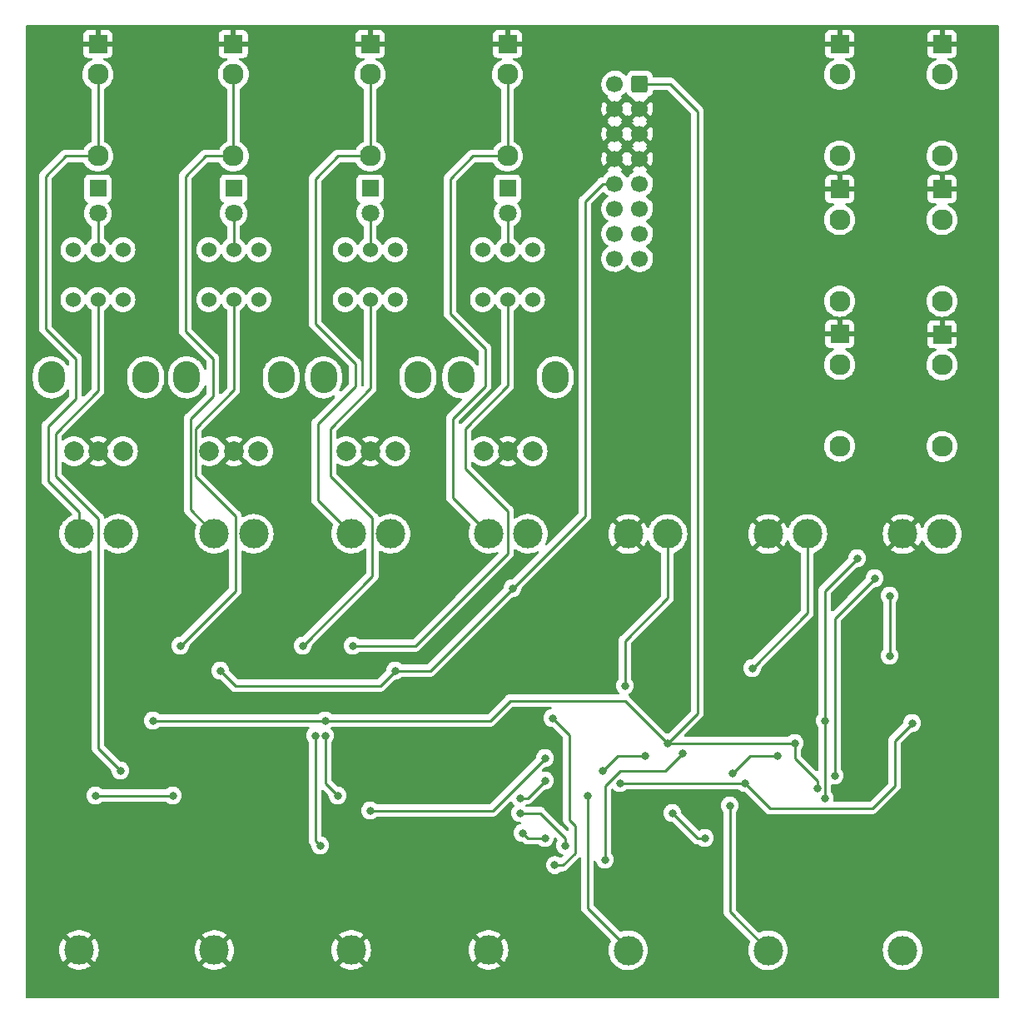
<source format=gbr>
%TF.GenerationSoftware,KiCad,Pcbnew,(6.0.0-0)*%
%TF.CreationDate,2022-12-13T14:04:23-05:00*%
%TF.ProjectId,mixer,6d697865-722e-46b6-9963-61645f706362,rev?*%
%TF.SameCoordinates,Original*%
%TF.FileFunction,Copper,L1,Top*%
%TF.FilePolarity,Positive*%
%FSLAX46Y46*%
G04 Gerber Fmt 4.6, Leading zero omitted, Abs format (unit mm)*
G04 Created by KiCad (PCBNEW (6.0.0-0)) date 2022-12-13 14:04:23*
%MOMM*%
%LPD*%
G01*
G04 APERTURE LIST*
G04 Aperture macros list*
%AMRoundRect*
0 Rectangle with rounded corners*
0 $1 Rounding radius*
0 $2 $3 $4 $5 $6 $7 $8 $9 X,Y pos of 4 corners*
0 Add a 4 corners polygon primitive as box body*
4,1,4,$2,$3,$4,$5,$6,$7,$8,$9,$2,$3,0*
0 Add four circle primitives for the rounded corners*
1,1,$1+$1,$2,$3*
1,1,$1+$1,$4,$5*
1,1,$1+$1,$6,$7*
1,1,$1+$1,$8,$9*
0 Add four rect primitives between the rounded corners*
20,1,$1+$1,$2,$3,$4,$5,0*
20,1,$1+$1,$4,$5,$6,$7,0*
20,1,$1+$1,$6,$7,$8,$9,0*
20,1,$1+$1,$8,$9,$2,$3,0*%
G04 Aperture macros list end*
%TA.AperFunction,ComponentPad*%
%ADD10R,1.930000X1.830000*%
%TD*%
%TA.AperFunction,ComponentPad*%
%ADD11C,2.130000*%
%TD*%
%TA.AperFunction,ComponentPad*%
%ADD12C,3.000000*%
%TD*%
%TA.AperFunction,ComponentPad*%
%ADD13O,2.720000X3.240000*%
%TD*%
%TA.AperFunction,ComponentPad*%
%ADD14C,2.000000*%
%TD*%
%TA.AperFunction,ComponentPad*%
%ADD15R,1.800000X1.800000*%
%TD*%
%TA.AperFunction,ComponentPad*%
%ADD16C,1.800000*%
%TD*%
%TA.AperFunction,ComponentPad*%
%ADD17C,1.524000*%
%TD*%
%TA.AperFunction,ComponentPad*%
%ADD18RoundRect,0.250000X0.600000X0.600000X-0.600000X0.600000X-0.600000X-0.600000X0.600000X-0.600000X0*%
%TD*%
%TA.AperFunction,ComponentPad*%
%ADD19C,1.700000*%
%TD*%
%TA.AperFunction,ViaPad*%
%ADD20C,0.800000*%
%TD*%
%TA.AperFunction,Conductor*%
%ADD21C,0.250000*%
%TD*%
G04 APERTURE END LIST*
D10*
%TO.P,J4,G*%
%TO.N,GND*%
X85398000Y-44570000D03*
D11*
%TO.P,J4,S*%
%TO.N,Net-(J4-PadS)*%
X85398000Y-47670000D03*
%TO.P,J4,T*%
X85398000Y-55970000D03*
%TD*%
D12*
%TO.P,RV4,1,1*%
%TO.N,Net-(J4-PadS)*%
X83475000Y-94384000D03*
%TO.P,RV4,2,2*%
%TO.N,Net-(R4-Pad2)*%
X87475000Y-94384000D03*
%TO.P,RV4,3,3*%
%TO.N,GND*%
X83475000Y-136718000D03*
%TD*%
D13*
%TO.P,RV5,*%
%TO.N,*%
X48602000Y-78485000D03*
X39002000Y-78485000D03*
D14*
%TO.P,RV5,1,1*%
%TO.N,Net-(R18-Pad1)*%
X41302000Y-85985000D03*
%TO.P,RV5,2,2*%
%TO.N,GND*%
X43802000Y-85985000D03*
%TO.P,RV5,3,3*%
%TO.N,Net-(R17-Pad1)*%
X46302000Y-85985000D03*
%TD*%
D15*
%TO.P,D1,1,K*%
%TO.N,Net-(D1-Pad1)*%
X43742000Y-59275000D03*
D16*
%TO.P,D1,2,A*%
%TO.N,Net-(D1-Pad2)*%
X43742000Y-61815000D03*
%TD*%
D12*
%TO.P,RV3,1,1*%
%TO.N,Net-(J3-PadS)*%
X69505000Y-94384000D03*
%TO.P,RV3,2,2*%
%TO.N,Net-(R3-Pad2)*%
X73505000Y-94384000D03*
%TO.P,RV3,3,3*%
%TO.N,GND*%
X69505000Y-136718000D03*
%TD*%
D17*
%TO.P,SW3,1,A*%
%TO.N,unconnected-(SW3-Pad1)*%
X73978000Y-65489500D03*
%TO.P,SW3,2,B*%
%TO.N,+5V*%
X68898000Y-65489500D03*
%TO.P,SW3,3,C*%
%TO.N,Net-(D3-Pad2)*%
X71438000Y-65489500D03*
%TO.P,SW3,4,A*%
%TO.N,Net-(R11-Pad2)*%
X71438000Y-70569500D03*
%TO.P,SW3,5,B*%
%TO.N,Net-(R3-Pad1)*%
X73978000Y-70569500D03*
%TO.P,SW3,6,C*%
%TO.N,unconnected-(SW3-Pad6)*%
X68898000Y-70569500D03*
%TD*%
D12*
%TO.P,RV1,1,1*%
%TO.N,Net-(J1-PadS)*%
X41819000Y-94384000D03*
%TO.P,RV1,2,2*%
%TO.N,Net-(R1-Pad2)*%
X45819000Y-94384000D03*
%TO.P,RV1,3,3*%
%TO.N,GND*%
X41819000Y-136718000D03*
%TD*%
D10*
%TO.P,J10,G*%
%TO.N,GND*%
X119180000Y-74072000D03*
D11*
%TO.P,J10,S*%
%TO.N,/INV L{slash}R OUT*%
X119180000Y-77172000D03*
%TO.P,J10,T*%
X119180000Y-85472000D03*
%TD*%
D10*
%TO.P,J7,G*%
%TO.N,GND*%
X129594000Y-59342000D03*
D11*
%TO.P,J7,S*%
%TO.N,/RIGHT OUT*%
X129594000Y-62442000D03*
%TO.P,J7,T*%
X129594000Y-70742000D03*
%TD*%
D10*
%TO.P,J8,G*%
%TO.N,GND*%
X119180000Y-59342000D03*
D11*
%TO.P,J8,S*%
%TO.N,/INV RIGHT OUT*%
X119180000Y-62442000D03*
%TO.P,J8,T*%
X119180000Y-70742000D03*
%TD*%
D17*
%TO.P,SW1,1,A*%
%TO.N,unconnected-(SW1-Pad1)*%
X46292000Y-65489500D03*
%TO.P,SW1,2,B*%
%TO.N,+5V*%
X41212000Y-65489500D03*
%TO.P,SW1,3,C*%
%TO.N,Net-(D1-Pad2)*%
X43752000Y-65489500D03*
%TO.P,SW1,4,A*%
%TO.N,Net-(R9-Pad2)*%
X43752000Y-70569500D03*
%TO.P,SW1,5,B*%
%TO.N,Net-(R1-Pad1)*%
X46292000Y-70569500D03*
%TO.P,SW1,6,C*%
%TO.N,unconnected-(SW1-Pad6)*%
X41212000Y-70569500D03*
%TD*%
D10*
%TO.P,J5,G*%
%TO.N,GND*%
X129594000Y-44570000D03*
D11*
%TO.P,J5,S*%
%TO.N,/LEFT OUT*%
X129594000Y-47670000D03*
%TO.P,J5,T*%
X129594000Y-55970000D03*
%TD*%
D12*
%TO.P,RV2,1,1*%
%TO.N,Net-(J2-PadS)*%
X55595000Y-94384000D03*
%TO.P,RV2,2,2*%
%TO.N,Net-(R2-Pad2)*%
X59595000Y-94384000D03*
%TO.P,RV2,3,3*%
%TO.N,GND*%
X55595000Y-136718000D03*
%TD*%
D13*
%TO.P,RV6,*%
%TO.N,*%
X52778000Y-78485000D03*
X62378000Y-78485000D03*
D14*
%TO.P,RV6,1,1*%
%TO.N,Net-(R20-Pad1)*%
X55078000Y-85985000D03*
%TO.P,RV6,2,2*%
%TO.N,GND*%
X57578000Y-85985000D03*
%TO.P,RV6,3,3*%
%TO.N,Net-(R19-Pad1)*%
X60078000Y-85985000D03*
%TD*%
D10*
%TO.P,J1,G*%
%TO.N,GND*%
X43742000Y-44570000D03*
D11*
%TO.P,J1,S*%
%TO.N,Net-(J1-PadS)*%
X43742000Y-47670000D03*
%TO.P,J1,T*%
X43742000Y-55970000D03*
%TD*%
D12*
%TO.P,RV11,1,1*%
%TO.N,GND*%
X97681000Y-94416000D03*
%TO.P,RV11,2,2*%
%TO.N,Net-(R45-Pad2)*%
X101681000Y-94416000D03*
%TO.P,RV11,3,3*%
%TO.N,Net-(R39-Pad1)*%
X97681000Y-136750000D03*
%TD*%
D13*
%TO.P,RV8,*%
%TO.N,*%
X90258000Y-78485000D03*
X80658000Y-78485000D03*
D14*
%TO.P,RV8,1,1*%
%TO.N,Net-(R24-Pad1)*%
X82958000Y-85985000D03*
%TO.P,RV8,2,2*%
%TO.N,GND*%
X85458000Y-85985000D03*
%TO.P,RV8,3,3*%
%TO.N,Net-(R23-Pad1)*%
X87958000Y-85985000D03*
%TD*%
D10*
%TO.P,J3,G*%
%TO.N,GND*%
X71428000Y-44570000D03*
D11*
%TO.P,J3,S*%
%TO.N,Net-(J3-PadS)*%
X71428000Y-47670000D03*
%TO.P,J3,T*%
X71428000Y-55970000D03*
%TD*%
D10*
%TO.P,J6,G*%
%TO.N,GND*%
X119180000Y-44570000D03*
D11*
%TO.P,J6,S*%
%TO.N,/INV LEFT OUT*%
X119180000Y-47670000D03*
%TO.P,J6,T*%
X119180000Y-55970000D03*
%TD*%
D10*
%TO.P,J9,G*%
%TO.N,GND*%
X129594000Y-74104000D03*
D11*
%TO.P,J9,S*%
%TO.N,/L{slash}R OUT*%
X129594000Y-77204000D03*
%TO.P,J9,T*%
X129594000Y-85504000D03*
%TD*%
D10*
%TO.P,J2,G*%
%TO.N,GND*%
X57518000Y-44570000D03*
D11*
%TO.P,J2,S*%
%TO.N,Net-(J2-PadS)*%
X57518000Y-47670000D03*
%TO.P,J2,T*%
X57518000Y-55970000D03*
%TD*%
D15*
%TO.P,D3,1,K*%
%TO.N,Net-(D3-Pad1)*%
X71428000Y-59275000D03*
D16*
%TO.P,D3,2,A*%
%TO.N,Net-(D3-Pad2)*%
X71428000Y-61815000D03*
%TD*%
D15*
%TO.P,D4,1,K*%
%TO.N,Net-(D4-Pad1)*%
X85398000Y-59275000D03*
D16*
%TO.P,D4,2,A*%
%TO.N,Net-(D4-Pad2)*%
X85398000Y-61815000D03*
%TD*%
D13*
%TO.P,RV7,*%
%TO.N,*%
X66688000Y-78485000D03*
X76288000Y-78485000D03*
D14*
%TO.P,RV7,1,1*%
%TO.N,Net-(R22-Pad1)*%
X68988000Y-85985000D03*
%TO.P,RV7,2,2*%
%TO.N,GND*%
X71488000Y-85985000D03*
%TO.P,RV7,3,3*%
%TO.N,Net-(R21-Pad1)*%
X73988000Y-85985000D03*
%TD*%
D12*
%TO.P,RV10,1,1*%
%TO.N,GND*%
X125586000Y-94416000D03*
%TO.P,RV10,2,2*%
%TO.N,Net-(R44-Pad2)*%
X129586000Y-94416000D03*
%TO.P,RV10,3,3*%
%TO.N,Net-(R37-Pad1)*%
X125586000Y-136750000D03*
%TD*%
%TO.P,RV9,1,1*%
%TO.N,GND*%
X111905000Y-94416000D03*
%TO.P,RV9,2,2*%
%TO.N,Net-(R43-Pad2)*%
X115905000Y-94416000D03*
%TO.P,RV9,3,3*%
%TO.N,Net-(R33-Pad1)*%
X111905000Y-136750000D03*
%TD*%
D17*
%TO.P,SW4,1,A*%
%TO.N,unconnected-(SW4-Pad1)*%
X87948000Y-65489500D03*
%TO.P,SW4,2,B*%
%TO.N,+5V*%
X82868000Y-65489500D03*
%TO.P,SW4,3,C*%
%TO.N,Net-(D4-Pad2)*%
X85408000Y-65489500D03*
%TO.P,SW4,4,A*%
%TO.N,Net-(R12-Pad2)*%
X85408000Y-70569500D03*
%TO.P,SW4,5,B*%
%TO.N,Net-(R4-Pad1)*%
X87948000Y-70569500D03*
%TO.P,SW4,6,C*%
%TO.N,unconnected-(SW4-Pad6)*%
X82868000Y-70569500D03*
%TD*%
D15*
%TO.P,D2,1,K*%
%TO.N,Net-(D2-Pad1)*%
X57549000Y-59275000D03*
D16*
%TO.P,D2,2,A*%
%TO.N,Net-(D2-Pad2)*%
X57549000Y-61815000D03*
%TD*%
D17*
%TO.P,SW2,1,A*%
%TO.N,unconnected-(SW2-Pad1)*%
X60099000Y-65489500D03*
%TO.P,SW2,2,B*%
%TO.N,+5V*%
X55019000Y-65489500D03*
%TO.P,SW2,3,C*%
%TO.N,Net-(D2-Pad2)*%
X57559000Y-65489500D03*
%TO.P,SW2,4,A*%
%TO.N,Net-(R10-Pad2)*%
X57559000Y-70569500D03*
%TO.P,SW2,5,B*%
%TO.N,Net-(R2-Pad1)*%
X60099000Y-70569500D03*
%TO.P,SW2,6,C*%
%TO.N,unconnected-(SW2-Pad6)*%
X55019000Y-70569500D03*
%TD*%
D18*
%TO.P,U1,1,-12V*%
%TO.N,-12V*%
X98850500Y-48624000D03*
D19*
X96310500Y-48624000D03*
%TO.P,U1,2,GND*%
%TO.N,GND*%
X96310500Y-51152000D03*
X98850500Y-51164000D03*
%TO.P,U1,3,GND*%
X96310500Y-53692000D03*
X98850500Y-53704000D03*
%TO.P,U1,4,GND*%
X98850500Y-56244000D03*
X96310500Y-56232000D03*
%TO.P,U1,5,12V*%
%TO.N,+12V*%
X96310500Y-58772000D03*
X98850500Y-58784000D03*
%TO.P,U1,6,5V*%
%TO.N,+5V*%
X96310500Y-61312000D03*
X98850500Y-61324000D03*
%TO.P,U1,7,CV*%
%TO.N,unconnected-(U1-Pad7)*%
X98850500Y-63864000D03*
X96310500Y-63852000D03*
%TO.P,U1,8,GATE*%
%TO.N,unconnected-(U1-Pad8)*%
X98850500Y-66404000D03*
X96310500Y-66392000D03*
%TD*%
D20*
%TO.N,-12V*%
X114608000Y-115668000D03*
%TO.N,GND*%
X49330000Y-108302000D03*
%TO.N,-12V*%
X66856000Y-113382000D03*
%TO.N,GND*%
X102670000Y-110842000D03*
%TO.N,-12V*%
X116894000Y-120240000D03*
X101654000Y-115668000D03*
X49330000Y-113382000D03*
%TO.N,+12V*%
X85906000Y-99920000D03*
X56188000Y-108302000D03*
X109528000Y-119732000D03*
X96828000Y-119732000D03*
X126546000Y-113636000D03*
X73968000Y-108302000D03*
%TO.N,/LEFT OUT*%
X105464000Y-125320000D03*
X120958000Y-96872000D03*
X117656000Y-121256000D03*
X117656000Y-113382000D03*
X102162000Y-122780000D03*
%TO.N,/RIGHT OUT*%
X122736000Y-98904000D03*
X118672000Y-118970000D03*
%TO.N,/L{slash}R OUT*%
X124260000Y-100682000D03*
X124260000Y-106778000D03*
%TO.N,Net-(R9-Pad2)*%
X46028000Y-118462000D03*
%TO.N,Net-(R10-Pad2)*%
X52124000Y-105762000D03*
%TO.N,Net-(R11-Pad2)*%
X64570000Y-105762000D03*
%TO.N,Net-(R18-Pad1)*%
X43488000Y-121002000D03*
X51362000Y-121002000D03*
%TO.N,Net-(R21-Pad1)*%
X68126000Y-121002000D03*
X66856000Y-114906000D03*
%TO.N,Net-(R22-Pad1)*%
X65840000Y-114906000D03*
X66348000Y-126082000D03*
%TO.N,CH. 1 LEFT*%
X90222804Y-128076500D03*
X89970000Y-113128000D03*
%TO.N,CH. 1 RIGHT*%
X95304000Y-127531001D03*
X103178000Y-116684000D03*
%TO.N,CH. 3 LEFT*%
X89208000Y-117192000D03*
X71428000Y-122526000D03*
%TO.N,CH. 3 RIGHT*%
X89208000Y-125320000D03*
X86922000Y-124812000D03*
%TO.N,CH. 4 LEFT*%
X89208000Y-119478000D03*
X86668000Y-121256000D03*
%TO.N,CH. 4 RIGHT*%
X86668000Y-122780000D03*
X91240000Y-126082000D03*
%TO.N,Net-(R33-Pad1)*%
X108004000Y-122018000D03*
%TO.N,Net-(R39-Pad1)*%
X93526000Y-121002000D03*
%TO.N,Net-(R43-Pad1)*%
X112830000Y-116938000D03*
X108258000Y-118716000D03*
%TO.N,Net-(R43-Pad2)*%
X110290000Y-108048000D03*
%TO.N,Net-(R45-Pad1)*%
X95050000Y-118462000D03*
X99368000Y-116938000D03*
%TO.N,Net-(R45-Pad2)*%
X97336000Y-109826000D03*
%TO.N,Net-(R12-Pad2)*%
X69650000Y-105762000D03*
%TD*%
D21*
%TO.N,-12V*%
X101654000Y-115668000D02*
X104702000Y-112620000D01*
X114608000Y-115668000D02*
X101654000Y-115668000D01*
X114608000Y-117192000D02*
X116894000Y-119478000D01*
X66856000Y-113382000D02*
X83620000Y-113382000D01*
X104702000Y-112620000D02*
X104702000Y-51406000D01*
X116894000Y-119478000D02*
X116894000Y-120240000D01*
X104702000Y-51406000D02*
X101920000Y-48624000D01*
X114608000Y-115668000D02*
X114608000Y-117192000D01*
X97336000Y-111350000D02*
X101654000Y-115668000D01*
%TO.N,Net-(J1-PadS)*%
X38662000Y-83410000D02*
X41456000Y-80616000D01*
X41456000Y-76552000D02*
X38408000Y-73504000D01*
X41456000Y-80616000D02*
X41456000Y-76552000D01*
X41819000Y-94384000D02*
X41819000Y-92155000D01*
X38408000Y-58010000D02*
X40448000Y-55970000D01*
X40448000Y-55970000D02*
X43742000Y-55970000D01*
X43742000Y-55970000D02*
X43742000Y-47670000D01*
X38408000Y-73504000D02*
X38408000Y-58010000D01*
X41819000Y-92155000D02*
X38662000Y-88998000D01*
X38662000Y-88998000D02*
X38662000Y-83410000D01*
%TO.N,Net-(D4-Pad2)*%
X85398000Y-61815000D02*
X85398000Y-65479500D01*
X85398000Y-65479500D02*
X85408000Y-65489500D01*
%TO.N,Net-(D3-Pad2)*%
X71428000Y-65479500D02*
X71438000Y-65489500D01*
X71428000Y-61815000D02*
X71428000Y-65479500D01*
%TO.N,Net-(D2-Pad2)*%
X57549000Y-65479500D02*
X57559000Y-65489500D01*
X57549000Y-61815000D02*
X57549000Y-65479500D01*
%TO.N,+12V*%
X73968000Y-108302000D02*
X72444000Y-109826000D01*
X85906000Y-99920000D02*
X77524000Y-108302000D01*
%TO.N,/LEFT OUT*%
X105464000Y-125320000D02*
X104702000Y-125320000D01*
%TO.N,+12V*%
X124768000Y-119986000D02*
X122482000Y-122272000D01*
%TO.N,/LEFT OUT*%
X104702000Y-125320000D02*
X102162000Y-122780000D01*
%TO.N,+12V*%
X112068000Y-122272000D02*
X109528000Y-119732000D01*
%TO.N,-12V*%
X49330000Y-113382000D02*
X66856000Y-113382000D01*
%TO.N,+12V*%
X96310500Y-58772000D02*
X95050000Y-58772000D01*
%TO.N,/RIGHT OUT*%
X118672000Y-102968000D02*
X118672000Y-118970000D01*
%TO.N,+12V*%
X95050000Y-58772000D02*
X93272000Y-60550000D01*
%TO.N,/RIGHT OUT*%
X120450000Y-101190000D02*
X118672000Y-102968000D01*
X122736000Y-98904000D02*
X120450000Y-101190000D01*
%TO.N,+12V*%
X122482000Y-122272000D02*
X112068000Y-122272000D01*
%TO.N,-12V*%
X101920000Y-48624000D02*
X98850500Y-48624000D01*
%TO.N,/LEFT OUT*%
X117656000Y-113382000D02*
X117656000Y-121256000D01*
%TO.N,-12V*%
X85652000Y-111350000D02*
X97336000Y-111350000D01*
%TO.N,+12V*%
X57712000Y-109826000D02*
X56188000Y-108302000D01*
X124768000Y-115414000D02*
X124768000Y-119986000D01*
X109528000Y-119732000D02*
X96828000Y-119732000D01*
X77524000Y-108302000D02*
X73968000Y-108302000D01*
%TO.N,Net-(J3-PadS)*%
X69904000Y-79346000D02*
X66094000Y-83156000D01*
%TO.N,Net-(D1-Pad2)*%
X43742000Y-65479500D02*
X43752000Y-65489500D01*
%TO.N,Net-(J3-PadS)*%
X71428000Y-47670000D02*
X71428000Y-55970000D01*
X68134000Y-55970000D02*
X65840000Y-58264000D01*
%TO.N,+12V*%
X72444000Y-109826000D02*
X57712000Y-109826000D01*
%TO.N,Net-(J3-PadS)*%
X66094000Y-83156000D02*
X66094000Y-90973000D01*
X71428000Y-55970000D02*
X68134000Y-55970000D01*
%TO.N,Net-(J4-PadS)*%
X83112000Y-75536000D02*
X83112000Y-79346000D01*
%TO.N,Net-(J3-PadS)*%
X65840000Y-72996000D02*
X69904000Y-77060000D01*
X69904000Y-77060000D02*
X69904000Y-79346000D01*
X65840000Y-58264000D02*
X65840000Y-72996000D01*
%TO.N,Net-(J4-PadS)*%
X79556000Y-71980000D02*
X83112000Y-75536000D01*
X83112000Y-79346000D02*
X79810000Y-82648000D01*
X85398000Y-55970000D02*
X85398000Y-47670000D01*
X79810000Y-90719000D02*
X83475000Y-94384000D01*
X81850000Y-55970000D02*
X79556000Y-58264000D01*
X79810000Y-82648000D02*
X79810000Y-90719000D01*
X85398000Y-55970000D02*
X81850000Y-55970000D01*
%TO.N,Net-(J3-PadS)*%
X66094000Y-90973000D02*
X69505000Y-94384000D01*
%TO.N,/LEFT OUT*%
X120958000Y-96872000D02*
X117656000Y-100174000D01*
%TO.N,Net-(J4-PadS)*%
X79556000Y-58264000D02*
X79556000Y-71980000D01*
%TO.N,/LEFT OUT*%
X117656000Y-100174000D02*
X117656000Y-113382000D01*
%TO.N,Net-(D1-Pad2)*%
X43742000Y-61815000D02*
X43742000Y-65479500D01*
%TO.N,+12V*%
X126546000Y-113636000D02*
X124768000Y-115414000D01*
%TO.N,Net-(J2-PadS)*%
X53140000Y-82648000D02*
X53140000Y-91929000D01*
X57518000Y-47670000D02*
X57518000Y-55970000D01*
%TO.N,+12V*%
X93272000Y-92554000D02*
X85906000Y-99920000D01*
%TO.N,Net-(J2-PadS)*%
X55426000Y-76552000D02*
X55426000Y-80362000D01*
X52632000Y-58010000D02*
X52632000Y-73758000D01*
X57518000Y-55970000D02*
X54672000Y-55970000D01*
X54672000Y-55970000D02*
X52632000Y-58010000D01*
X53140000Y-91929000D02*
X55595000Y-94384000D01*
X55426000Y-80362000D02*
X53140000Y-82648000D01*
X52632000Y-73758000D02*
X55426000Y-76552000D01*
%TO.N,+12V*%
X93272000Y-60550000D02*
X93272000Y-92554000D01*
%TO.N,/L{slash}R OUT*%
X124260000Y-100682000D02*
X124260000Y-106778000D01*
%TO.N,Net-(R9-Pad2)*%
X40694000Y-89760000D02*
X43742000Y-92808000D01*
X39424000Y-84172000D02*
X39424000Y-88490000D01*
X43742000Y-92808000D02*
X43742000Y-93824000D01*
X43742000Y-93824000D02*
X43742000Y-116176000D01*
X43752000Y-79844000D02*
X39424000Y-84172000D01*
X39424000Y-88490000D02*
X40694000Y-89760000D01*
X43742000Y-116176000D02*
X46028000Y-118462000D01*
X43752000Y-70569500D02*
X43752000Y-79844000D01*
%TO.N,Net-(R10-Pad2)*%
X53648000Y-88490000D02*
X57712000Y-92554000D01*
X57559000Y-79753000D02*
X53648000Y-83664000D01*
X57712000Y-92554000D02*
X57712000Y-100174000D01*
X57559000Y-70569500D02*
X57559000Y-79753000D01*
X57712000Y-100174000D02*
X52124000Y-105762000D01*
X53648000Y-83664000D02*
X53648000Y-88490000D01*
%TO.N,Net-(R11-Pad2)*%
X67364000Y-88490000D02*
X71680489Y-92806489D01*
X71438000Y-70569500D02*
X71438000Y-79590000D01*
X71438000Y-79590000D02*
X67364000Y-83664000D01*
X71680489Y-98651511D02*
X64570000Y-105762000D01*
X71680489Y-92806489D02*
X71680489Y-98651511D01*
X67364000Y-83664000D02*
X67364000Y-88490000D01*
%TO.N,Net-(R18-Pad1)*%
X51362000Y-121002000D02*
X43488000Y-121002000D01*
%TO.N,Net-(R21-Pad1)*%
X66856000Y-114906000D02*
X66856000Y-119732000D01*
X66856000Y-119732000D02*
X68126000Y-121002000D01*
%TO.N,Net-(R22-Pad1)*%
X65840000Y-114906000D02*
X65840000Y-125574000D01*
X65840000Y-125574000D02*
X66348000Y-126082000D01*
%TO.N,CH. 1 LEFT*%
X91689511Y-114847511D02*
X91689511Y-123483511D01*
X91023500Y-128076500D02*
X90222804Y-128076500D01*
X92256000Y-124050000D02*
X92256000Y-126844000D01*
X92256000Y-126844000D02*
X91023500Y-128076500D01*
X91689511Y-123483511D02*
X92256000Y-124050000D01*
X89970000Y-113128000D02*
X91689511Y-114847511D01*
%TO.N,CH. 1 RIGHT*%
X103178000Y-116684000D02*
X101400000Y-118462000D01*
X96828000Y-118462000D02*
X95304000Y-119986000D01*
X101400000Y-118462000D02*
X96828000Y-118462000D01*
X95304000Y-119986000D02*
X95304000Y-127531001D01*
%TO.N,CH. 3 LEFT*%
X71428000Y-122526000D02*
X83874000Y-122526000D01*
X83874000Y-122526000D02*
X89208000Y-117192000D01*
%TO.N,CH. 3 RIGHT*%
X86922000Y-124812000D02*
X87430000Y-125320000D01*
X87430000Y-125320000D02*
X89208000Y-125320000D01*
%TO.N,CH. 4 LEFT*%
X87430000Y-121256000D02*
X89208000Y-119478000D01*
X86668000Y-121256000D02*
X87430000Y-121256000D01*
%TO.N,CH. 4 RIGHT*%
X86668000Y-122780000D02*
X88700000Y-122780000D01*
X88700000Y-122780000D02*
X90478000Y-124558000D01*
X90478000Y-124558000D02*
X91240000Y-125320000D01*
X91240000Y-125320000D02*
X91240000Y-126082000D01*
%TO.N,Net-(R33-Pad1)*%
X108004000Y-122018000D02*
X108004000Y-132849000D01*
X108004000Y-132849000D02*
X111905000Y-136750000D01*
%TO.N,Net-(R39-Pad1)*%
X93526000Y-132432000D02*
X93526000Y-121002000D01*
X97681000Y-136750000D02*
X97681000Y-136587000D01*
X97681000Y-136587000D02*
X93526000Y-132432000D01*
%TO.N,Net-(R43-Pad1)*%
X110036000Y-116938000D02*
X108258000Y-118716000D01*
X112830000Y-116938000D02*
X110036000Y-116938000D01*
%TO.N,Net-(R43-Pad2)*%
X110290000Y-108048000D02*
X115905000Y-102433000D01*
X115905000Y-102433000D02*
X115905000Y-94416000D01*
%TO.N,Net-(R45-Pad1)*%
X99368000Y-116938000D02*
X96574000Y-116938000D01*
X96574000Y-116938000D02*
X95050000Y-118462000D01*
%TO.N,Net-(R45-Pad2)*%
X97336000Y-105254000D02*
X101681000Y-100909000D01*
X101681000Y-100909000D02*
X101681000Y-94416000D01*
X97336000Y-109826000D02*
X97336000Y-105254000D01*
%TO.N,Net-(R12-Pad2)*%
X85408000Y-79336000D02*
X81080000Y-83664000D01*
X76000000Y-105762000D02*
X69650000Y-105762000D01*
X85398000Y-92046000D02*
X85398000Y-96364000D01*
X85408000Y-70569500D02*
X85408000Y-79336000D01*
X85398000Y-96364000D02*
X76000000Y-105762000D01*
X81080000Y-87728000D02*
X85398000Y-92046000D01*
X81080000Y-83664000D02*
X81080000Y-87728000D01*
%TO.N,-12V*%
X83620000Y-113382000D02*
X85652000Y-111350000D01*
%TD*%
%TA.AperFunction,Conductor*%
%TO.N,GND*%
G36*
X135326121Y-42672002D02*
G01*
X135372614Y-42725658D01*
X135384000Y-42778000D01*
X135384000Y-141510000D01*
X135363998Y-141578121D01*
X135310342Y-141624614D01*
X135258000Y-141636000D01*
X36526000Y-141636000D01*
X36457879Y-141615998D01*
X36411386Y-141562342D01*
X36400000Y-141510000D01*
X36400000Y-138307654D01*
X40594618Y-138307654D01*
X40601673Y-138317627D01*
X40632679Y-138343551D01*
X40639598Y-138348579D01*
X40864272Y-138489515D01*
X40871807Y-138493556D01*
X41113520Y-138602694D01*
X41121551Y-138605680D01*
X41375832Y-138681002D01*
X41384184Y-138682869D01*
X41646340Y-138722984D01*
X41654874Y-138723700D01*
X41920045Y-138727867D01*
X41928596Y-138727418D01*
X42191883Y-138695557D01*
X42200284Y-138693955D01*
X42456824Y-138626653D01*
X42464926Y-138623926D01*
X42709949Y-138522434D01*
X42717617Y-138518628D01*
X42946598Y-138384822D01*
X42953679Y-138380009D01*
X43033655Y-138317301D01*
X43040545Y-138307654D01*
X54370618Y-138307654D01*
X54377673Y-138317627D01*
X54408679Y-138343551D01*
X54415598Y-138348579D01*
X54640272Y-138489515D01*
X54647807Y-138493556D01*
X54889520Y-138602694D01*
X54897551Y-138605680D01*
X55151832Y-138681002D01*
X55160184Y-138682869D01*
X55422340Y-138722984D01*
X55430874Y-138723700D01*
X55696045Y-138727867D01*
X55704596Y-138727418D01*
X55967883Y-138695557D01*
X55976284Y-138693955D01*
X56232824Y-138626653D01*
X56240926Y-138623926D01*
X56485949Y-138522434D01*
X56493617Y-138518628D01*
X56722598Y-138384822D01*
X56729679Y-138380009D01*
X56809655Y-138317301D01*
X56816545Y-138307654D01*
X68280618Y-138307654D01*
X68287673Y-138317627D01*
X68318679Y-138343551D01*
X68325598Y-138348579D01*
X68550272Y-138489515D01*
X68557807Y-138493556D01*
X68799520Y-138602694D01*
X68807551Y-138605680D01*
X69061832Y-138681002D01*
X69070184Y-138682869D01*
X69332340Y-138722984D01*
X69340874Y-138723700D01*
X69606045Y-138727867D01*
X69614596Y-138727418D01*
X69877883Y-138695557D01*
X69886284Y-138693955D01*
X70142824Y-138626653D01*
X70150926Y-138623926D01*
X70395949Y-138522434D01*
X70403617Y-138518628D01*
X70632598Y-138384822D01*
X70639679Y-138380009D01*
X70719655Y-138317301D01*
X70726545Y-138307654D01*
X82250618Y-138307654D01*
X82257673Y-138317627D01*
X82288679Y-138343551D01*
X82295598Y-138348579D01*
X82520272Y-138489515D01*
X82527807Y-138493556D01*
X82769520Y-138602694D01*
X82777551Y-138605680D01*
X83031832Y-138681002D01*
X83040184Y-138682869D01*
X83302340Y-138722984D01*
X83310874Y-138723700D01*
X83576045Y-138727867D01*
X83584596Y-138727418D01*
X83847883Y-138695557D01*
X83856284Y-138693955D01*
X84112824Y-138626653D01*
X84120926Y-138623926D01*
X84365949Y-138522434D01*
X84373617Y-138518628D01*
X84602598Y-138384822D01*
X84609679Y-138380009D01*
X84689655Y-138317301D01*
X84698125Y-138305442D01*
X84691608Y-138293818D01*
X83487812Y-137090022D01*
X83473868Y-137082408D01*
X83472035Y-137082539D01*
X83465420Y-137086790D01*
X82257910Y-138294300D01*
X82250618Y-138307654D01*
X70726545Y-138307654D01*
X70728125Y-138305442D01*
X70721608Y-138293818D01*
X69517812Y-137090022D01*
X69503868Y-137082408D01*
X69502035Y-137082539D01*
X69495420Y-137086790D01*
X68287910Y-138294300D01*
X68280618Y-138307654D01*
X56816545Y-138307654D01*
X56818125Y-138305442D01*
X56811608Y-138293818D01*
X55607812Y-137090022D01*
X55593868Y-137082408D01*
X55592035Y-137082539D01*
X55585420Y-137086790D01*
X54377910Y-138294300D01*
X54370618Y-138307654D01*
X43040545Y-138307654D01*
X43042125Y-138305442D01*
X43035608Y-138293818D01*
X41831812Y-137090022D01*
X41817868Y-137082408D01*
X41816035Y-137082539D01*
X41809420Y-137086790D01*
X40601910Y-138294300D01*
X40594618Y-138307654D01*
X36400000Y-138307654D01*
X36400000Y-136701204D01*
X39806665Y-136701204D01*
X39821932Y-136965969D01*
X39823005Y-136974470D01*
X39874065Y-137234722D01*
X39876276Y-137242974D01*
X39962184Y-137493894D01*
X39965499Y-137501779D01*
X40084664Y-137738713D01*
X40089020Y-137746079D01*
X40218347Y-137934250D01*
X40228601Y-137942594D01*
X40242342Y-137935448D01*
X41446978Y-136730812D01*
X41453356Y-136719132D01*
X42183408Y-136719132D01*
X42183539Y-136720965D01*
X42187790Y-136727580D01*
X43394730Y-137934520D01*
X43406939Y-137941187D01*
X43418439Y-137932497D01*
X43515831Y-137799913D01*
X43520418Y-137792685D01*
X43646962Y-137559621D01*
X43650530Y-137551827D01*
X43744271Y-137303750D01*
X43746748Y-137295544D01*
X43805954Y-137037038D01*
X43807294Y-137028577D01*
X43831031Y-136762616D01*
X43831277Y-136757677D01*
X43831666Y-136720485D01*
X43831523Y-136715519D01*
X43830547Y-136701204D01*
X53582665Y-136701204D01*
X53597932Y-136965969D01*
X53599005Y-136974470D01*
X53650065Y-137234722D01*
X53652276Y-137242974D01*
X53738184Y-137493894D01*
X53741499Y-137501779D01*
X53860664Y-137738713D01*
X53865020Y-137746079D01*
X53994347Y-137934250D01*
X54004601Y-137942594D01*
X54018342Y-137935448D01*
X55222978Y-136730812D01*
X55229356Y-136719132D01*
X55959408Y-136719132D01*
X55959539Y-136720965D01*
X55963790Y-136727580D01*
X57170730Y-137934520D01*
X57182939Y-137941187D01*
X57194439Y-137932497D01*
X57291831Y-137799913D01*
X57296418Y-137792685D01*
X57422962Y-137559621D01*
X57426530Y-137551827D01*
X57520271Y-137303750D01*
X57522748Y-137295544D01*
X57581954Y-137037038D01*
X57583294Y-137028577D01*
X57607031Y-136762616D01*
X57607277Y-136757677D01*
X57607666Y-136720485D01*
X57607523Y-136715519D01*
X57606547Y-136701204D01*
X67492665Y-136701204D01*
X67507932Y-136965969D01*
X67509005Y-136974470D01*
X67560065Y-137234722D01*
X67562276Y-137242974D01*
X67648184Y-137493894D01*
X67651499Y-137501779D01*
X67770664Y-137738713D01*
X67775020Y-137746079D01*
X67904347Y-137934250D01*
X67914601Y-137942594D01*
X67928342Y-137935448D01*
X69132978Y-136730812D01*
X69139356Y-136719132D01*
X69869408Y-136719132D01*
X69869539Y-136720965D01*
X69873790Y-136727580D01*
X71080730Y-137934520D01*
X71092939Y-137941187D01*
X71104439Y-137932497D01*
X71201831Y-137799913D01*
X71206418Y-137792685D01*
X71332962Y-137559621D01*
X71336530Y-137551827D01*
X71430271Y-137303750D01*
X71432748Y-137295544D01*
X71491954Y-137037038D01*
X71493294Y-137028577D01*
X71517031Y-136762616D01*
X71517277Y-136757677D01*
X71517666Y-136720485D01*
X71517523Y-136715519D01*
X71516547Y-136701204D01*
X81462665Y-136701204D01*
X81477932Y-136965969D01*
X81479005Y-136974470D01*
X81530065Y-137234722D01*
X81532276Y-137242974D01*
X81618184Y-137493894D01*
X81621499Y-137501779D01*
X81740664Y-137738713D01*
X81745020Y-137746079D01*
X81874347Y-137934250D01*
X81884601Y-137942594D01*
X81898342Y-137935448D01*
X83102978Y-136730812D01*
X83109356Y-136719132D01*
X83839408Y-136719132D01*
X83839539Y-136720965D01*
X83843790Y-136727580D01*
X85050730Y-137934520D01*
X85062939Y-137941187D01*
X85074439Y-137932497D01*
X85171831Y-137799913D01*
X85176418Y-137792685D01*
X85302962Y-137559621D01*
X85306530Y-137551827D01*
X85400271Y-137303750D01*
X85402748Y-137295544D01*
X85461954Y-137037038D01*
X85463294Y-137028577D01*
X85487031Y-136762616D01*
X85487277Y-136757677D01*
X85487666Y-136720485D01*
X85487523Y-136715519D01*
X85469362Y-136449123D01*
X85468201Y-136440649D01*
X85414419Y-136180944D01*
X85412120Y-136172709D01*
X85323588Y-135922705D01*
X85320191Y-135914854D01*
X85198550Y-135679178D01*
X85194122Y-135671866D01*
X85075031Y-135502417D01*
X85064509Y-135494037D01*
X85051121Y-135501089D01*
X83847022Y-136705188D01*
X83839408Y-136719132D01*
X83109356Y-136719132D01*
X83110592Y-136716868D01*
X83110461Y-136715035D01*
X83106210Y-136708420D01*
X81898814Y-135501024D01*
X81886804Y-135494466D01*
X81875064Y-135503434D01*
X81766935Y-135653911D01*
X81762418Y-135661196D01*
X81638325Y-135895567D01*
X81634839Y-135903395D01*
X81543700Y-136152446D01*
X81541311Y-136160670D01*
X81484812Y-136419795D01*
X81483563Y-136428250D01*
X81462754Y-136692653D01*
X81462665Y-136701204D01*
X71516547Y-136701204D01*
X71499362Y-136449123D01*
X71498201Y-136440649D01*
X71444419Y-136180944D01*
X71442120Y-136172709D01*
X71353588Y-135922705D01*
X71350191Y-135914854D01*
X71228550Y-135679178D01*
X71224122Y-135671866D01*
X71105031Y-135502417D01*
X71094509Y-135494037D01*
X71081121Y-135501089D01*
X69877022Y-136705188D01*
X69869408Y-136719132D01*
X69139356Y-136719132D01*
X69140592Y-136716868D01*
X69140461Y-136715035D01*
X69136210Y-136708420D01*
X67928814Y-135501024D01*
X67916804Y-135494466D01*
X67905064Y-135503434D01*
X67796935Y-135653911D01*
X67792418Y-135661196D01*
X67668325Y-135895567D01*
X67664839Y-135903395D01*
X67573700Y-136152446D01*
X67571311Y-136160670D01*
X67514812Y-136419795D01*
X67513563Y-136428250D01*
X67492754Y-136692653D01*
X67492665Y-136701204D01*
X57606547Y-136701204D01*
X57589362Y-136449123D01*
X57588201Y-136440649D01*
X57534419Y-136180944D01*
X57532120Y-136172709D01*
X57443588Y-135922705D01*
X57440191Y-135914854D01*
X57318550Y-135679178D01*
X57314122Y-135671866D01*
X57195031Y-135502417D01*
X57184509Y-135494037D01*
X57171121Y-135501089D01*
X55967022Y-136705188D01*
X55959408Y-136719132D01*
X55229356Y-136719132D01*
X55230592Y-136716868D01*
X55230461Y-136715035D01*
X55226210Y-136708420D01*
X54018814Y-135501024D01*
X54006804Y-135494466D01*
X53995064Y-135503434D01*
X53886935Y-135653911D01*
X53882418Y-135661196D01*
X53758325Y-135895567D01*
X53754839Y-135903395D01*
X53663700Y-136152446D01*
X53661311Y-136160670D01*
X53604812Y-136419795D01*
X53603563Y-136428250D01*
X53582754Y-136692653D01*
X53582665Y-136701204D01*
X43830547Y-136701204D01*
X43813362Y-136449123D01*
X43812201Y-136440649D01*
X43758419Y-136180944D01*
X43756120Y-136172709D01*
X43667588Y-135922705D01*
X43664191Y-135914854D01*
X43542550Y-135679178D01*
X43538122Y-135671866D01*
X43419031Y-135502417D01*
X43408509Y-135494037D01*
X43395121Y-135501089D01*
X42191022Y-136705188D01*
X42183408Y-136719132D01*
X41453356Y-136719132D01*
X41454592Y-136716868D01*
X41454461Y-136715035D01*
X41450210Y-136708420D01*
X40242814Y-135501024D01*
X40230804Y-135494466D01*
X40219064Y-135503434D01*
X40110935Y-135653911D01*
X40106418Y-135661196D01*
X39982325Y-135895567D01*
X39978839Y-135903395D01*
X39887700Y-136152446D01*
X39885311Y-136160670D01*
X39828812Y-136419795D01*
X39827563Y-136428250D01*
X39806754Y-136692653D01*
X39806665Y-136701204D01*
X36400000Y-136701204D01*
X36400000Y-135130500D01*
X40595584Y-135130500D01*
X40601980Y-135141770D01*
X41806188Y-136345978D01*
X41820132Y-136353592D01*
X41821965Y-136353461D01*
X41828580Y-136349210D01*
X43035604Y-135142186D01*
X43041985Y-135130500D01*
X54371584Y-135130500D01*
X54377980Y-135141770D01*
X55582188Y-136345978D01*
X55596132Y-136353592D01*
X55597965Y-136353461D01*
X55604580Y-136349210D01*
X56811604Y-135142186D01*
X56817985Y-135130500D01*
X68281584Y-135130500D01*
X68287980Y-135141770D01*
X69492188Y-136345978D01*
X69506132Y-136353592D01*
X69507965Y-136353461D01*
X69514580Y-136349210D01*
X70721604Y-135142186D01*
X70727985Y-135130500D01*
X82251584Y-135130500D01*
X82257980Y-135141770D01*
X83462188Y-136345978D01*
X83476132Y-136353592D01*
X83477965Y-136353461D01*
X83484580Y-136349210D01*
X84691604Y-135142186D01*
X84698795Y-135129017D01*
X84691473Y-135118780D01*
X84644233Y-135080115D01*
X84637261Y-135075160D01*
X84411122Y-134936582D01*
X84403552Y-134932624D01*
X84160704Y-134826022D01*
X84152644Y-134823120D01*
X83897592Y-134750467D01*
X83889214Y-134748685D01*
X83626656Y-134711318D01*
X83618111Y-134710691D01*
X83352908Y-134709302D01*
X83344374Y-134709839D01*
X83081433Y-134744456D01*
X83073035Y-134746149D01*
X82817238Y-134816127D01*
X82809143Y-134818946D01*
X82565199Y-134922997D01*
X82557577Y-134926881D01*
X82330013Y-135063075D01*
X82322981Y-135067962D01*
X82260053Y-135118377D01*
X82251584Y-135130500D01*
X70727985Y-135130500D01*
X70728795Y-135129017D01*
X70721473Y-135118780D01*
X70674233Y-135080115D01*
X70667261Y-135075160D01*
X70441122Y-134936582D01*
X70433552Y-134932624D01*
X70190704Y-134826022D01*
X70182644Y-134823120D01*
X69927592Y-134750467D01*
X69919214Y-134748685D01*
X69656656Y-134711318D01*
X69648111Y-134710691D01*
X69382908Y-134709302D01*
X69374374Y-134709839D01*
X69111433Y-134744456D01*
X69103035Y-134746149D01*
X68847238Y-134816127D01*
X68839143Y-134818946D01*
X68595199Y-134922997D01*
X68587577Y-134926881D01*
X68360013Y-135063075D01*
X68352981Y-135067962D01*
X68290053Y-135118377D01*
X68281584Y-135130500D01*
X56817985Y-135130500D01*
X56818795Y-135129017D01*
X56811473Y-135118780D01*
X56764233Y-135080115D01*
X56757261Y-135075160D01*
X56531122Y-134936582D01*
X56523552Y-134932624D01*
X56280704Y-134826022D01*
X56272644Y-134823120D01*
X56017592Y-134750467D01*
X56009214Y-134748685D01*
X55746656Y-134711318D01*
X55738111Y-134710691D01*
X55472908Y-134709302D01*
X55464374Y-134709839D01*
X55201433Y-134744456D01*
X55193035Y-134746149D01*
X54937238Y-134816127D01*
X54929143Y-134818946D01*
X54685199Y-134922997D01*
X54677577Y-134926881D01*
X54450013Y-135063075D01*
X54442981Y-135067962D01*
X54380053Y-135118377D01*
X54371584Y-135130500D01*
X43041985Y-135130500D01*
X43042795Y-135129017D01*
X43035473Y-135118780D01*
X42988233Y-135080115D01*
X42981261Y-135075160D01*
X42755122Y-134936582D01*
X42747552Y-134932624D01*
X42504704Y-134826022D01*
X42496644Y-134823120D01*
X42241592Y-134750467D01*
X42233214Y-134748685D01*
X41970656Y-134711318D01*
X41962111Y-134710691D01*
X41696908Y-134709302D01*
X41688374Y-134709839D01*
X41425433Y-134744456D01*
X41417035Y-134746149D01*
X41161238Y-134816127D01*
X41153143Y-134818946D01*
X40909199Y-134922997D01*
X40901577Y-134926881D01*
X40674013Y-135063075D01*
X40666981Y-135067962D01*
X40604053Y-135118377D01*
X40595584Y-135130500D01*
X36400000Y-135130500D01*
X36400000Y-121002000D01*
X42574496Y-121002000D01*
X42575186Y-121008565D01*
X42589824Y-121147834D01*
X42594458Y-121191928D01*
X42653473Y-121373556D01*
X42748960Y-121538944D01*
X42753375Y-121543847D01*
X42753379Y-121543852D01*
X42868350Y-121671540D01*
X42876747Y-121680866D01*
X43031248Y-121793118D01*
X43037276Y-121795802D01*
X43037278Y-121795803D01*
X43173517Y-121856460D01*
X43205712Y-121870794D01*
X43291378Y-121889003D01*
X43386056Y-121909128D01*
X43386061Y-121909128D01*
X43392513Y-121910500D01*
X43583487Y-121910500D01*
X43589939Y-121909128D01*
X43589944Y-121909128D01*
X43684622Y-121889003D01*
X43770288Y-121870794D01*
X43802483Y-121856460D01*
X43938722Y-121795803D01*
X43938724Y-121795802D01*
X43944752Y-121793118D01*
X44099253Y-121680866D01*
X44103668Y-121675963D01*
X44108580Y-121671540D01*
X44109705Y-121672789D01*
X44163014Y-121639949D01*
X44196200Y-121635500D01*
X50653800Y-121635500D01*
X50721921Y-121655502D01*
X50741147Y-121671843D01*
X50741420Y-121671540D01*
X50746332Y-121675963D01*
X50750747Y-121680866D01*
X50905248Y-121793118D01*
X50911276Y-121795802D01*
X50911278Y-121795803D01*
X51047517Y-121856460D01*
X51079712Y-121870794D01*
X51165378Y-121889003D01*
X51260056Y-121909128D01*
X51260061Y-121909128D01*
X51266513Y-121910500D01*
X51457487Y-121910500D01*
X51463939Y-121909128D01*
X51463944Y-121909128D01*
X51558622Y-121889003D01*
X51644288Y-121870794D01*
X51676483Y-121856460D01*
X51812722Y-121795803D01*
X51812724Y-121795802D01*
X51818752Y-121793118D01*
X51973253Y-121680866D01*
X51981650Y-121671540D01*
X52096621Y-121543852D01*
X52096625Y-121543847D01*
X52101040Y-121538944D01*
X52196527Y-121373556D01*
X52255542Y-121191928D01*
X52260177Y-121147834D01*
X52274814Y-121008565D01*
X52275504Y-121002000D01*
X52270121Y-120950782D01*
X52256232Y-120818635D01*
X52256232Y-120818633D01*
X52255542Y-120812072D01*
X52196527Y-120630444D01*
X52101040Y-120465056D01*
X52075064Y-120436206D01*
X51977675Y-120328045D01*
X51977674Y-120328044D01*
X51973253Y-120323134D01*
X51858829Y-120240000D01*
X51824094Y-120214763D01*
X51824093Y-120214762D01*
X51818752Y-120210882D01*
X51812724Y-120208198D01*
X51812722Y-120208197D01*
X51650319Y-120135891D01*
X51650318Y-120135891D01*
X51644288Y-120133206D01*
X51529731Y-120108856D01*
X51463944Y-120094872D01*
X51463939Y-120094872D01*
X51457487Y-120093500D01*
X51266513Y-120093500D01*
X51260061Y-120094872D01*
X51260056Y-120094872D01*
X51194269Y-120108856D01*
X51079712Y-120133206D01*
X51073682Y-120135891D01*
X51073681Y-120135891D01*
X50911278Y-120208197D01*
X50911276Y-120208198D01*
X50905248Y-120210882D01*
X50899907Y-120214762D01*
X50899906Y-120214763D01*
X50830738Y-120265017D01*
X50750747Y-120323134D01*
X50746332Y-120328037D01*
X50741420Y-120332460D01*
X50740295Y-120331211D01*
X50686986Y-120364051D01*
X50653800Y-120368500D01*
X44196200Y-120368500D01*
X44128079Y-120348498D01*
X44108853Y-120332157D01*
X44108580Y-120332460D01*
X44103668Y-120328037D01*
X44099253Y-120323134D01*
X44019262Y-120265017D01*
X43950094Y-120214763D01*
X43950093Y-120214762D01*
X43944752Y-120210882D01*
X43938724Y-120208198D01*
X43938722Y-120208197D01*
X43776319Y-120135891D01*
X43776318Y-120135891D01*
X43770288Y-120133206D01*
X43655731Y-120108856D01*
X43589944Y-120094872D01*
X43589939Y-120094872D01*
X43583487Y-120093500D01*
X43392513Y-120093500D01*
X43386061Y-120094872D01*
X43386056Y-120094872D01*
X43320269Y-120108856D01*
X43205712Y-120133206D01*
X43199682Y-120135891D01*
X43199681Y-120135891D01*
X43037278Y-120208197D01*
X43037276Y-120208198D01*
X43031248Y-120210882D01*
X43025907Y-120214762D01*
X43025906Y-120214763D01*
X42991171Y-120240000D01*
X42876747Y-120323134D01*
X42872326Y-120328044D01*
X42872325Y-120328045D01*
X42774937Y-120436206D01*
X42748960Y-120465056D01*
X42653473Y-120630444D01*
X42594458Y-120812072D01*
X42593768Y-120818633D01*
X42593768Y-120818635D01*
X42579879Y-120950782D01*
X42574496Y-121002000D01*
X36400000Y-121002000D01*
X36400000Y-78813884D01*
X37133500Y-78813884D01*
X37133665Y-78816152D01*
X37133665Y-78816164D01*
X37141725Y-78927238D01*
X37148125Y-79015451D01*
X37149109Y-79019906D01*
X37149109Y-79019909D01*
X37202556Y-79261987D01*
X37206585Y-79280237D01*
X37213843Y-79299394D01*
X37295205Y-79514145D01*
X37302655Y-79533810D01*
X37434324Y-79770859D01*
X37488364Y-79841668D01*
X37592773Y-79978476D01*
X37598833Y-79986417D01*
X37602099Y-79989610D01*
X37602101Y-79989612D01*
X37698968Y-80084306D01*
X37792736Y-80175970D01*
X37796428Y-80178657D01*
X37796430Y-80178659D01*
X37917210Y-80266572D01*
X38011972Y-80335547D01*
X38251947Y-80461804D01*
X38256248Y-80463323D01*
X38256253Y-80463325D01*
X38389087Y-80510233D01*
X38507634Y-80552096D01*
X38605653Y-80571415D01*
X38769206Y-80603652D01*
X38769212Y-80603653D01*
X38773678Y-80604533D01*
X38778232Y-80604760D01*
X38778234Y-80604760D01*
X39039936Y-80617789D01*
X39039942Y-80617789D01*
X39044505Y-80618016D01*
X39314441Y-80592262D01*
X39318870Y-80591178D01*
X39318877Y-80591177D01*
X39478584Y-80552096D01*
X39577832Y-80527810D01*
X39737039Y-80463325D01*
X39824931Y-80427725D01*
X39824932Y-80427725D01*
X39829160Y-80426012D01*
X40063161Y-80288999D01*
X40274932Y-80119641D01*
X40299210Y-80093652D01*
X40456921Y-79924824D01*
X40456923Y-79924821D01*
X40460037Y-79921488D01*
X40563007Y-79773057D01*
X40592972Y-79729862D01*
X40648235Y-79685291D01*
X40718822Y-79677674D01*
X40782322Y-79709428D01*
X40818574Y-79770472D01*
X40822500Y-79801681D01*
X40822500Y-80301406D01*
X40802498Y-80369527D01*
X40785595Y-80390501D01*
X38269747Y-82906348D01*
X38261461Y-82913888D01*
X38254982Y-82918000D01*
X38249557Y-82923777D01*
X38208357Y-82967651D01*
X38205602Y-82970493D01*
X38185865Y-82990230D01*
X38183385Y-82993427D01*
X38175682Y-83002447D01*
X38145414Y-83034679D01*
X38141595Y-83041625D01*
X38141593Y-83041628D01*
X38135652Y-83052434D01*
X38124801Y-83068953D01*
X38112386Y-83084959D01*
X38109241Y-83092228D01*
X38109238Y-83092232D01*
X38094826Y-83125537D01*
X38089609Y-83136187D01*
X38068305Y-83174940D01*
X38066334Y-83182615D01*
X38066334Y-83182616D01*
X38063267Y-83194562D01*
X38056863Y-83213266D01*
X38048819Y-83231855D01*
X38047580Y-83239678D01*
X38047577Y-83239688D01*
X38041901Y-83275524D01*
X38039495Y-83287144D01*
X38028500Y-83329970D01*
X38028500Y-83350224D01*
X38026949Y-83369934D01*
X38023780Y-83389943D01*
X38024526Y-83397835D01*
X38027941Y-83433961D01*
X38028500Y-83445819D01*
X38028500Y-88919233D01*
X38027973Y-88930416D01*
X38026298Y-88937909D01*
X38026547Y-88945835D01*
X38026547Y-88945836D01*
X38028438Y-89005986D01*
X38028500Y-89009945D01*
X38028500Y-89037856D01*
X38028997Y-89041790D01*
X38028997Y-89041791D01*
X38029005Y-89041856D01*
X38029938Y-89053693D01*
X38031327Y-89097889D01*
X38036978Y-89117339D01*
X38040987Y-89136700D01*
X38043526Y-89156797D01*
X38046445Y-89164168D01*
X38046445Y-89164170D01*
X38059804Y-89197912D01*
X38063649Y-89209142D01*
X38075982Y-89251593D01*
X38080015Y-89258412D01*
X38080017Y-89258417D01*
X38086293Y-89269028D01*
X38094988Y-89286776D01*
X38102448Y-89305617D01*
X38107110Y-89312033D01*
X38107110Y-89312034D01*
X38128436Y-89341387D01*
X38134952Y-89351307D01*
X38157458Y-89389362D01*
X38171779Y-89403683D01*
X38184619Y-89418716D01*
X38196528Y-89435107D01*
X38202634Y-89440158D01*
X38230605Y-89463298D01*
X38239384Y-89471288D01*
X41090950Y-92322854D01*
X41124976Y-92385166D01*
X41119911Y-92455981D01*
X41077364Y-92512817D01*
X41051290Y-92527846D01*
X40934558Y-92577637D01*
X40905030Y-92590232D01*
X40818814Y-92641831D01*
X40673725Y-92728664D01*
X40673721Y-92728667D01*
X40670043Y-92730868D01*
X40456318Y-92902094D01*
X40366873Y-92996349D01*
X40298032Y-93068893D01*
X40267808Y-93100742D01*
X40108002Y-93323136D01*
X39979857Y-93565161D01*
X39978385Y-93569184D01*
X39978383Y-93569188D01*
X39925938Y-93712500D01*
X39885743Y-93822337D01*
X39827404Y-94089907D01*
X39805917Y-94362918D01*
X39821682Y-94636320D01*
X39822507Y-94640525D01*
X39822508Y-94640533D01*
X39827106Y-94663969D01*
X39874405Y-94905053D01*
X39875792Y-94909103D01*
X39875793Y-94909108D01*
X39948486Y-95121425D01*
X39963112Y-95164144D01*
X40086160Y-95408799D01*
X40088586Y-95412328D01*
X40088589Y-95412334D01*
X40238530Y-95630497D01*
X40241274Y-95634490D01*
X40244161Y-95637663D01*
X40244162Y-95637664D01*
X40273280Y-95669664D01*
X40425582Y-95837043D01*
X40428877Y-95839798D01*
X40428878Y-95839799D01*
X40518513Y-95914745D01*
X40635675Y-96012707D01*
X40639316Y-96014991D01*
X40864024Y-96155951D01*
X40864028Y-96155953D01*
X40867664Y-96158234D01*
X40932514Y-96187515D01*
X41113345Y-96269164D01*
X41113349Y-96269166D01*
X41117257Y-96270930D01*
X41180393Y-96289632D01*
X41375723Y-96347491D01*
X41375727Y-96347492D01*
X41379836Y-96348709D01*
X41384070Y-96349357D01*
X41384075Y-96349358D01*
X41646298Y-96389483D01*
X41646300Y-96389483D01*
X41650540Y-96390132D01*
X41789912Y-96392322D01*
X41920071Y-96394367D01*
X41920077Y-96394367D01*
X41924362Y-96394434D01*
X42196235Y-96361534D01*
X42461127Y-96292041D01*
X42465087Y-96290401D01*
X42465092Y-96290399D01*
X42641280Y-96217419D01*
X42714136Y-96187241D01*
X42717835Y-96185079D01*
X42717846Y-96185074D01*
X42918930Y-96067570D01*
X42987836Y-96050471D01*
X43055049Y-96073340D01*
X43099228Y-96128917D01*
X43108500Y-96176358D01*
X43108500Y-116097233D01*
X43107973Y-116108416D01*
X43106298Y-116115909D01*
X43106547Y-116123835D01*
X43106547Y-116123836D01*
X43108438Y-116183986D01*
X43108500Y-116187945D01*
X43108500Y-116215856D01*
X43108997Y-116219790D01*
X43108997Y-116219791D01*
X43109005Y-116219856D01*
X43109938Y-116231693D01*
X43111327Y-116275889D01*
X43116978Y-116295339D01*
X43120987Y-116314700D01*
X43123526Y-116334797D01*
X43126445Y-116342168D01*
X43126445Y-116342170D01*
X43139804Y-116375912D01*
X43143649Y-116387142D01*
X43150565Y-116410947D01*
X43155982Y-116429593D01*
X43166292Y-116447025D01*
X43174991Y-116464781D01*
X43182448Y-116483617D01*
X43187110Y-116490033D01*
X43187110Y-116490034D01*
X43208436Y-116519387D01*
X43214952Y-116529307D01*
X43237458Y-116567362D01*
X43251779Y-116581683D01*
X43264619Y-116596716D01*
X43276528Y-116613107D01*
X43282634Y-116618158D01*
X43310605Y-116641298D01*
X43319384Y-116649288D01*
X45080878Y-118410782D01*
X45114904Y-118473094D01*
X45117093Y-118486707D01*
X45129824Y-118607834D01*
X45134458Y-118651928D01*
X45193473Y-118833556D01*
X45288960Y-118998944D01*
X45293378Y-119003851D01*
X45293379Y-119003852D01*
X45380600Y-119100721D01*
X45416747Y-119140866D01*
X45571248Y-119253118D01*
X45577276Y-119255802D01*
X45577278Y-119255803D01*
X45649756Y-119288072D01*
X45745712Y-119330794D01*
X45839113Y-119350647D01*
X45926056Y-119369128D01*
X45926061Y-119369128D01*
X45932513Y-119370500D01*
X46123487Y-119370500D01*
X46129939Y-119369128D01*
X46129944Y-119369128D01*
X46216887Y-119350647D01*
X46310288Y-119330794D01*
X46406244Y-119288072D01*
X46478722Y-119255803D01*
X46478724Y-119255802D01*
X46484752Y-119253118D01*
X46639253Y-119140866D01*
X46675400Y-119100721D01*
X46762621Y-119003852D01*
X46762622Y-119003851D01*
X46767040Y-118998944D01*
X46862527Y-118833556D01*
X46921542Y-118651928D01*
X46926177Y-118607834D01*
X46940814Y-118468565D01*
X46941504Y-118462000D01*
X46928547Y-118338721D01*
X46922232Y-118278635D01*
X46922232Y-118278633D01*
X46921542Y-118272072D01*
X46862527Y-118090444D01*
X46767040Y-117925056D01*
X46721744Y-117874749D01*
X46643675Y-117788045D01*
X46643674Y-117788044D01*
X46639253Y-117783134D01*
X46484752Y-117670882D01*
X46478724Y-117668198D01*
X46478722Y-117668197D01*
X46316319Y-117595891D01*
X46316318Y-117595891D01*
X46310288Y-117593206D01*
X46197721Y-117569279D01*
X46129944Y-117554872D01*
X46129939Y-117554872D01*
X46123487Y-117553500D01*
X46067595Y-117553500D01*
X45999474Y-117533498D01*
X45978500Y-117516595D01*
X44412405Y-115950500D01*
X44378379Y-115888188D01*
X44375500Y-115861405D01*
X44375500Y-113382000D01*
X48416496Y-113382000D01*
X48436458Y-113571928D01*
X48495473Y-113753556D01*
X48590960Y-113918944D01*
X48595375Y-113923847D01*
X48595379Y-113923852D01*
X48677452Y-114015003D01*
X48718747Y-114060866D01*
X48764147Y-114093851D01*
X48861117Y-114164304D01*
X48873248Y-114173118D01*
X48879276Y-114175802D01*
X48879278Y-114175803D01*
X48997216Y-114228312D01*
X49047712Y-114250794D01*
X49141113Y-114270647D01*
X49228056Y-114289128D01*
X49228061Y-114289128D01*
X49234513Y-114290500D01*
X49425487Y-114290500D01*
X49431939Y-114289128D01*
X49431944Y-114289128D01*
X49518887Y-114270647D01*
X49612288Y-114250794D01*
X49662784Y-114228312D01*
X49780722Y-114175803D01*
X49780724Y-114175802D01*
X49786752Y-114173118D01*
X49798884Y-114164304D01*
X49923995Y-114073405D01*
X49941253Y-114060866D01*
X49945668Y-114055963D01*
X49950580Y-114051540D01*
X49951705Y-114052789D01*
X50005014Y-114019949D01*
X50038200Y-114015500D01*
X65136581Y-114015500D01*
X65204702Y-114035502D01*
X65251195Y-114089158D01*
X65261299Y-114159432D01*
X65231805Y-114224012D01*
X65228745Y-114227132D01*
X65228747Y-114227134D01*
X65146257Y-114318749D01*
X65100960Y-114369056D01*
X65005473Y-114534444D01*
X64946458Y-114716072D01*
X64945768Y-114722633D01*
X64945768Y-114722635D01*
X64933900Y-114835555D01*
X64926496Y-114906000D01*
X64927186Y-114912565D01*
X64945726Y-115088959D01*
X64946458Y-115095928D01*
X65005473Y-115277556D01*
X65100960Y-115442944D01*
X65174137Y-115524215D01*
X65204853Y-115588221D01*
X65206500Y-115608524D01*
X65206500Y-125495233D01*
X65205973Y-125506416D01*
X65204298Y-125513909D01*
X65204547Y-125521835D01*
X65204547Y-125521836D01*
X65206438Y-125581986D01*
X65206500Y-125585945D01*
X65206500Y-125613856D01*
X65206997Y-125617790D01*
X65206997Y-125617791D01*
X65207005Y-125617856D01*
X65207938Y-125629693D01*
X65209327Y-125673889D01*
X65211732Y-125682166D01*
X65214978Y-125693339D01*
X65218987Y-125712700D01*
X65221526Y-125732797D01*
X65224445Y-125740168D01*
X65224445Y-125740170D01*
X65237804Y-125773912D01*
X65241649Y-125785142D01*
X65245546Y-125798556D01*
X65253982Y-125827593D01*
X65258015Y-125834412D01*
X65258017Y-125834417D01*
X65264293Y-125845028D01*
X65272988Y-125862776D01*
X65280448Y-125881617D01*
X65285110Y-125888033D01*
X65285110Y-125888034D01*
X65306436Y-125917387D01*
X65312952Y-125927307D01*
X65331234Y-125958219D01*
X65335458Y-125965362D01*
X65349779Y-125979683D01*
X65362619Y-125994716D01*
X65374528Y-126011107D01*
X65380632Y-126016156D01*
X65380636Y-126016161D01*
X65392425Y-126025913D01*
X65432164Y-126084747D01*
X65437421Y-126109829D01*
X65449894Y-126228500D01*
X65454458Y-126271928D01*
X65513473Y-126453556D01*
X65608960Y-126618944D01*
X65736747Y-126760866D01*
X65891248Y-126873118D01*
X65897276Y-126875802D01*
X65897278Y-126875803D01*
X66059681Y-126948109D01*
X66065712Y-126950794D01*
X66159112Y-126970647D01*
X66246056Y-126989128D01*
X66246061Y-126989128D01*
X66252513Y-126990500D01*
X66443487Y-126990500D01*
X66449939Y-126989128D01*
X66449944Y-126989128D01*
X66536888Y-126970647D01*
X66630288Y-126950794D01*
X66636319Y-126948109D01*
X66798722Y-126875803D01*
X66798724Y-126875802D01*
X66804752Y-126873118D01*
X66959253Y-126760866D01*
X67087040Y-126618944D01*
X67182527Y-126453556D01*
X67241542Y-126271928D01*
X67246107Y-126228500D01*
X67260814Y-126088565D01*
X67261504Y-126082000D01*
X67253379Y-126004694D01*
X67242232Y-125898635D01*
X67242232Y-125898633D01*
X67241542Y-125892072D01*
X67182527Y-125710444D01*
X67172652Y-125693339D01*
X67110647Y-125585945D01*
X67087040Y-125545056D01*
X67061064Y-125516206D01*
X66963675Y-125408045D01*
X66963674Y-125408044D01*
X66959253Y-125403134D01*
X66838826Y-125315638D01*
X66810094Y-125294763D01*
X66810093Y-125294762D01*
X66804752Y-125290882D01*
X66798724Y-125288198D01*
X66798722Y-125288197D01*
X66636316Y-125215890D01*
X66636317Y-125215890D01*
X66630288Y-125213206D01*
X66573302Y-125201093D01*
X66510829Y-125167365D01*
X66476508Y-125105215D01*
X66473500Y-125077847D01*
X66473500Y-120549594D01*
X66493502Y-120481473D01*
X66547158Y-120434980D01*
X66617432Y-120424876D01*
X66682012Y-120454370D01*
X66688595Y-120460499D01*
X67178878Y-120950782D01*
X67212904Y-121013094D01*
X67215092Y-121026703D01*
X67223438Y-121106109D01*
X67227824Y-121147834D01*
X67232458Y-121191928D01*
X67291473Y-121373556D01*
X67386960Y-121538944D01*
X67391375Y-121543847D01*
X67391379Y-121543852D01*
X67506350Y-121671540D01*
X67514747Y-121680866D01*
X67669248Y-121793118D01*
X67675276Y-121795802D01*
X67675278Y-121795803D01*
X67811517Y-121856460D01*
X67843712Y-121870794D01*
X67929378Y-121889003D01*
X68024056Y-121909128D01*
X68024061Y-121909128D01*
X68030513Y-121910500D01*
X68221487Y-121910500D01*
X68227939Y-121909128D01*
X68227944Y-121909128D01*
X68322622Y-121889003D01*
X68408288Y-121870794D01*
X68440483Y-121856460D01*
X68576722Y-121795803D01*
X68576724Y-121795802D01*
X68582752Y-121793118D01*
X68737253Y-121680866D01*
X68745650Y-121671540D01*
X68860621Y-121543852D01*
X68860625Y-121543847D01*
X68865040Y-121538944D01*
X68960527Y-121373556D01*
X69019542Y-121191928D01*
X69024177Y-121147834D01*
X69038814Y-121008565D01*
X69039504Y-121002000D01*
X69034121Y-120950782D01*
X69020232Y-120818635D01*
X69020232Y-120818633D01*
X69019542Y-120812072D01*
X68960527Y-120630444D01*
X68865040Y-120465056D01*
X68839064Y-120436206D01*
X68741675Y-120328045D01*
X68741674Y-120328044D01*
X68737253Y-120323134D01*
X68622829Y-120240000D01*
X68588094Y-120214763D01*
X68588093Y-120214762D01*
X68582752Y-120210882D01*
X68576724Y-120208198D01*
X68576722Y-120208197D01*
X68414319Y-120135891D01*
X68414318Y-120135891D01*
X68408288Y-120133206D01*
X68293731Y-120108856D01*
X68227944Y-120094872D01*
X68227939Y-120094872D01*
X68221487Y-120093500D01*
X68165595Y-120093500D01*
X68097474Y-120073498D01*
X68076500Y-120056595D01*
X67526405Y-119506500D01*
X67492379Y-119444188D01*
X67489500Y-119417405D01*
X67489500Y-115608524D01*
X67509502Y-115540403D01*
X67521858Y-115524221D01*
X67595040Y-115442944D01*
X67690527Y-115277556D01*
X67749542Y-115095928D01*
X67750275Y-115088959D01*
X67768814Y-114912565D01*
X67769504Y-114906000D01*
X67762100Y-114835555D01*
X67750232Y-114722635D01*
X67750232Y-114722633D01*
X67749542Y-114716072D01*
X67690527Y-114534444D01*
X67595040Y-114369056D01*
X67468310Y-114228308D01*
X67437595Y-114164304D01*
X67446358Y-114093851D01*
X67468313Y-114059689D01*
X67470565Y-114057188D01*
X67531012Y-114019949D01*
X67564200Y-114015500D01*
X83541233Y-114015500D01*
X83552416Y-114016027D01*
X83559909Y-114017702D01*
X83567835Y-114017453D01*
X83567836Y-114017453D01*
X83627986Y-114015562D01*
X83631945Y-114015500D01*
X83659856Y-114015500D01*
X83663791Y-114015003D01*
X83663856Y-114014995D01*
X83675693Y-114014062D01*
X83707951Y-114013048D01*
X83711970Y-114012922D01*
X83719889Y-114012673D01*
X83739343Y-114007021D01*
X83758700Y-114003013D01*
X83770930Y-114001468D01*
X83770931Y-114001468D01*
X83778797Y-114000474D01*
X83786168Y-113997555D01*
X83786170Y-113997555D01*
X83819912Y-113984196D01*
X83831142Y-113980351D01*
X83865983Y-113970229D01*
X83865984Y-113970229D01*
X83873593Y-113968018D01*
X83880412Y-113963985D01*
X83880417Y-113963983D01*
X83891028Y-113957707D01*
X83908776Y-113949012D01*
X83927617Y-113941552D01*
X83963387Y-113915564D01*
X83973307Y-113909048D01*
X84004535Y-113890580D01*
X84004538Y-113890578D01*
X84011362Y-113886542D01*
X84025683Y-113872221D01*
X84040717Y-113859380D01*
X84050694Y-113852131D01*
X84057107Y-113847472D01*
X84085298Y-113813395D01*
X84093288Y-113804616D01*
X85877500Y-112020405D01*
X85939812Y-111986379D01*
X85966595Y-111983500D01*
X89785994Y-111983500D01*
X89854115Y-112003502D01*
X89900608Y-112057158D01*
X89910712Y-112127432D01*
X89881218Y-112192012D01*
X89821492Y-112230396D01*
X89812190Y-112232747D01*
X89687712Y-112259206D01*
X89681682Y-112261891D01*
X89681681Y-112261891D01*
X89519278Y-112334197D01*
X89519276Y-112334198D01*
X89513248Y-112336882D01*
X89358747Y-112449134D01*
X89230960Y-112591056D01*
X89135473Y-112756444D01*
X89076458Y-112938072D01*
X89075768Y-112944633D01*
X89075768Y-112944635D01*
X89063695Y-113059507D01*
X89056496Y-113128000D01*
X89076458Y-113317928D01*
X89135473Y-113499556D01*
X89230960Y-113664944D01*
X89235378Y-113669851D01*
X89235379Y-113669852D01*
X89354325Y-113801955D01*
X89358747Y-113806866D01*
X89513248Y-113919118D01*
X89519276Y-113921802D01*
X89519278Y-113921803D01*
X89650780Y-113980351D01*
X89687712Y-113996794D01*
X89773378Y-114015003D01*
X89868056Y-114035128D01*
X89868061Y-114035128D01*
X89874513Y-114036500D01*
X89930406Y-114036500D01*
X89998527Y-114056502D01*
X90019501Y-114073405D01*
X91019106Y-115073011D01*
X91053132Y-115135323D01*
X91056011Y-115162106D01*
X91056011Y-123404744D01*
X91055484Y-123415927D01*
X91053809Y-123423420D01*
X91054058Y-123431346D01*
X91054058Y-123431347D01*
X91055949Y-123491497D01*
X91056011Y-123495456D01*
X91056011Y-123523367D01*
X91056508Y-123527301D01*
X91056508Y-123527302D01*
X91056516Y-123527367D01*
X91057449Y-123539204D01*
X91058838Y-123583400D01*
X91063957Y-123601019D01*
X91064489Y-123602850D01*
X91068498Y-123622211D01*
X91071037Y-123642308D01*
X91073956Y-123649679D01*
X91073956Y-123649681D01*
X91087315Y-123683423D01*
X91091160Y-123694653D01*
X91100094Y-123725405D01*
X91103493Y-123737104D01*
X91107526Y-123743923D01*
X91107528Y-123743928D01*
X91113804Y-123754539D01*
X91122499Y-123772287D01*
X91129959Y-123791128D01*
X91134621Y-123797544D01*
X91134621Y-123797545D01*
X91155947Y-123826898D01*
X91162463Y-123836818D01*
X91184969Y-123874873D01*
X91199290Y-123889194D01*
X91212130Y-123904227D01*
X91224039Y-123920618D01*
X91244743Y-123937746D01*
X91258116Y-123948809D01*
X91266895Y-123956799D01*
X91585595Y-124275499D01*
X91619621Y-124337811D01*
X91622500Y-124364594D01*
X91622500Y-124502405D01*
X91602498Y-124570526D01*
X91548842Y-124617019D01*
X91478568Y-124627123D01*
X91413988Y-124597629D01*
X91407404Y-124591500D01*
X91256349Y-124440444D01*
X90897770Y-124081865D01*
X90897756Y-124081852D01*
X89203652Y-122387747D01*
X89196112Y-122379461D01*
X89192000Y-122372982D01*
X89142348Y-122326356D01*
X89139507Y-122323602D01*
X89119770Y-122303865D01*
X89116573Y-122301385D01*
X89107551Y-122293680D01*
X89081100Y-122268841D01*
X89075321Y-122263414D01*
X89068375Y-122259595D01*
X89068372Y-122259593D01*
X89057566Y-122253652D01*
X89041047Y-122242801D01*
X89035048Y-122238148D01*
X89025041Y-122230386D01*
X89017772Y-122227241D01*
X89017768Y-122227238D01*
X88984463Y-122212826D01*
X88973813Y-122207609D01*
X88935060Y-122186305D01*
X88915437Y-122181267D01*
X88896734Y-122174863D01*
X88885420Y-122169967D01*
X88885419Y-122169967D01*
X88878145Y-122166819D01*
X88870322Y-122165580D01*
X88870312Y-122165577D01*
X88834476Y-122159901D01*
X88822856Y-122157495D01*
X88787711Y-122148472D01*
X88787710Y-122148472D01*
X88780030Y-122146500D01*
X88759776Y-122146500D01*
X88740065Y-122144949D01*
X88727886Y-122143020D01*
X88720057Y-122141780D01*
X88712165Y-122142526D01*
X88676039Y-122145941D01*
X88664181Y-122146500D01*
X87376200Y-122146500D01*
X87308079Y-122126498D01*
X87282564Y-122104810D01*
X87280313Y-122102310D01*
X87249595Y-122038303D01*
X87258360Y-121967849D01*
X87280331Y-121933669D01*
X87280667Y-121933296D01*
X87341122Y-121896070D01*
X87370326Y-121891689D01*
X87437986Y-121889562D01*
X87441945Y-121889500D01*
X87469856Y-121889500D01*
X87473791Y-121889003D01*
X87473856Y-121888995D01*
X87485693Y-121888062D01*
X87517951Y-121887048D01*
X87521970Y-121886922D01*
X87529889Y-121886673D01*
X87549343Y-121881021D01*
X87568700Y-121877013D01*
X87580930Y-121875468D01*
X87580931Y-121875468D01*
X87588797Y-121874474D01*
X87596168Y-121871555D01*
X87596170Y-121871555D01*
X87629912Y-121858196D01*
X87641142Y-121854351D01*
X87675983Y-121844229D01*
X87675984Y-121844229D01*
X87683593Y-121842018D01*
X87690412Y-121837985D01*
X87690417Y-121837983D01*
X87701028Y-121831707D01*
X87718776Y-121823012D01*
X87737617Y-121815552D01*
X87773387Y-121789564D01*
X87783307Y-121783048D01*
X87814535Y-121764580D01*
X87814538Y-121764578D01*
X87821362Y-121760542D01*
X87835683Y-121746221D01*
X87850717Y-121733380D01*
X87860694Y-121726131D01*
X87867107Y-121721472D01*
X87895298Y-121687395D01*
X87903288Y-121678616D01*
X89158499Y-120423405D01*
X89220811Y-120389379D01*
X89247594Y-120386500D01*
X89303487Y-120386500D01*
X89309939Y-120385128D01*
X89309944Y-120385128D01*
X89402284Y-120365500D01*
X89490288Y-120346794D01*
X89497534Y-120343568D01*
X89658722Y-120271803D01*
X89658724Y-120271802D01*
X89664752Y-120269118D01*
X89695794Y-120246565D01*
X89748602Y-120208197D01*
X89819253Y-120156866D01*
X89919279Y-120045776D01*
X89942621Y-120019852D01*
X89942622Y-120019851D01*
X89947040Y-120014944D01*
X90034926Y-119862721D01*
X90039223Y-119855279D01*
X90039224Y-119855278D01*
X90042527Y-119849556D01*
X90101542Y-119667928D01*
X90102275Y-119660959D01*
X90120814Y-119484565D01*
X90121504Y-119478000D01*
X90115135Y-119417405D01*
X90102232Y-119294635D01*
X90102232Y-119294633D01*
X90101542Y-119288072D01*
X90042527Y-119106444D01*
X90036209Y-119095500D01*
X89961754Y-118966542D01*
X89947040Y-118941056D01*
X89940293Y-118933562D01*
X89823675Y-118804045D01*
X89823674Y-118804044D01*
X89819253Y-118799134D01*
X89697390Y-118710595D01*
X89670094Y-118690763D01*
X89670093Y-118690762D01*
X89664752Y-118686882D01*
X89658724Y-118684198D01*
X89658722Y-118684197D01*
X89496319Y-118611891D01*
X89496318Y-118611891D01*
X89490288Y-118609206D01*
X89396888Y-118589353D01*
X89309944Y-118570872D01*
X89309939Y-118570872D01*
X89303487Y-118569500D01*
X89112513Y-118569500D01*
X89106053Y-118570873D01*
X89106054Y-118570873D01*
X89038253Y-118585284D01*
X88967463Y-118579882D01*
X88910830Y-118537065D01*
X88886337Y-118470427D01*
X88901758Y-118401126D01*
X88922962Y-118372942D01*
X89158499Y-118137405D01*
X89220811Y-118103379D01*
X89247594Y-118100500D01*
X89303487Y-118100500D01*
X89309939Y-118099128D01*
X89309944Y-118099128D01*
X89396887Y-118080647D01*
X89490288Y-118060794D01*
X89496319Y-118058109D01*
X89658722Y-117985803D01*
X89658724Y-117985802D01*
X89664752Y-117983118D01*
X89819253Y-117870866D01*
X89856272Y-117829752D01*
X89942621Y-117733852D01*
X89942622Y-117733851D01*
X89947040Y-117728944D01*
X90011750Y-117616864D01*
X90039223Y-117569279D01*
X90039224Y-117569278D01*
X90042527Y-117563556D01*
X90101542Y-117381928D01*
X90103138Y-117366749D01*
X90120814Y-117198565D01*
X90121504Y-117192000D01*
X90101542Y-117002072D01*
X90042527Y-116820444D01*
X89947040Y-116655056D01*
X89941847Y-116649288D01*
X89823675Y-116518045D01*
X89823674Y-116518044D01*
X89819253Y-116513134D01*
X89674449Y-116407927D01*
X89670094Y-116404763D01*
X89670093Y-116404762D01*
X89664752Y-116400882D01*
X89658724Y-116398198D01*
X89658722Y-116398197D01*
X89496319Y-116325891D01*
X89496318Y-116325891D01*
X89490288Y-116323206D01*
X89381353Y-116300051D01*
X89309944Y-116284872D01*
X89309939Y-116284872D01*
X89303487Y-116283500D01*
X89112513Y-116283500D01*
X89106061Y-116284872D01*
X89106056Y-116284872D01*
X89034647Y-116300051D01*
X88925712Y-116323206D01*
X88919682Y-116325891D01*
X88919681Y-116325891D01*
X88757278Y-116398197D01*
X88757276Y-116398198D01*
X88751248Y-116400882D01*
X88745907Y-116404762D01*
X88745906Y-116404763D01*
X88741551Y-116407927D01*
X88596747Y-116513134D01*
X88592326Y-116518044D01*
X88592325Y-116518045D01*
X88474154Y-116649288D01*
X88468960Y-116655056D01*
X88373473Y-116820444D01*
X88314458Y-117002072D01*
X88299260Y-117146678D01*
X88297093Y-117167293D01*
X88270080Y-117232950D01*
X88260878Y-117243218D01*
X83648500Y-121855595D01*
X83586188Y-121889621D01*
X83559405Y-121892500D01*
X72136200Y-121892500D01*
X72068079Y-121872498D01*
X72048853Y-121856157D01*
X72048580Y-121856460D01*
X72043668Y-121852037D01*
X72039253Y-121847134D01*
X71989368Y-121810890D01*
X71890094Y-121738763D01*
X71890093Y-121738762D01*
X71884752Y-121734882D01*
X71878724Y-121732198D01*
X71878722Y-121732197D01*
X71716319Y-121659891D01*
X71716318Y-121659891D01*
X71710288Y-121657206D01*
X71608170Y-121635500D01*
X71529944Y-121618872D01*
X71529939Y-121618872D01*
X71523487Y-121617500D01*
X71332513Y-121617500D01*
X71326061Y-121618872D01*
X71326056Y-121618872D01*
X71247830Y-121635500D01*
X71145712Y-121657206D01*
X71139682Y-121659891D01*
X71139681Y-121659891D01*
X70977278Y-121732197D01*
X70977276Y-121732198D01*
X70971248Y-121734882D01*
X70816747Y-121847134D01*
X70812326Y-121852044D01*
X70812325Y-121852045D01*
X70738831Y-121933669D01*
X70688960Y-121989056D01*
X70672249Y-122018000D01*
X70600069Y-122143020D01*
X70593473Y-122154444D01*
X70534458Y-122336072D01*
X70533768Y-122342633D01*
X70533768Y-122342635D01*
X70529683Y-122381502D01*
X70514496Y-122526000D01*
X70515186Y-122532565D01*
X70532661Y-122698827D01*
X70534458Y-122715928D01*
X70593473Y-122897556D01*
X70596776Y-122903278D01*
X70596777Y-122903279D01*
X70598059Y-122905500D01*
X70688960Y-123062944D01*
X70693378Y-123067851D01*
X70693379Y-123067852D01*
X70808350Y-123195540D01*
X70816747Y-123204866D01*
X70971248Y-123317118D01*
X70977276Y-123319802D01*
X70977278Y-123319803D01*
X71139681Y-123392109D01*
X71145712Y-123394794D01*
X71233716Y-123413500D01*
X71326056Y-123433128D01*
X71326061Y-123433128D01*
X71332513Y-123434500D01*
X71523487Y-123434500D01*
X71529939Y-123433128D01*
X71529944Y-123433128D01*
X71622284Y-123413500D01*
X71710288Y-123394794D01*
X71716319Y-123392109D01*
X71878722Y-123319803D01*
X71878724Y-123319802D01*
X71884752Y-123317118D01*
X71966106Y-123258011D01*
X72017671Y-123220546D01*
X72039253Y-123204866D01*
X72043668Y-123199963D01*
X72048580Y-123195540D01*
X72049705Y-123196789D01*
X72103014Y-123163949D01*
X72136200Y-123159500D01*
X83795233Y-123159500D01*
X83806416Y-123160027D01*
X83813909Y-123161702D01*
X83821835Y-123161453D01*
X83821836Y-123161453D01*
X83881986Y-123159562D01*
X83885945Y-123159500D01*
X83913856Y-123159500D01*
X83917791Y-123159003D01*
X83917856Y-123158995D01*
X83929693Y-123158062D01*
X83961951Y-123157048D01*
X83965970Y-123156922D01*
X83973889Y-123156673D01*
X83993343Y-123151021D01*
X84012700Y-123147013D01*
X84024930Y-123145468D01*
X84024931Y-123145468D01*
X84032797Y-123144474D01*
X84040168Y-123141555D01*
X84040170Y-123141555D01*
X84073912Y-123128196D01*
X84085142Y-123124351D01*
X84119983Y-123114229D01*
X84119984Y-123114229D01*
X84127593Y-123112018D01*
X84134412Y-123107985D01*
X84134417Y-123107983D01*
X84145028Y-123101707D01*
X84162776Y-123093012D01*
X84181617Y-123085552D01*
X84217387Y-123059564D01*
X84227307Y-123053048D01*
X84258535Y-123034580D01*
X84258538Y-123034578D01*
X84265362Y-123030542D01*
X84279683Y-123016221D01*
X84294717Y-123003380D01*
X84304694Y-122996131D01*
X84311107Y-122991472D01*
X84339298Y-122957395D01*
X84347288Y-122948616D01*
X85656922Y-121638982D01*
X85719234Y-121604956D01*
X85790049Y-121610021D01*
X85846885Y-121652568D01*
X85855134Y-121665075D01*
X85928960Y-121792944D01*
X85933378Y-121797851D01*
X85933379Y-121797852D01*
X86055688Y-121933690D01*
X86086406Y-121997697D01*
X86077641Y-122068151D01*
X86055688Y-122102310D01*
X85943203Y-122227238D01*
X85928960Y-122243056D01*
X85833473Y-122408444D01*
X85774458Y-122590072D01*
X85773768Y-122596633D01*
X85773768Y-122596635D01*
X85757102Y-122755207D01*
X85754496Y-122780000D01*
X85755186Y-122786565D01*
X85772661Y-122952827D01*
X85774458Y-122969928D01*
X85833473Y-123151556D01*
X85836776Y-123157278D01*
X85836777Y-123157279D01*
X85838059Y-123159500D01*
X85928960Y-123316944D01*
X86056747Y-123458866D01*
X86211248Y-123571118D01*
X86217276Y-123573802D01*
X86217278Y-123573803D01*
X86371144Y-123642308D01*
X86385712Y-123648794D01*
X86479112Y-123668647D01*
X86566056Y-123687128D01*
X86566061Y-123687128D01*
X86572513Y-123688500D01*
X86639197Y-123688500D01*
X86707318Y-123708502D01*
X86753811Y-123762158D01*
X86763915Y-123832432D01*
X86734421Y-123897012D01*
X86674695Y-123935396D01*
X86665394Y-123937746D01*
X86646178Y-123941831D01*
X86646173Y-123941833D01*
X86639712Y-123943206D01*
X86633682Y-123945891D01*
X86633681Y-123945891D01*
X86471278Y-124018197D01*
X86471276Y-124018198D01*
X86465248Y-124020882D01*
X86310747Y-124133134D01*
X86306326Y-124138044D01*
X86306325Y-124138045D01*
X86253778Y-124196405D01*
X86182960Y-124275056D01*
X86087473Y-124440444D01*
X86028458Y-124622072D01*
X86027768Y-124628633D01*
X86027768Y-124628635D01*
X86025474Y-124650460D01*
X86008496Y-124812000D01*
X86028458Y-125001928D01*
X86087473Y-125183556D01*
X86182960Y-125348944D01*
X86187378Y-125353851D01*
X86187379Y-125353852D01*
X86306325Y-125485955D01*
X86310747Y-125490866D01*
X86378578Y-125540148D01*
X86438877Y-125583958D01*
X86465248Y-125603118D01*
X86471276Y-125605802D01*
X86471278Y-125605803D01*
X86624203Y-125673889D01*
X86639712Y-125680794D01*
X86733112Y-125700647D01*
X86820056Y-125719128D01*
X86820061Y-125719128D01*
X86826513Y-125720500D01*
X86881172Y-125720500D01*
X86949293Y-125740502D01*
X86967424Y-125754649D01*
X86987666Y-125773657D01*
X86990509Y-125776413D01*
X87010230Y-125796134D01*
X87013425Y-125798612D01*
X87022447Y-125806318D01*
X87054679Y-125836586D01*
X87061628Y-125840406D01*
X87072432Y-125846346D01*
X87088956Y-125857199D01*
X87104959Y-125869613D01*
X87145543Y-125887176D01*
X87156173Y-125892383D01*
X87194940Y-125913695D01*
X87202617Y-125915666D01*
X87202622Y-125915668D01*
X87214558Y-125918732D01*
X87233266Y-125925137D01*
X87251855Y-125933181D01*
X87259680Y-125934420D01*
X87259682Y-125934421D01*
X87295519Y-125940097D01*
X87307140Y-125942504D01*
X87342289Y-125951528D01*
X87349970Y-125953500D01*
X87370231Y-125953500D01*
X87389940Y-125955051D01*
X87409943Y-125958219D01*
X87417835Y-125957473D01*
X87423062Y-125956979D01*
X87453954Y-125954059D01*
X87465811Y-125953500D01*
X88499800Y-125953500D01*
X88567921Y-125973502D01*
X88587147Y-125989843D01*
X88587420Y-125989540D01*
X88592332Y-125993963D01*
X88596747Y-125998866D01*
X88604769Y-126004694D01*
X88720207Y-126088565D01*
X88751248Y-126111118D01*
X88757276Y-126113802D01*
X88757278Y-126113803D01*
X88919681Y-126186109D01*
X88925712Y-126188794D01*
X89019112Y-126208647D01*
X89106056Y-126227128D01*
X89106061Y-126227128D01*
X89112513Y-126228500D01*
X89303487Y-126228500D01*
X89309939Y-126227128D01*
X89309944Y-126227128D01*
X89396888Y-126208647D01*
X89490288Y-126188794D01*
X89496319Y-126186109D01*
X89658722Y-126113803D01*
X89658724Y-126113802D01*
X89664752Y-126111118D01*
X89695794Y-126088565D01*
X89782026Y-126025913D01*
X89819253Y-125998866D01*
X89830210Y-125986697D01*
X89942621Y-125861852D01*
X89942622Y-125861851D01*
X89947040Y-125856944D01*
X90014460Y-125740170D01*
X90039223Y-125697279D01*
X90039224Y-125697278D01*
X90042527Y-125691556D01*
X90101542Y-125509928D01*
X90103030Y-125495771D01*
X90115062Y-125381295D01*
X90142075Y-125315638D01*
X90200297Y-125275009D01*
X90271242Y-125272306D01*
X90329467Y-125305371D01*
X90457555Y-125433459D01*
X90491581Y-125495771D01*
X90486516Y-125566586D01*
X90477582Y-125585549D01*
X90431150Y-125665970D01*
X90415349Y-125693339D01*
X90405473Y-125710444D01*
X90346458Y-125892072D01*
X90345768Y-125898633D01*
X90345768Y-125898635D01*
X90334621Y-126004694D01*
X90326496Y-126082000D01*
X90327186Y-126088565D01*
X90341894Y-126228500D01*
X90346458Y-126271928D01*
X90405473Y-126453556D01*
X90500960Y-126618944D01*
X90628747Y-126760866D01*
X90783248Y-126873118D01*
X90789276Y-126875802D01*
X90789278Y-126875803D01*
X90951681Y-126948109D01*
X90957712Y-126950794D01*
X90964167Y-126952166D01*
X90964170Y-126952167D01*
X90974493Y-126954361D01*
X91036967Y-126988089D01*
X91071288Y-127050238D01*
X91066561Y-127121077D01*
X91037392Y-127166703D01*
X90894169Y-127309926D01*
X90831857Y-127343952D01*
X90761042Y-127338887D01*
X90731014Y-127322768D01*
X90705215Y-127304025D01*
X90679556Y-127285382D01*
X90673528Y-127282698D01*
X90673526Y-127282697D01*
X90511123Y-127210391D01*
X90511122Y-127210391D01*
X90505092Y-127207706D01*
X90411691Y-127187853D01*
X90324748Y-127169372D01*
X90324743Y-127169372D01*
X90318291Y-127168000D01*
X90127317Y-127168000D01*
X90120865Y-127169372D01*
X90120860Y-127169372D01*
X90033917Y-127187853D01*
X89940516Y-127207706D01*
X89934486Y-127210391D01*
X89934485Y-127210391D01*
X89772082Y-127282697D01*
X89772080Y-127282698D01*
X89766052Y-127285382D01*
X89611551Y-127397634D01*
X89483764Y-127539556D01*
X89388277Y-127704944D01*
X89329262Y-127886572D01*
X89328572Y-127893133D01*
X89328572Y-127893135D01*
X89327582Y-127902557D01*
X89309300Y-128076500D01*
X89329262Y-128266428D01*
X89388277Y-128448056D01*
X89483764Y-128613444D01*
X89488182Y-128618351D01*
X89488183Y-128618352D01*
X89570256Y-128709503D01*
X89611551Y-128755366D01*
X89766052Y-128867618D01*
X89772080Y-128870302D01*
X89772082Y-128870303D01*
X89934485Y-128942609D01*
X89940516Y-128945294D01*
X90033916Y-128965147D01*
X90120860Y-128983628D01*
X90120865Y-128983628D01*
X90127317Y-128985000D01*
X90318291Y-128985000D01*
X90324743Y-128983628D01*
X90324748Y-128983628D01*
X90411692Y-128965147D01*
X90505092Y-128945294D01*
X90511123Y-128942609D01*
X90673526Y-128870303D01*
X90673528Y-128870302D01*
X90679556Y-128867618D01*
X90834057Y-128755366D01*
X90838472Y-128750463D01*
X90843384Y-128746040D01*
X90844509Y-128747289D01*
X90897818Y-128714449D01*
X90931004Y-128710000D01*
X90944733Y-128710000D01*
X90955916Y-128710527D01*
X90963409Y-128712202D01*
X90971335Y-128711953D01*
X90971336Y-128711953D01*
X91031486Y-128710062D01*
X91035445Y-128710000D01*
X91063356Y-128710000D01*
X91067291Y-128709503D01*
X91067356Y-128709495D01*
X91079193Y-128708562D01*
X91111451Y-128707548D01*
X91115470Y-128707422D01*
X91123389Y-128707173D01*
X91142843Y-128701521D01*
X91162200Y-128697513D01*
X91174430Y-128695968D01*
X91174431Y-128695968D01*
X91182297Y-128694974D01*
X91189668Y-128692055D01*
X91189670Y-128692055D01*
X91223412Y-128678696D01*
X91234642Y-128674851D01*
X91269483Y-128664729D01*
X91269484Y-128664729D01*
X91277093Y-128662518D01*
X91283912Y-128658485D01*
X91283917Y-128658483D01*
X91294528Y-128652207D01*
X91312276Y-128643512D01*
X91331117Y-128636052D01*
X91366887Y-128610064D01*
X91376807Y-128603548D01*
X91408035Y-128585080D01*
X91408038Y-128585078D01*
X91414862Y-128581042D01*
X91429183Y-128566721D01*
X91444217Y-128553880D01*
X91454194Y-128546631D01*
X91460607Y-128541972D01*
X91488798Y-128507895D01*
X91496788Y-128499116D01*
X92648247Y-127347657D01*
X92656537Y-127340113D01*
X92663018Y-127336000D01*
X92674649Y-127323614D01*
X92735862Y-127287648D01*
X92806802Y-127290485D01*
X92864946Y-127331225D01*
X92891835Y-127396933D01*
X92892500Y-127409866D01*
X92892500Y-132353233D01*
X92891973Y-132364416D01*
X92890298Y-132371909D01*
X92890547Y-132379835D01*
X92890547Y-132379836D01*
X92892438Y-132439986D01*
X92892500Y-132443945D01*
X92892500Y-132471856D01*
X92892997Y-132475790D01*
X92892997Y-132475791D01*
X92893005Y-132475856D01*
X92893938Y-132487693D01*
X92895327Y-132531889D01*
X92900978Y-132551339D01*
X92904987Y-132570700D01*
X92907526Y-132590797D01*
X92910445Y-132598168D01*
X92910445Y-132598170D01*
X92923804Y-132631912D01*
X92927649Y-132643142D01*
X92939982Y-132685593D01*
X92944015Y-132692412D01*
X92944017Y-132692417D01*
X92950293Y-132703028D01*
X92958988Y-132720776D01*
X92966448Y-132739617D01*
X92971110Y-132746033D01*
X92971110Y-132746034D01*
X92992436Y-132775387D01*
X92998952Y-132785307D01*
X93021458Y-132823362D01*
X93035779Y-132837683D01*
X93048619Y-132852716D01*
X93060528Y-132869107D01*
X93089157Y-132892791D01*
X93094605Y-132897298D01*
X93103384Y-132905288D01*
X95875542Y-135677446D01*
X95909568Y-135739758D01*
X95904503Y-135810573D01*
X95897801Y-135825500D01*
X95843869Y-135927359D01*
X95843863Y-135927371D01*
X95841857Y-135931161D01*
X95840386Y-135935181D01*
X95840383Y-135935188D01*
X95833314Y-135954506D01*
X95747743Y-136188337D01*
X95689404Y-136455907D01*
X95689068Y-136460177D01*
X95668972Y-136715519D01*
X95667917Y-136728918D01*
X95683682Y-137002320D01*
X95684507Y-137006525D01*
X95684508Y-137006533D01*
X95699420Y-137082539D01*
X95736405Y-137271053D01*
X95737792Y-137275103D01*
X95737793Y-137275108D01*
X95815400Y-137501779D01*
X95825112Y-137530144D01*
X95948160Y-137774799D01*
X95950586Y-137778328D01*
X95950589Y-137778334D01*
X96062516Y-137941187D01*
X96103274Y-138000490D01*
X96287582Y-138203043D01*
X96497675Y-138378707D01*
X96501316Y-138380991D01*
X96726024Y-138521951D01*
X96726028Y-138521953D01*
X96729664Y-138524234D01*
X96797544Y-138554883D01*
X96975345Y-138635164D01*
X96975349Y-138635166D01*
X96979257Y-138636930D01*
X96983377Y-138638150D01*
X96983376Y-138638150D01*
X97237723Y-138713491D01*
X97237727Y-138713492D01*
X97241836Y-138714709D01*
X97246070Y-138715357D01*
X97246075Y-138715358D01*
X97508298Y-138755483D01*
X97508300Y-138755483D01*
X97512540Y-138756132D01*
X97651912Y-138758322D01*
X97782071Y-138760367D01*
X97782077Y-138760367D01*
X97786362Y-138760434D01*
X98058235Y-138727534D01*
X98323127Y-138658041D01*
X98327087Y-138656401D01*
X98327092Y-138656399D01*
X98456746Y-138602694D01*
X98576136Y-138553241D01*
X98812582Y-138415073D01*
X99028089Y-138246094D01*
X99069809Y-138203043D01*
X99215686Y-138052509D01*
X99218669Y-138049431D01*
X99221202Y-138045983D01*
X99221206Y-138045978D01*
X99378257Y-137832178D01*
X99380795Y-137828723D01*
X99408154Y-137778334D01*
X99509418Y-137591830D01*
X99509419Y-137591828D01*
X99511468Y-137588054D01*
X99608269Y-137331877D01*
X99669407Y-137064933D01*
X99693751Y-136792161D01*
X99694193Y-136750000D01*
X99692089Y-136719132D01*
X99675859Y-136481055D01*
X99675858Y-136481049D01*
X99675567Y-136476778D01*
X99620032Y-136208612D01*
X99528617Y-135950465D01*
X99403013Y-135707112D01*
X99393040Y-135692921D01*
X99248008Y-135486562D01*
X99245545Y-135483057D01*
X99059125Y-135282445D01*
X99055810Y-135279731D01*
X99055806Y-135279728D01*
X98859166Y-135118780D01*
X98847205Y-135108990D01*
X98613704Y-134965901D01*
X98609768Y-134964173D01*
X98366873Y-134857549D01*
X98366869Y-134857548D01*
X98362945Y-134855825D01*
X98099566Y-134780800D01*
X98095324Y-134780196D01*
X98095318Y-134780195D01*
X97856098Y-134746149D01*
X97828443Y-134742213D01*
X97684589Y-134741460D01*
X97558877Y-134740802D01*
X97558871Y-134740802D01*
X97554591Y-134740780D01*
X97550347Y-134741339D01*
X97550343Y-134741339D01*
X97431302Y-134757011D01*
X97283078Y-134776525D01*
X97278938Y-134777658D01*
X97278936Y-134777658D01*
X97206008Y-134797609D01*
X97018928Y-134848788D01*
X96998389Y-134857549D01*
X96970905Y-134869272D01*
X96900399Y-134877601D01*
X96832375Y-134842470D01*
X94196405Y-132206500D01*
X94162379Y-132144188D01*
X94159500Y-132117405D01*
X94159500Y-127735755D01*
X94179502Y-127667634D01*
X94233158Y-127621141D01*
X94303432Y-127611037D01*
X94368012Y-127640531D01*
X94406396Y-127700257D01*
X94408746Y-127709557D01*
X94409768Y-127714365D01*
X94410458Y-127720929D01*
X94469473Y-127902557D01*
X94564960Y-128067945D01*
X94692747Y-128209867D01*
X94847248Y-128322119D01*
X94853276Y-128324803D01*
X94853278Y-128324804D01*
X95015681Y-128397110D01*
X95021712Y-128399795D01*
X95115112Y-128419648D01*
X95202056Y-128438129D01*
X95202061Y-128438129D01*
X95208513Y-128439501D01*
X95399487Y-128439501D01*
X95405939Y-128438129D01*
X95405944Y-128438129D01*
X95492888Y-128419648D01*
X95586288Y-128399795D01*
X95592319Y-128397110D01*
X95754722Y-128324804D01*
X95754724Y-128324803D01*
X95760752Y-128322119D01*
X95915253Y-128209867D01*
X96043040Y-128067945D01*
X96138527Y-127902557D01*
X96197542Y-127720929D01*
X96198562Y-127711229D01*
X96216814Y-127537566D01*
X96217504Y-127531001D01*
X96197542Y-127341073D01*
X96138527Y-127159445D01*
X96043040Y-126994057D01*
X95969863Y-126912786D01*
X95939147Y-126848780D01*
X95937500Y-126828477D01*
X95937500Y-122780000D01*
X101248496Y-122780000D01*
X101249186Y-122786565D01*
X101266661Y-122952827D01*
X101268458Y-122969928D01*
X101327473Y-123151556D01*
X101330776Y-123157278D01*
X101330777Y-123157279D01*
X101332059Y-123159500D01*
X101422960Y-123316944D01*
X101550747Y-123458866D01*
X101705248Y-123571118D01*
X101711276Y-123573802D01*
X101711278Y-123573803D01*
X101865144Y-123642308D01*
X101879712Y-123648794D01*
X101973112Y-123668647D01*
X102060056Y-123687128D01*
X102060061Y-123687128D01*
X102066513Y-123688500D01*
X102122406Y-123688500D01*
X102190527Y-123708502D01*
X102211501Y-123725405D01*
X104198343Y-125712247D01*
X104205887Y-125720537D01*
X104210000Y-125727018D01*
X104215777Y-125732443D01*
X104259667Y-125773658D01*
X104262509Y-125776413D01*
X104282230Y-125796134D01*
X104285425Y-125798612D01*
X104294447Y-125806318D01*
X104326679Y-125836586D01*
X104333628Y-125840406D01*
X104344432Y-125846346D01*
X104360956Y-125857199D01*
X104376959Y-125869613D01*
X104417543Y-125887176D01*
X104428173Y-125892383D01*
X104466940Y-125913695D01*
X104474617Y-125915666D01*
X104474622Y-125915668D01*
X104486558Y-125918732D01*
X104505266Y-125925137D01*
X104523855Y-125933181D01*
X104531680Y-125934420D01*
X104531682Y-125934421D01*
X104567519Y-125940097D01*
X104579140Y-125942504D01*
X104614289Y-125951528D01*
X104621970Y-125953500D01*
X104642231Y-125953500D01*
X104661940Y-125955051D01*
X104681943Y-125958219D01*
X104689835Y-125957473D01*
X104695062Y-125956979D01*
X104725954Y-125954059D01*
X104737811Y-125953500D01*
X104755800Y-125953500D01*
X104823921Y-125973502D01*
X104843147Y-125989843D01*
X104843420Y-125989540D01*
X104848332Y-125993963D01*
X104852747Y-125998866D01*
X104860769Y-126004694D01*
X104976207Y-126088565D01*
X105007248Y-126111118D01*
X105013276Y-126113802D01*
X105013278Y-126113803D01*
X105175681Y-126186109D01*
X105181712Y-126188794D01*
X105275112Y-126208647D01*
X105362056Y-126227128D01*
X105362061Y-126227128D01*
X105368513Y-126228500D01*
X105559487Y-126228500D01*
X105565939Y-126227128D01*
X105565944Y-126227128D01*
X105652888Y-126208647D01*
X105746288Y-126188794D01*
X105752319Y-126186109D01*
X105914722Y-126113803D01*
X105914724Y-126113802D01*
X105920752Y-126111118D01*
X105951794Y-126088565D01*
X106038026Y-126025913D01*
X106075253Y-125998866D01*
X106086210Y-125986697D01*
X106198621Y-125861852D01*
X106198622Y-125861851D01*
X106203040Y-125856944D01*
X106270460Y-125740170D01*
X106295223Y-125697279D01*
X106295224Y-125697278D01*
X106298527Y-125691556D01*
X106357542Y-125509928D01*
X106359087Y-125495233D01*
X106376814Y-125326565D01*
X106377504Y-125320000D01*
X106366280Y-125213206D01*
X106358232Y-125136635D01*
X106358232Y-125136633D01*
X106357542Y-125130072D01*
X106298527Y-124948444D01*
X106203040Y-124783056D01*
X106075253Y-124641134D01*
X105920752Y-124528882D01*
X105914724Y-124526198D01*
X105914722Y-124526197D01*
X105752319Y-124453891D01*
X105752318Y-124453891D01*
X105746288Y-124451206D01*
X105652888Y-124431353D01*
X105565944Y-124412872D01*
X105565939Y-124412872D01*
X105559487Y-124411500D01*
X105368513Y-124411500D01*
X105362061Y-124412872D01*
X105362056Y-124412872D01*
X105275112Y-124431353D01*
X105181712Y-124451206D01*
X105175682Y-124453891D01*
X105175681Y-124453891D01*
X105013278Y-124526197D01*
X105013276Y-124526198D01*
X105007248Y-124528882D01*
X104978203Y-124549985D01*
X104911337Y-124573842D01*
X104842185Y-124557762D01*
X104815048Y-124537143D01*
X103109122Y-122831217D01*
X103075096Y-122768905D01*
X103072907Y-122755292D01*
X103056232Y-122596635D01*
X103056232Y-122596633D01*
X103055542Y-122590072D01*
X102996527Y-122408444D01*
X102901040Y-122243056D01*
X102886798Y-122227238D01*
X102777675Y-122106045D01*
X102777674Y-122106044D01*
X102773253Y-122101134D01*
X102658829Y-122018000D01*
X107090496Y-122018000D01*
X107091186Y-122024565D01*
X107107397Y-122178801D01*
X107110458Y-122207928D01*
X107169473Y-122389556D01*
X107264960Y-122554944D01*
X107338137Y-122636215D01*
X107368853Y-122700221D01*
X107370500Y-122720524D01*
X107370500Y-132770233D01*
X107369973Y-132781416D01*
X107368298Y-132788909D01*
X107368547Y-132796835D01*
X107368547Y-132796836D01*
X107370438Y-132856986D01*
X107370500Y-132860945D01*
X107370500Y-132888856D01*
X107370997Y-132892790D01*
X107370997Y-132892791D01*
X107371005Y-132892856D01*
X107371938Y-132904693D01*
X107373327Y-132948889D01*
X107378978Y-132968339D01*
X107382987Y-132987700D01*
X107385526Y-133007797D01*
X107388445Y-133015168D01*
X107388445Y-133015170D01*
X107401804Y-133048912D01*
X107405649Y-133060142D01*
X107417982Y-133102593D01*
X107422015Y-133109412D01*
X107422017Y-133109417D01*
X107428293Y-133120028D01*
X107436988Y-133137776D01*
X107444448Y-133156617D01*
X107449110Y-133163033D01*
X107449110Y-133163034D01*
X107470436Y-133192387D01*
X107476952Y-133202307D01*
X107499458Y-133240362D01*
X107513779Y-133254683D01*
X107526619Y-133269716D01*
X107538528Y-133286107D01*
X107544634Y-133291158D01*
X107572605Y-133314298D01*
X107581384Y-133322288D01*
X110043168Y-135784073D01*
X110077194Y-135846385D01*
X110072129Y-135917201D01*
X110069176Y-135924424D01*
X110067864Y-135927370D01*
X110065857Y-135931161D01*
X109971743Y-136188337D01*
X109913404Y-136455907D01*
X109913068Y-136460177D01*
X109892972Y-136715519D01*
X109891917Y-136728918D01*
X109907682Y-137002320D01*
X109908507Y-137006525D01*
X109908508Y-137006533D01*
X109923420Y-137082539D01*
X109960405Y-137271053D01*
X109961792Y-137275103D01*
X109961793Y-137275108D01*
X110039400Y-137501779D01*
X110049112Y-137530144D01*
X110172160Y-137774799D01*
X110174586Y-137778328D01*
X110174589Y-137778334D01*
X110286516Y-137941187D01*
X110327274Y-138000490D01*
X110511582Y-138203043D01*
X110721675Y-138378707D01*
X110725316Y-138380991D01*
X110950024Y-138521951D01*
X110950028Y-138521953D01*
X110953664Y-138524234D01*
X111021544Y-138554883D01*
X111199345Y-138635164D01*
X111199349Y-138635166D01*
X111203257Y-138636930D01*
X111207377Y-138638150D01*
X111207376Y-138638150D01*
X111461723Y-138713491D01*
X111461727Y-138713492D01*
X111465836Y-138714709D01*
X111470070Y-138715357D01*
X111470075Y-138715358D01*
X111732298Y-138755483D01*
X111732300Y-138755483D01*
X111736540Y-138756132D01*
X111875912Y-138758322D01*
X112006071Y-138760367D01*
X112006077Y-138760367D01*
X112010362Y-138760434D01*
X112282235Y-138727534D01*
X112547127Y-138658041D01*
X112551087Y-138656401D01*
X112551092Y-138656399D01*
X112680746Y-138602694D01*
X112800136Y-138553241D01*
X113036582Y-138415073D01*
X113252089Y-138246094D01*
X113293809Y-138203043D01*
X113439686Y-138052509D01*
X113442669Y-138049431D01*
X113445202Y-138045983D01*
X113445206Y-138045978D01*
X113602257Y-137832178D01*
X113604795Y-137828723D01*
X113632154Y-137778334D01*
X113733418Y-137591830D01*
X113733419Y-137591828D01*
X113735468Y-137588054D01*
X113832269Y-137331877D01*
X113893407Y-137064933D01*
X113917751Y-136792161D01*
X113918193Y-136750000D01*
X113916756Y-136728918D01*
X123572917Y-136728918D01*
X123588682Y-137002320D01*
X123589507Y-137006525D01*
X123589508Y-137006533D01*
X123604420Y-137082539D01*
X123641405Y-137271053D01*
X123642792Y-137275103D01*
X123642793Y-137275108D01*
X123720400Y-137501779D01*
X123730112Y-137530144D01*
X123853160Y-137774799D01*
X123855586Y-137778328D01*
X123855589Y-137778334D01*
X123967516Y-137941187D01*
X124008274Y-138000490D01*
X124192582Y-138203043D01*
X124402675Y-138378707D01*
X124406316Y-138380991D01*
X124631024Y-138521951D01*
X124631028Y-138521953D01*
X124634664Y-138524234D01*
X124702544Y-138554883D01*
X124880345Y-138635164D01*
X124880349Y-138635166D01*
X124884257Y-138636930D01*
X124888377Y-138638150D01*
X124888376Y-138638150D01*
X125142723Y-138713491D01*
X125142727Y-138713492D01*
X125146836Y-138714709D01*
X125151070Y-138715357D01*
X125151075Y-138715358D01*
X125413298Y-138755483D01*
X125413300Y-138755483D01*
X125417540Y-138756132D01*
X125556912Y-138758322D01*
X125687071Y-138760367D01*
X125687077Y-138760367D01*
X125691362Y-138760434D01*
X125963235Y-138727534D01*
X126228127Y-138658041D01*
X126232087Y-138656401D01*
X126232092Y-138656399D01*
X126361746Y-138602694D01*
X126481136Y-138553241D01*
X126717582Y-138415073D01*
X126933089Y-138246094D01*
X126974809Y-138203043D01*
X127120686Y-138052509D01*
X127123669Y-138049431D01*
X127126202Y-138045983D01*
X127126206Y-138045978D01*
X127283257Y-137832178D01*
X127285795Y-137828723D01*
X127313154Y-137778334D01*
X127414418Y-137591830D01*
X127414419Y-137591828D01*
X127416468Y-137588054D01*
X127513269Y-137331877D01*
X127574407Y-137064933D01*
X127598751Y-136792161D01*
X127599193Y-136750000D01*
X127597089Y-136719132D01*
X127580859Y-136481055D01*
X127580858Y-136481049D01*
X127580567Y-136476778D01*
X127525032Y-136208612D01*
X127433617Y-135950465D01*
X127308013Y-135707112D01*
X127298040Y-135692921D01*
X127153008Y-135486562D01*
X127150545Y-135483057D01*
X126964125Y-135282445D01*
X126960810Y-135279731D01*
X126960806Y-135279728D01*
X126764166Y-135118780D01*
X126752205Y-135108990D01*
X126518704Y-134965901D01*
X126514768Y-134964173D01*
X126271873Y-134857549D01*
X126271869Y-134857548D01*
X126267945Y-134855825D01*
X126004566Y-134780800D01*
X126000324Y-134780196D01*
X126000318Y-134780195D01*
X125761098Y-134746149D01*
X125733443Y-134742213D01*
X125589589Y-134741460D01*
X125463877Y-134740802D01*
X125463871Y-134740802D01*
X125459591Y-134740780D01*
X125455347Y-134741339D01*
X125455343Y-134741339D01*
X125336302Y-134757011D01*
X125188078Y-134776525D01*
X125183938Y-134777658D01*
X125183936Y-134777658D01*
X125111008Y-134797609D01*
X124923928Y-134848788D01*
X124919980Y-134850472D01*
X124675982Y-134954546D01*
X124675978Y-134954548D01*
X124672030Y-134956232D01*
X124652125Y-134968145D01*
X124440725Y-135094664D01*
X124440721Y-135094667D01*
X124437043Y-135096868D01*
X124223318Y-135268094D01*
X124034808Y-135466742D01*
X123875002Y-135689136D01*
X123746857Y-135931161D01*
X123745386Y-135935181D01*
X123745383Y-135935188D01*
X123738314Y-135954506D01*
X123652743Y-136188337D01*
X123594404Y-136455907D01*
X123594068Y-136460177D01*
X123573972Y-136715519D01*
X123572917Y-136728918D01*
X113916756Y-136728918D01*
X113916089Y-136719132D01*
X113899859Y-136481055D01*
X113899858Y-136481049D01*
X113899567Y-136476778D01*
X113844032Y-136208612D01*
X113752617Y-135950465D01*
X113627013Y-135707112D01*
X113617040Y-135692921D01*
X113472008Y-135486562D01*
X113469545Y-135483057D01*
X113283125Y-135282445D01*
X113279810Y-135279731D01*
X113279806Y-135279728D01*
X113083166Y-135118780D01*
X113071205Y-135108990D01*
X112837704Y-134965901D01*
X112833768Y-134964173D01*
X112590873Y-134857549D01*
X112590869Y-134857548D01*
X112586945Y-134855825D01*
X112323566Y-134780800D01*
X112319324Y-134780196D01*
X112319318Y-134780195D01*
X112080098Y-134746149D01*
X112052443Y-134742213D01*
X111908589Y-134741460D01*
X111782877Y-134740802D01*
X111782871Y-134740802D01*
X111778591Y-134740780D01*
X111774347Y-134741339D01*
X111774343Y-134741339D01*
X111655302Y-134757011D01*
X111507078Y-134776525D01*
X111502938Y-134777658D01*
X111502936Y-134777658D01*
X111430008Y-134797609D01*
X111242928Y-134848788D01*
X111238980Y-134850472D01*
X111080642Y-134918009D01*
X111010135Y-134926338D01*
X110942112Y-134891207D01*
X108674405Y-132623500D01*
X108640379Y-132561188D01*
X108637500Y-132534405D01*
X108637500Y-122720524D01*
X108657502Y-122652403D01*
X108669858Y-122636221D01*
X108743040Y-122554944D01*
X108838527Y-122389556D01*
X108897542Y-122207928D01*
X108900604Y-122178801D01*
X108916814Y-122024565D01*
X108917504Y-122018000D01*
X108906280Y-121911206D01*
X108898232Y-121834635D01*
X108898232Y-121834633D01*
X108897542Y-121828072D01*
X108838527Y-121646444D01*
X108832209Y-121635500D01*
X108773160Y-121533226D01*
X108743040Y-121481056D01*
X108736293Y-121473562D01*
X108619675Y-121344045D01*
X108619674Y-121344044D01*
X108615253Y-121339134D01*
X108500829Y-121256000D01*
X108466094Y-121230763D01*
X108466093Y-121230762D01*
X108460752Y-121226882D01*
X108454724Y-121224198D01*
X108454722Y-121224197D01*
X108292319Y-121151891D01*
X108292318Y-121151891D01*
X108286288Y-121149206D01*
X108192888Y-121129353D01*
X108105944Y-121110872D01*
X108105939Y-121110872D01*
X108099487Y-121109500D01*
X107908513Y-121109500D01*
X107902061Y-121110872D01*
X107902056Y-121110872D01*
X107815112Y-121129353D01*
X107721712Y-121149206D01*
X107715682Y-121151891D01*
X107715681Y-121151891D01*
X107553278Y-121224197D01*
X107553276Y-121224198D01*
X107547248Y-121226882D01*
X107541907Y-121230762D01*
X107541906Y-121230763D01*
X107507171Y-121256000D01*
X107392747Y-121339134D01*
X107388326Y-121344044D01*
X107388325Y-121344045D01*
X107271708Y-121473562D01*
X107264960Y-121481056D01*
X107234840Y-121533226D01*
X107175792Y-121635500D01*
X107169473Y-121646444D01*
X107110458Y-121828072D01*
X107109768Y-121834633D01*
X107109768Y-121834635D01*
X107101720Y-121911206D01*
X107090496Y-122018000D01*
X102658829Y-122018000D01*
X102624094Y-121992763D01*
X102624093Y-121992762D01*
X102618752Y-121988882D01*
X102612724Y-121986198D01*
X102612722Y-121986197D01*
X102450319Y-121913891D01*
X102450318Y-121913891D01*
X102444288Y-121911206D01*
X102339794Y-121888995D01*
X102263944Y-121872872D01*
X102263939Y-121872872D01*
X102257487Y-121871500D01*
X102066513Y-121871500D01*
X102060061Y-121872872D01*
X102060056Y-121872872D01*
X101984206Y-121888995D01*
X101879712Y-121911206D01*
X101873682Y-121913891D01*
X101873681Y-121913891D01*
X101711278Y-121986197D01*
X101711276Y-121986198D01*
X101705248Y-121988882D01*
X101699907Y-121992762D01*
X101699906Y-121992763D01*
X101665171Y-122018000D01*
X101550747Y-122101134D01*
X101546326Y-122106044D01*
X101546325Y-122106045D01*
X101437203Y-122227238D01*
X101422960Y-122243056D01*
X101327473Y-122408444D01*
X101268458Y-122590072D01*
X101267768Y-122596633D01*
X101267768Y-122596635D01*
X101251102Y-122755207D01*
X101248496Y-122780000D01*
X95937500Y-122780000D01*
X95937500Y-120428971D01*
X95957502Y-120360850D01*
X96011158Y-120314357D01*
X96081432Y-120304253D01*
X96146012Y-120333747D01*
X96157134Y-120344659D01*
X96172137Y-120361321D01*
X96212159Y-120405770D01*
X96216747Y-120410866D01*
X96371248Y-120523118D01*
X96377276Y-120525802D01*
X96377278Y-120525803D01*
X96485035Y-120573779D01*
X96545712Y-120600794D01*
X96639113Y-120620647D01*
X96726056Y-120639128D01*
X96726061Y-120639128D01*
X96732513Y-120640500D01*
X96923487Y-120640500D01*
X96929939Y-120639128D01*
X96929944Y-120639128D01*
X97016887Y-120620647D01*
X97110288Y-120600794D01*
X97170965Y-120573779D01*
X97278722Y-120525803D01*
X97278724Y-120525802D01*
X97284752Y-120523118D01*
X97335863Y-120485984D01*
X97422050Y-120423365D01*
X97439253Y-120410866D01*
X97443668Y-120405963D01*
X97448580Y-120401540D01*
X97449705Y-120402789D01*
X97503014Y-120369949D01*
X97536200Y-120365500D01*
X108819800Y-120365500D01*
X108887921Y-120385502D01*
X108907147Y-120401843D01*
X108907420Y-120401540D01*
X108912332Y-120405963D01*
X108916747Y-120410866D01*
X108933950Y-120423365D01*
X109020138Y-120485984D01*
X109071248Y-120523118D01*
X109077276Y-120525802D01*
X109077278Y-120525803D01*
X109185035Y-120573779D01*
X109245712Y-120600794D01*
X109339113Y-120620647D01*
X109426056Y-120639128D01*
X109426061Y-120639128D01*
X109432513Y-120640500D01*
X109488406Y-120640500D01*
X109556527Y-120660502D01*
X109577501Y-120677405D01*
X111564343Y-122664247D01*
X111571887Y-122672537D01*
X111576000Y-122679018D01*
X111581777Y-122684443D01*
X111625667Y-122725658D01*
X111628509Y-122728413D01*
X111648230Y-122748134D01*
X111651425Y-122750612D01*
X111660447Y-122758318D01*
X111692679Y-122788586D01*
X111699628Y-122792406D01*
X111710432Y-122798346D01*
X111726956Y-122809199D01*
X111742959Y-122821613D01*
X111783543Y-122839176D01*
X111794173Y-122844383D01*
X111832940Y-122865695D01*
X111840617Y-122867666D01*
X111840622Y-122867668D01*
X111852558Y-122870732D01*
X111871266Y-122877137D01*
X111889855Y-122885181D01*
X111897680Y-122886420D01*
X111897682Y-122886421D01*
X111933519Y-122892097D01*
X111945140Y-122894504D01*
X111980289Y-122903528D01*
X111987970Y-122905500D01*
X112008231Y-122905500D01*
X112027940Y-122907051D01*
X112047943Y-122910219D01*
X112055835Y-122909473D01*
X112061062Y-122908979D01*
X112091954Y-122906059D01*
X112103811Y-122905500D01*
X122403233Y-122905500D01*
X122414416Y-122906027D01*
X122421909Y-122907702D01*
X122429835Y-122907453D01*
X122429836Y-122907453D01*
X122489986Y-122905562D01*
X122493945Y-122905500D01*
X122521856Y-122905500D01*
X122525791Y-122905003D01*
X122525856Y-122904995D01*
X122537693Y-122904062D01*
X122569951Y-122903048D01*
X122573970Y-122902922D01*
X122581889Y-122902673D01*
X122601343Y-122897021D01*
X122620700Y-122893013D01*
X122632930Y-122891468D01*
X122632931Y-122891468D01*
X122640797Y-122890474D01*
X122648168Y-122887555D01*
X122648170Y-122887555D01*
X122681912Y-122874196D01*
X122693142Y-122870351D01*
X122727983Y-122860229D01*
X122727984Y-122860229D01*
X122735593Y-122858018D01*
X122742412Y-122853985D01*
X122742417Y-122853983D01*
X122753028Y-122847707D01*
X122770776Y-122839012D01*
X122789617Y-122831552D01*
X122809987Y-122816753D01*
X122825387Y-122805564D01*
X122835307Y-122799048D01*
X122866535Y-122780580D01*
X122866538Y-122780578D01*
X122873362Y-122776542D01*
X122887683Y-122762221D01*
X122902717Y-122749380D01*
X122904432Y-122748134D01*
X122919107Y-122737472D01*
X122947298Y-122703395D01*
X122955288Y-122694616D01*
X125160247Y-120489657D01*
X125168537Y-120482113D01*
X125175018Y-120478000D01*
X125221659Y-120428332D01*
X125224413Y-120425491D01*
X125244134Y-120405770D01*
X125246612Y-120402575D01*
X125254318Y-120393553D01*
X125279158Y-120367101D01*
X125284586Y-120361321D01*
X125290732Y-120350142D01*
X125294346Y-120343568D01*
X125305199Y-120327045D01*
X125308233Y-120323134D01*
X125317613Y-120311041D01*
X125335176Y-120270457D01*
X125340383Y-120259827D01*
X125361695Y-120221060D01*
X125363666Y-120213383D01*
X125363668Y-120213378D01*
X125366732Y-120201442D01*
X125373138Y-120182730D01*
X125378033Y-120171419D01*
X125381181Y-120164145D01*
X125382421Y-120156317D01*
X125382423Y-120156310D01*
X125388099Y-120120476D01*
X125390505Y-120108856D01*
X125399528Y-120073711D01*
X125399528Y-120073710D01*
X125401500Y-120066030D01*
X125401500Y-120045776D01*
X125403051Y-120026065D01*
X125404980Y-120013886D01*
X125406220Y-120006057D01*
X125402059Y-119962038D01*
X125401500Y-119950181D01*
X125401500Y-115728594D01*
X125421502Y-115660473D01*
X125438405Y-115639499D01*
X126496499Y-114581405D01*
X126558811Y-114547379D01*
X126585594Y-114544500D01*
X126641487Y-114544500D01*
X126647939Y-114543128D01*
X126647944Y-114543128D01*
X126734888Y-114524647D01*
X126828288Y-114504794D01*
X126852074Y-114494204D01*
X126996722Y-114429803D01*
X126996724Y-114429802D01*
X127002752Y-114427118D01*
X127157253Y-114314866D01*
X127217361Y-114248109D01*
X127280621Y-114177852D01*
X127280622Y-114177851D01*
X127285040Y-114172944D01*
X127375941Y-114015500D01*
X127377223Y-114013279D01*
X127377224Y-114013278D01*
X127380527Y-114007556D01*
X127439542Y-113825928D01*
X127441138Y-113810749D01*
X127458814Y-113642565D01*
X127459504Y-113636000D01*
X127439542Y-113446072D01*
X127380527Y-113264444D01*
X127285040Y-113099056D01*
X127234184Y-113042574D01*
X127161675Y-112962045D01*
X127161674Y-112962044D01*
X127157253Y-112957134D01*
X127002752Y-112844882D01*
X126996724Y-112842198D01*
X126996722Y-112842197D01*
X126834319Y-112769891D01*
X126834318Y-112769891D01*
X126828288Y-112767206D01*
X126713731Y-112742856D01*
X126647944Y-112728872D01*
X126647939Y-112728872D01*
X126641487Y-112727500D01*
X126450513Y-112727500D01*
X126444061Y-112728872D01*
X126444056Y-112728872D01*
X126378269Y-112742856D01*
X126263712Y-112767206D01*
X126257682Y-112769891D01*
X126257681Y-112769891D01*
X126095278Y-112842197D01*
X126095276Y-112842198D01*
X126089248Y-112844882D01*
X125934747Y-112957134D01*
X125930326Y-112962044D01*
X125930325Y-112962045D01*
X125857817Y-113042574D01*
X125806960Y-113099056D01*
X125711473Y-113264444D01*
X125652458Y-113446072D01*
X125651768Y-113452633D01*
X125651768Y-113452635D01*
X125635093Y-113611293D01*
X125608080Y-113676950D01*
X125598878Y-113687218D01*
X124976140Y-114309955D01*
X124375747Y-114910348D01*
X124367461Y-114917888D01*
X124360982Y-114922000D01*
X124355557Y-114927777D01*
X124314357Y-114971651D01*
X124311602Y-114974493D01*
X124291865Y-114994230D01*
X124289385Y-114997427D01*
X124281682Y-115006447D01*
X124251414Y-115038679D01*
X124247595Y-115045625D01*
X124247593Y-115045628D01*
X124241652Y-115056434D01*
X124230801Y-115072953D01*
X124218386Y-115088959D01*
X124215241Y-115096228D01*
X124215238Y-115096232D01*
X124200826Y-115129537D01*
X124195609Y-115140187D01*
X124174305Y-115178940D01*
X124172334Y-115186615D01*
X124172334Y-115186616D01*
X124169267Y-115198562D01*
X124162863Y-115217266D01*
X124154819Y-115235855D01*
X124153580Y-115243678D01*
X124153577Y-115243688D01*
X124147901Y-115279524D01*
X124145495Y-115291144D01*
X124142521Y-115302729D01*
X124134500Y-115333970D01*
X124134500Y-115354224D01*
X124132949Y-115373934D01*
X124129780Y-115393943D01*
X124133872Y-115437226D01*
X124133941Y-115437961D01*
X124134500Y-115449819D01*
X124134500Y-119671405D01*
X124114498Y-119739526D01*
X124097595Y-119760500D01*
X122256500Y-121601595D01*
X122194188Y-121635621D01*
X122167405Y-121638500D01*
X118660395Y-121638500D01*
X118592274Y-121618498D01*
X118545781Y-121564842D01*
X118535677Y-121494568D01*
X118540563Y-121473562D01*
X118547502Y-121452208D01*
X118547503Y-121452203D01*
X118549542Y-121445928D01*
X118561175Y-121335251D01*
X118568814Y-121262565D01*
X118569504Y-121256000D01*
X118558280Y-121149206D01*
X118550232Y-121072635D01*
X118550232Y-121072633D01*
X118549542Y-121066072D01*
X118490527Y-120884444D01*
X118395040Y-120719056D01*
X118321863Y-120637785D01*
X118291147Y-120573779D01*
X118289500Y-120553476D01*
X118289500Y-119973091D01*
X118309502Y-119904970D01*
X118363158Y-119858477D01*
X118433432Y-119848373D01*
X118441697Y-119849844D01*
X118570056Y-119877128D01*
X118570061Y-119877128D01*
X118576513Y-119878500D01*
X118767487Y-119878500D01*
X118773939Y-119877128D01*
X118773944Y-119877128D01*
X118866806Y-119857389D01*
X118954288Y-119838794D01*
X118960319Y-119836109D01*
X119122722Y-119763803D01*
X119122724Y-119763802D01*
X119128752Y-119761118D01*
X119283253Y-119648866D01*
X119322840Y-119604900D01*
X119406621Y-119511852D01*
X119406622Y-119511851D01*
X119411040Y-119506944D01*
X119506527Y-119341556D01*
X119565542Y-119159928D01*
X119567138Y-119144749D01*
X119584814Y-118976565D01*
X119585504Y-118970000D01*
X119578080Y-118899365D01*
X119566232Y-118786635D01*
X119566232Y-118786633D01*
X119565542Y-118780072D01*
X119506527Y-118598444D01*
X119411040Y-118433056D01*
X119337863Y-118351785D01*
X119307147Y-118287779D01*
X119305500Y-118267476D01*
X119305500Y-106778000D01*
X123346496Y-106778000D01*
X123366458Y-106967928D01*
X123425473Y-107149556D01*
X123520960Y-107314944D01*
X123525378Y-107319851D01*
X123525379Y-107319852D01*
X123569753Y-107369134D01*
X123648747Y-107456866D01*
X123803248Y-107569118D01*
X123809276Y-107571802D01*
X123809278Y-107571803D01*
X123945517Y-107632460D01*
X123977712Y-107646794D01*
X124066286Y-107665621D01*
X124158056Y-107685128D01*
X124158061Y-107685128D01*
X124164513Y-107686500D01*
X124355487Y-107686500D01*
X124361939Y-107685128D01*
X124361944Y-107685128D01*
X124453714Y-107665621D01*
X124542288Y-107646794D01*
X124574483Y-107632460D01*
X124710722Y-107571803D01*
X124710724Y-107571802D01*
X124716752Y-107569118D01*
X124871253Y-107456866D01*
X124950247Y-107369134D01*
X124994621Y-107319852D01*
X124994622Y-107319851D01*
X124999040Y-107314944D01*
X125094527Y-107149556D01*
X125153542Y-106967928D01*
X125173504Y-106778000D01*
X125172814Y-106771435D01*
X125154232Y-106594635D01*
X125154232Y-106594633D01*
X125153542Y-106588072D01*
X125094527Y-106406444D01*
X125088209Y-106395500D01*
X125002341Y-106246774D01*
X124999040Y-106241056D01*
X124925863Y-106159785D01*
X124895147Y-106095779D01*
X124893500Y-106075476D01*
X124893500Y-101384524D01*
X124913502Y-101316403D01*
X124925858Y-101300221D01*
X124999040Y-101218944D01*
X125094527Y-101053556D01*
X125153542Y-100871928D01*
X125158107Y-100828500D01*
X125172814Y-100688565D01*
X125173504Y-100682000D01*
X125166452Y-100614905D01*
X125154232Y-100498635D01*
X125154232Y-100498633D01*
X125153542Y-100492072D01*
X125094527Y-100310444D01*
X125090007Y-100302614D01*
X125002341Y-100150774D01*
X124999040Y-100145056D01*
X124973064Y-100116206D01*
X124875675Y-100008045D01*
X124875674Y-100008044D01*
X124871253Y-100003134D01*
X124734909Y-99904074D01*
X124722094Y-99894763D01*
X124722093Y-99894762D01*
X124716752Y-99890882D01*
X124710724Y-99888198D01*
X124710722Y-99888197D01*
X124548319Y-99815891D01*
X124548318Y-99815891D01*
X124542288Y-99813206D01*
X124446756Y-99792900D01*
X124361944Y-99774872D01*
X124361939Y-99774872D01*
X124355487Y-99773500D01*
X124164513Y-99773500D01*
X124158061Y-99774872D01*
X124158056Y-99774872D01*
X124073244Y-99792900D01*
X123977712Y-99813206D01*
X123971682Y-99815891D01*
X123971681Y-99815891D01*
X123809278Y-99888197D01*
X123809276Y-99888198D01*
X123803248Y-99890882D01*
X123797907Y-99894762D01*
X123797906Y-99894763D01*
X123785091Y-99904074D01*
X123648747Y-100003134D01*
X123644326Y-100008044D01*
X123644325Y-100008045D01*
X123546937Y-100116206D01*
X123520960Y-100145056D01*
X123517659Y-100150774D01*
X123429994Y-100302614D01*
X123425473Y-100310444D01*
X123366458Y-100492072D01*
X123365768Y-100498633D01*
X123365768Y-100498635D01*
X123353548Y-100614905D01*
X123346496Y-100682000D01*
X123347186Y-100688565D01*
X123361894Y-100828500D01*
X123366458Y-100871928D01*
X123425473Y-101053556D01*
X123520960Y-101218944D01*
X123594137Y-101300215D01*
X123624853Y-101364221D01*
X123626500Y-101384524D01*
X123626500Y-106075476D01*
X123606498Y-106143597D01*
X123594142Y-106159779D01*
X123520960Y-106241056D01*
X123517659Y-106246774D01*
X123431792Y-106395500D01*
X123425473Y-106406444D01*
X123366458Y-106588072D01*
X123365768Y-106594633D01*
X123365768Y-106594635D01*
X123347186Y-106771435D01*
X123346496Y-106778000D01*
X119305500Y-106778000D01*
X119305500Y-103282594D01*
X119325502Y-103214473D01*
X119342405Y-103193499D01*
X122686499Y-99849405D01*
X122748811Y-99815379D01*
X122775594Y-99812500D01*
X122831487Y-99812500D01*
X122837939Y-99811128D01*
X122837944Y-99811128D01*
X122924888Y-99792647D01*
X123018288Y-99772794D01*
X123024319Y-99770109D01*
X123186722Y-99697803D01*
X123186724Y-99697802D01*
X123192752Y-99695118D01*
X123210808Y-99682000D01*
X123248157Y-99654864D01*
X123347253Y-99582866D01*
X123475040Y-99440944D01*
X123570527Y-99275556D01*
X123629542Y-99093928D01*
X123632258Y-99068092D01*
X123648814Y-98910565D01*
X123649504Y-98904000D01*
X123640867Y-98821823D01*
X123630232Y-98720635D01*
X123630232Y-98720633D01*
X123629542Y-98714072D01*
X123570527Y-98532444D01*
X123475040Y-98367056D01*
X123347253Y-98225134D01*
X123192752Y-98112882D01*
X123186724Y-98110198D01*
X123186722Y-98110197D01*
X123024319Y-98037891D01*
X123024318Y-98037891D01*
X123018288Y-98035206D01*
X122924888Y-98015353D01*
X122837944Y-97996872D01*
X122837939Y-97996872D01*
X122831487Y-97995500D01*
X122640513Y-97995500D01*
X122634061Y-97996872D01*
X122634056Y-97996872D01*
X122547113Y-98015353D01*
X122453712Y-98035206D01*
X122447682Y-98037891D01*
X122447681Y-98037891D01*
X122285278Y-98110197D01*
X122285276Y-98110198D01*
X122279248Y-98112882D01*
X122124747Y-98225134D01*
X121996960Y-98367056D01*
X121901473Y-98532444D01*
X121842458Y-98714072D01*
X121841768Y-98720633D01*
X121841768Y-98720635D01*
X121825093Y-98879292D01*
X121798080Y-98944949D01*
X121788878Y-98955217D01*
X119973865Y-100770230D01*
X119973862Y-100770234D01*
X118504595Y-102239500D01*
X118442283Y-102273526D01*
X118371467Y-102268461D01*
X118314632Y-102225914D01*
X118289821Y-102159394D01*
X118289500Y-102150405D01*
X118289500Y-100488594D01*
X118309502Y-100420473D01*
X118326405Y-100399499D01*
X120908499Y-97817405D01*
X120970811Y-97783379D01*
X120997594Y-97780500D01*
X121053487Y-97780500D01*
X121059939Y-97779128D01*
X121059944Y-97779128D01*
X121146888Y-97760647D01*
X121240288Y-97740794D01*
X121246319Y-97738109D01*
X121408722Y-97665803D01*
X121408724Y-97665802D01*
X121414752Y-97663118D01*
X121569253Y-97550866D01*
X121697040Y-97408944D01*
X121792527Y-97243556D01*
X121851542Y-97061928D01*
X121871504Y-96872000D01*
X121864305Y-96803507D01*
X121852232Y-96688635D01*
X121852232Y-96688633D01*
X121851542Y-96682072D01*
X121792527Y-96500444D01*
X121697040Y-96335056D01*
X121686315Y-96323144D01*
X121573675Y-96198045D01*
X121573674Y-96198044D01*
X121569253Y-96193134D01*
X121414752Y-96080882D01*
X121408724Y-96078198D01*
X121408722Y-96078197D01*
X121246319Y-96005891D01*
X121246318Y-96005891D01*
X121245786Y-96005654D01*
X124361618Y-96005654D01*
X124368673Y-96015627D01*
X124399679Y-96041551D01*
X124406598Y-96046579D01*
X124631272Y-96187515D01*
X124638807Y-96191556D01*
X124880520Y-96300694D01*
X124888551Y-96303680D01*
X125142832Y-96379002D01*
X125151184Y-96380869D01*
X125413340Y-96420984D01*
X125421874Y-96421700D01*
X125687045Y-96425867D01*
X125695596Y-96425418D01*
X125958883Y-96393557D01*
X125967284Y-96391955D01*
X126223824Y-96324653D01*
X126231926Y-96321926D01*
X126476949Y-96220434D01*
X126484617Y-96216628D01*
X126713598Y-96082822D01*
X126720679Y-96078009D01*
X126800655Y-96015301D01*
X126809125Y-96003442D01*
X126802608Y-95991818D01*
X125598812Y-94788022D01*
X125584868Y-94780408D01*
X125583035Y-94780539D01*
X125576420Y-94784790D01*
X124368910Y-95992300D01*
X124361618Y-96005654D01*
X121245786Y-96005654D01*
X121240288Y-96003206D01*
X121146888Y-95983353D01*
X121059944Y-95964872D01*
X121059939Y-95964872D01*
X121053487Y-95963500D01*
X120862513Y-95963500D01*
X120856061Y-95964872D01*
X120856056Y-95964872D01*
X120769113Y-95983353D01*
X120675712Y-96003206D01*
X120669682Y-96005891D01*
X120669681Y-96005891D01*
X120507278Y-96078197D01*
X120507276Y-96078198D01*
X120501248Y-96080882D01*
X120346747Y-96193134D01*
X120342326Y-96198044D01*
X120342325Y-96198045D01*
X120229686Y-96323144D01*
X120218960Y-96335056D01*
X120123473Y-96500444D01*
X120064458Y-96682072D01*
X120063768Y-96688633D01*
X120063768Y-96688635D01*
X120047093Y-96847292D01*
X120020080Y-96912949D01*
X120010878Y-96923217D01*
X117263747Y-99670348D01*
X117255461Y-99677888D01*
X117248982Y-99682000D01*
X117243557Y-99687777D01*
X117202357Y-99731651D01*
X117199602Y-99734493D01*
X117179865Y-99754230D01*
X117177385Y-99757427D01*
X117169682Y-99766447D01*
X117139414Y-99798679D01*
X117135595Y-99805625D01*
X117135593Y-99805628D01*
X117129652Y-99816434D01*
X117118801Y-99832953D01*
X117106386Y-99848959D01*
X117103241Y-99856228D01*
X117103238Y-99856232D01*
X117088826Y-99889537D01*
X117083609Y-99900187D01*
X117062305Y-99938940D01*
X117060334Y-99946615D01*
X117060334Y-99946616D01*
X117057267Y-99958562D01*
X117050863Y-99977266D01*
X117042819Y-99995855D01*
X117041580Y-100003678D01*
X117041577Y-100003688D01*
X117035901Y-100039524D01*
X117033495Y-100051144D01*
X117022500Y-100093970D01*
X117022500Y-100114224D01*
X117020949Y-100133934D01*
X117017780Y-100153943D01*
X117018526Y-100161835D01*
X117021941Y-100197961D01*
X117022500Y-100209819D01*
X117022500Y-112679476D01*
X117002498Y-112747597D01*
X116990142Y-112763779D01*
X116916960Y-112845056D01*
X116821473Y-113010444D01*
X116762458Y-113192072D01*
X116742496Y-113382000D01*
X116762458Y-113571928D01*
X116821473Y-113753556D01*
X116916960Y-113918944D01*
X116990137Y-114000215D01*
X117020853Y-114064221D01*
X117022500Y-114084524D01*
X117022500Y-118406405D01*
X117002498Y-118474526D01*
X116948842Y-118521019D01*
X116878568Y-118531123D01*
X116813988Y-118501629D01*
X116807405Y-118495500D01*
X115278405Y-116966500D01*
X115244379Y-116904188D01*
X115241500Y-116877405D01*
X115241500Y-116370524D01*
X115261502Y-116302403D01*
X115273858Y-116286221D01*
X115347040Y-116204944D01*
X115442527Y-116039556D01*
X115501542Y-115857928D01*
X115521504Y-115668000D01*
X115513119Y-115588221D01*
X115502232Y-115484635D01*
X115502232Y-115484633D01*
X115501542Y-115478072D01*
X115442527Y-115296444D01*
X115436145Y-115285389D01*
X115396813Y-115217266D01*
X115347040Y-115131056D01*
X115328006Y-115109916D01*
X115223675Y-114994045D01*
X115223674Y-114994044D01*
X115219253Y-114989134D01*
X115096125Y-114899676D01*
X115070094Y-114880763D01*
X115070093Y-114880762D01*
X115064752Y-114876882D01*
X115058724Y-114874198D01*
X115058722Y-114874197D01*
X114896319Y-114801891D01*
X114896318Y-114801891D01*
X114890288Y-114799206D01*
X114796887Y-114779353D01*
X114709944Y-114760872D01*
X114709939Y-114760872D01*
X114703487Y-114759500D01*
X114512513Y-114759500D01*
X114506061Y-114760872D01*
X114506056Y-114760872D01*
X114419113Y-114779353D01*
X114325712Y-114799206D01*
X114319682Y-114801891D01*
X114319681Y-114801891D01*
X114157278Y-114874197D01*
X114157276Y-114874198D01*
X114151248Y-114876882D01*
X114145907Y-114880762D01*
X114145906Y-114880763D01*
X114083259Y-114926279D01*
X113996747Y-114989134D01*
X113992332Y-114994037D01*
X113987420Y-114998460D01*
X113986295Y-114997211D01*
X113932986Y-115030051D01*
X113899800Y-115034500D01*
X103487594Y-115034500D01*
X103419473Y-115014498D01*
X103372980Y-114960842D01*
X103362876Y-114890568D01*
X103392370Y-114825988D01*
X103398499Y-114819405D01*
X104144500Y-114073405D01*
X105094253Y-113123652D01*
X105102539Y-113116112D01*
X105109018Y-113112000D01*
X105155644Y-113062348D01*
X105158398Y-113059507D01*
X105178135Y-113039770D01*
X105180615Y-113036573D01*
X105188320Y-113027551D01*
X105218586Y-112995321D01*
X105222405Y-112988375D01*
X105222407Y-112988372D01*
X105228348Y-112977566D01*
X105239199Y-112961047D01*
X105246758Y-112951301D01*
X105251614Y-112945041D01*
X105254759Y-112937772D01*
X105254762Y-112937768D01*
X105269174Y-112904463D01*
X105274391Y-112893813D01*
X105295695Y-112855060D01*
X105300733Y-112835437D01*
X105307137Y-112816734D01*
X105312033Y-112805420D01*
X105312033Y-112805419D01*
X105315181Y-112798145D01*
X105316420Y-112790322D01*
X105316423Y-112790312D01*
X105322099Y-112754476D01*
X105324505Y-112742856D01*
X105333528Y-112707711D01*
X105333528Y-112707710D01*
X105335500Y-112700030D01*
X105335500Y-112679776D01*
X105337051Y-112660065D01*
X105338980Y-112647886D01*
X105340220Y-112640057D01*
X105336059Y-112596038D01*
X105335500Y-112584181D01*
X105335500Y-108048000D01*
X109376496Y-108048000D01*
X109396458Y-108237928D01*
X109455473Y-108419556D01*
X109550960Y-108584944D01*
X109555378Y-108589851D01*
X109555379Y-108589852D01*
X109674325Y-108721955D01*
X109678747Y-108726866D01*
X109833248Y-108839118D01*
X109839276Y-108841802D01*
X109839278Y-108841803D01*
X109970780Y-108900351D01*
X110007712Y-108916794D01*
X110093378Y-108935003D01*
X110188056Y-108955128D01*
X110188061Y-108955128D01*
X110194513Y-108956500D01*
X110385487Y-108956500D01*
X110391939Y-108955128D01*
X110391944Y-108955128D01*
X110486622Y-108935003D01*
X110572288Y-108916794D01*
X110609220Y-108900351D01*
X110740722Y-108841803D01*
X110740724Y-108841802D01*
X110746752Y-108839118D01*
X110901253Y-108726866D01*
X110905675Y-108721955D01*
X111024621Y-108589852D01*
X111024622Y-108589851D01*
X111029040Y-108584944D01*
X111124527Y-108419556D01*
X111183542Y-108237928D01*
X111200907Y-108072706D01*
X111227920Y-108007050D01*
X111237122Y-107996782D01*
X116297247Y-102936657D01*
X116305537Y-102929113D01*
X116312018Y-102925000D01*
X116358659Y-102875332D01*
X116361413Y-102872491D01*
X116381134Y-102852770D01*
X116383612Y-102849575D01*
X116391318Y-102840553D01*
X116416158Y-102814101D01*
X116421586Y-102808321D01*
X116431346Y-102790568D01*
X116442199Y-102774045D01*
X116449753Y-102764306D01*
X116454613Y-102758041D01*
X116472176Y-102717457D01*
X116477383Y-102706827D01*
X116498695Y-102668060D01*
X116500666Y-102660383D01*
X116500668Y-102660378D01*
X116503732Y-102648442D01*
X116510138Y-102629730D01*
X116515033Y-102618419D01*
X116518181Y-102611145D01*
X116519421Y-102603317D01*
X116519423Y-102603310D01*
X116525099Y-102567476D01*
X116527505Y-102555856D01*
X116536528Y-102520711D01*
X116536528Y-102520710D01*
X116538500Y-102513030D01*
X116538500Y-102492776D01*
X116540051Y-102473065D01*
X116541980Y-102460886D01*
X116543220Y-102453057D01*
X116539059Y-102409038D01*
X116538500Y-102397181D01*
X116538500Y-96411805D01*
X116558502Y-96343684D01*
X116616282Y-96295396D01*
X116633997Y-96288058D01*
X116800136Y-96219241D01*
X117017477Y-96092237D01*
X117032879Y-96083237D01*
X117032880Y-96083236D01*
X117036582Y-96081073D01*
X117252089Y-95912094D01*
X117280531Y-95882745D01*
X117439686Y-95718509D01*
X117442669Y-95715431D01*
X117445202Y-95711983D01*
X117445206Y-95711978D01*
X117602257Y-95498178D01*
X117604795Y-95494723D01*
X117606841Y-95490955D01*
X117733418Y-95257830D01*
X117733419Y-95257828D01*
X117735468Y-95254054D01*
X117811852Y-95051910D01*
X117830751Y-95001895D01*
X117830752Y-95001891D01*
X117832269Y-94997877D01*
X117893407Y-94730933D01*
X117895890Y-94703117D01*
X117917531Y-94460627D01*
X117917531Y-94460625D01*
X117917751Y-94458161D01*
X117918087Y-94426161D01*
X117918167Y-94418484D01*
X117918167Y-94418483D01*
X117918193Y-94416000D01*
X117917048Y-94399204D01*
X123573665Y-94399204D01*
X123588932Y-94663969D01*
X123590005Y-94672470D01*
X123641065Y-94932722D01*
X123643276Y-94940974D01*
X123729184Y-95191894D01*
X123732499Y-95199779D01*
X123851664Y-95436713D01*
X123856020Y-95444079D01*
X123985347Y-95632250D01*
X123995601Y-95640594D01*
X124009342Y-95633448D01*
X125213978Y-94428812D01*
X125220356Y-94417132D01*
X125950408Y-94417132D01*
X125950539Y-94418965D01*
X125954790Y-94425580D01*
X127161730Y-95632520D01*
X127173939Y-95639187D01*
X127185439Y-95630497D01*
X127282831Y-95497913D01*
X127287418Y-95490685D01*
X127413962Y-95257621D01*
X127417530Y-95249827D01*
X127467457Y-95117700D01*
X127510247Y-95061047D01*
X127576873Y-95036522D01*
X127646182Y-95051910D01*
X127696168Y-95102327D01*
X127704529Y-95121424D01*
X127730112Y-95196144D01*
X127757112Y-95249827D01*
X127838844Y-95412334D01*
X127853160Y-95440799D01*
X127855586Y-95444328D01*
X127855589Y-95444334D01*
X127983850Y-95630953D01*
X128008274Y-95666490D01*
X128192582Y-95869043D01*
X128195877Y-95871798D01*
X128195878Y-95871799D01*
X128257521Y-95923340D01*
X128402675Y-96044707D01*
X128406316Y-96046991D01*
X128631024Y-96187951D01*
X128631028Y-96187953D01*
X128634664Y-96190234D01*
X128702544Y-96220883D01*
X128880345Y-96301164D01*
X128880349Y-96301166D01*
X128884257Y-96302930D01*
X128888377Y-96304150D01*
X128888376Y-96304150D01*
X129142723Y-96379491D01*
X129142727Y-96379492D01*
X129146836Y-96380709D01*
X129151070Y-96381357D01*
X129151075Y-96381358D01*
X129413298Y-96421483D01*
X129413300Y-96421483D01*
X129417540Y-96422132D01*
X129556912Y-96424322D01*
X129687071Y-96426367D01*
X129687077Y-96426367D01*
X129691362Y-96426434D01*
X129963235Y-96393534D01*
X130228127Y-96324041D01*
X130232087Y-96322401D01*
X130232092Y-96322399D01*
X130441487Y-96235664D01*
X130481136Y-96219241D01*
X130698477Y-96092237D01*
X130713879Y-96083237D01*
X130713880Y-96083236D01*
X130717582Y-96081073D01*
X130933089Y-95912094D01*
X130961531Y-95882745D01*
X131120686Y-95718509D01*
X131123669Y-95715431D01*
X131126202Y-95711983D01*
X131126206Y-95711978D01*
X131283257Y-95498178D01*
X131285795Y-95494723D01*
X131287841Y-95490955D01*
X131414418Y-95257830D01*
X131414419Y-95257828D01*
X131416468Y-95254054D01*
X131492852Y-95051910D01*
X131511751Y-95001895D01*
X131511752Y-95001891D01*
X131513269Y-94997877D01*
X131574407Y-94730933D01*
X131576890Y-94703117D01*
X131598531Y-94460627D01*
X131598531Y-94460625D01*
X131598751Y-94458161D01*
X131599087Y-94426161D01*
X131599167Y-94418484D01*
X131599167Y-94418483D01*
X131599193Y-94416000D01*
X131597012Y-94384000D01*
X131580859Y-94147055D01*
X131580858Y-94147049D01*
X131580567Y-94142778D01*
X131525032Y-93874612D01*
X131433617Y-93616465D01*
X131308013Y-93373112D01*
X131298040Y-93358921D01*
X131153008Y-93152562D01*
X131150545Y-93149057D01*
X131059803Y-93051407D01*
X130967046Y-92951588D01*
X130967043Y-92951585D01*
X130964125Y-92948445D01*
X130960810Y-92945731D01*
X130960806Y-92945728D01*
X130755523Y-92777706D01*
X130752205Y-92774990D01*
X130567294Y-92661677D01*
X130522366Y-92634145D01*
X130522365Y-92634145D01*
X130518704Y-92631901D01*
X130514768Y-92630173D01*
X130271873Y-92523549D01*
X130271869Y-92523548D01*
X130267945Y-92521825D01*
X130004566Y-92446800D01*
X130000324Y-92446196D01*
X130000318Y-92446195D01*
X129799834Y-92417662D01*
X129733443Y-92408213D01*
X129589589Y-92407460D01*
X129463877Y-92406802D01*
X129463871Y-92406802D01*
X129459591Y-92406780D01*
X129455347Y-92407339D01*
X129455343Y-92407339D01*
X129336302Y-92423011D01*
X129188078Y-92442525D01*
X129183938Y-92443658D01*
X129183936Y-92443658D01*
X129143599Y-92454693D01*
X128923928Y-92514788D01*
X128919980Y-92516472D01*
X128675982Y-92620546D01*
X128675978Y-92620548D01*
X128672030Y-92622232D01*
X128568649Y-92684104D01*
X128440725Y-92760664D01*
X128440721Y-92760667D01*
X128437043Y-92762868D01*
X128223318Y-92934094D01*
X128122605Y-93040223D01*
X128049693Y-93117057D01*
X128034808Y-93132742D01*
X127875002Y-93355136D01*
X127746857Y-93597161D01*
X127745384Y-93601187D01*
X127745381Y-93601193D01*
X127704194Y-93713741D01*
X127661999Y-93770839D01*
X127595634Y-93796061D01*
X127526168Y-93781399D01*
X127475656Y-93731508D01*
X127467095Y-93712500D01*
X127434588Y-93620705D01*
X127431191Y-93612854D01*
X127309550Y-93377178D01*
X127305122Y-93369866D01*
X127186031Y-93200417D01*
X127175509Y-93192037D01*
X127162121Y-93199089D01*
X125958022Y-94403188D01*
X125950408Y-94417132D01*
X125220356Y-94417132D01*
X125221592Y-94414868D01*
X125221461Y-94413035D01*
X125217210Y-94406420D01*
X124009814Y-93199024D01*
X123997804Y-93192466D01*
X123986064Y-93201434D01*
X123877935Y-93351911D01*
X123873418Y-93359196D01*
X123749325Y-93593567D01*
X123745839Y-93601395D01*
X123654700Y-93850446D01*
X123652311Y-93858670D01*
X123595812Y-94117795D01*
X123594563Y-94126250D01*
X123573754Y-94390653D01*
X123573665Y-94399204D01*
X117917048Y-94399204D01*
X117916012Y-94384000D01*
X117899859Y-94147055D01*
X117899858Y-94147049D01*
X117899567Y-94142778D01*
X117844032Y-93874612D01*
X117752617Y-93616465D01*
X117627013Y-93373112D01*
X117617040Y-93358921D01*
X117472008Y-93152562D01*
X117469545Y-93149057D01*
X117378803Y-93051407D01*
X117286046Y-92951588D01*
X117286043Y-92951585D01*
X117283125Y-92948445D01*
X117279810Y-92945731D01*
X117279806Y-92945728D01*
X117136581Y-92828500D01*
X124362584Y-92828500D01*
X124368980Y-92839770D01*
X125573188Y-94043978D01*
X125587132Y-94051592D01*
X125588965Y-94051461D01*
X125595580Y-94047210D01*
X126802604Y-92840186D01*
X126809795Y-92827017D01*
X126802473Y-92816780D01*
X126755233Y-92778115D01*
X126748261Y-92773160D01*
X126522122Y-92634582D01*
X126514552Y-92630624D01*
X126271704Y-92524022D01*
X126263644Y-92521120D01*
X126008592Y-92448467D01*
X126000214Y-92446685D01*
X125737656Y-92409318D01*
X125729111Y-92408691D01*
X125463908Y-92407302D01*
X125455374Y-92407839D01*
X125192433Y-92442456D01*
X125184035Y-92444149D01*
X124928238Y-92514127D01*
X124920143Y-92516946D01*
X124676199Y-92620997D01*
X124668577Y-92624881D01*
X124441013Y-92761075D01*
X124433981Y-92765962D01*
X124371053Y-92816377D01*
X124362584Y-92828500D01*
X117136581Y-92828500D01*
X117074523Y-92777706D01*
X117071205Y-92774990D01*
X116886294Y-92661677D01*
X116841366Y-92634145D01*
X116841365Y-92634145D01*
X116837704Y-92631901D01*
X116833768Y-92630173D01*
X116590873Y-92523549D01*
X116590869Y-92523548D01*
X116586945Y-92521825D01*
X116323566Y-92446800D01*
X116319324Y-92446196D01*
X116319318Y-92446195D01*
X116118834Y-92417662D01*
X116052443Y-92408213D01*
X115908589Y-92407460D01*
X115782877Y-92406802D01*
X115782871Y-92406802D01*
X115778591Y-92406780D01*
X115774347Y-92407339D01*
X115774343Y-92407339D01*
X115655302Y-92423011D01*
X115507078Y-92442525D01*
X115502938Y-92443658D01*
X115502936Y-92443658D01*
X115462599Y-92454693D01*
X115242928Y-92514788D01*
X115238980Y-92516472D01*
X114994982Y-92620546D01*
X114994978Y-92620548D01*
X114991030Y-92622232D01*
X114887649Y-92684104D01*
X114759725Y-92760664D01*
X114759721Y-92760667D01*
X114756043Y-92762868D01*
X114542318Y-92934094D01*
X114441605Y-93040223D01*
X114368693Y-93117057D01*
X114353808Y-93132742D01*
X114194002Y-93355136D01*
X114065857Y-93597161D01*
X114064384Y-93601187D01*
X114064381Y-93601193D01*
X114023194Y-93713741D01*
X113980999Y-93770839D01*
X113914634Y-93796061D01*
X113845168Y-93781399D01*
X113794656Y-93731508D01*
X113786095Y-93712500D01*
X113753588Y-93620705D01*
X113750191Y-93612854D01*
X113628550Y-93377178D01*
X113624122Y-93369866D01*
X113505031Y-93200417D01*
X113494509Y-93192037D01*
X113481121Y-93199089D01*
X112277022Y-94403188D01*
X112269408Y-94417132D01*
X112269539Y-94418965D01*
X112273790Y-94425580D01*
X113480730Y-95632520D01*
X113492939Y-95639187D01*
X113504439Y-95630497D01*
X113601831Y-95497913D01*
X113606418Y-95490685D01*
X113732962Y-95257621D01*
X113736530Y-95249827D01*
X113786457Y-95117700D01*
X113829247Y-95061047D01*
X113895873Y-95036522D01*
X113965182Y-95051910D01*
X114015168Y-95102327D01*
X114023529Y-95121424D01*
X114049112Y-95196144D01*
X114076112Y-95249827D01*
X114157844Y-95412334D01*
X114172160Y-95440799D01*
X114174586Y-95444328D01*
X114174589Y-95444334D01*
X114302850Y-95630953D01*
X114327274Y-95666490D01*
X114511582Y-95869043D01*
X114514877Y-95871798D01*
X114514878Y-95871799D01*
X114576521Y-95923340D01*
X114721675Y-96044707D01*
X114725316Y-96046991D01*
X114950024Y-96187951D01*
X114950028Y-96187953D01*
X114953664Y-96190234D01*
X115197352Y-96300264D01*
X115251205Y-96346526D01*
X115271500Y-96415100D01*
X115271500Y-102118406D01*
X115251498Y-102186527D01*
X115234595Y-102207501D01*
X110339500Y-107102595D01*
X110277188Y-107136621D01*
X110250405Y-107139500D01*
X110194513Y-107139500D01*
X110188061Y-107140872D01*
X110188056Y-107140872D01*
X110120279Y-107155279D01*
X110007712Y-107179206D01*
X110001682Y-107181891D01*
X110001681Y-107181891D01*
X109839278Y-107254197D01*
X109839276Y-107254198D01*
X109833248Y-107256882D01*
X109678747Y-107369134D01*
X109674326Y-107374044D01*
X109674325Y-107374045D01*
X109596257Y-107460749D01*
X109550960Y-107511056D01*
X109455473Y-107676444D01*
X109396458Y-107858072D01*
X109376496Y-108048000D01*
X105335500Y-108048000D01*
X105335500Y-96005654D01*
X110680618Y-96005654D01*
X110687673Y-96015627D01*
X110718679Y-96041551D01*
X110725598Y-96046579D01*
X110950272Y-96187515D01*
X110957807Y-96191556D01*
X111199520Y-96300694D01*
X111207551Y-96303680D01*
X111461832Y-96379002D01*
X111470184Y-96380869D01*
X111732340Y-96420984D01*
X111740874Y-96421700D01*
X112006045Y-96425867D01*
X112014596Y-96425418D01*
X112277883Y-96393557D01*
X112286284Y-96391955D01*
X112542824Y-96324653D01*
X112550926Y-96321926D01*
X112795949Y-96220434D01*
X112803617Y-96216628D01*
X113032598Y-96082822D01*
X113039679Y-96078009D01*
X113119655Y-96015301D01*
X113128125Y-96003442D01*
X113121608Y-95991818D01*
X111917812Y-94788022D01*
X111903868Y-94780408D01*
X111902035Y-94780539D01*
X111895420Y-94784790D01*
X110687910Y-95992300D01*
X110680618Y-96005654D01*
X105335500Y-96005654D01*
X105335500Y-94399204D01*
X109892665Y-94399204D01*
X109907932Y-94663969D01*
X109909005Y-94672470D01*
X109960065Y-94932722D01*
X109962276Y-94940974D01*
X110048184Y-95191894D01*
X110051499Y-95199779D01*
X110170664Y-95436713D01*
X110175020Y-95444079D01*
X110304347Y-95632250D01*
X110314601Y-95640594D01*
X110328342Y-95633448D01*
X111532978Y-94428812D01*
X111540592Y-94414868D01*
X111540461Y-94413035D01*
X111536210Y-94406420D01*
X110328814Y-93199024D01*
X110316804Y-93192466D01*
X110305064Y-93201434D01*
X110196935Y-93351911D01*
X110192418Y-93359196D01*
X110068325Y-93593567D01*
X110064839Y-93601395D01*
X109973700Y-93850446D01*
X109971311Y-93858670D01*
X109914812Y-94117795D01*
X109913563Y-94126250D01*
X109892754Y-94390653D01*
X109892665Y-94399204D01*
X105335500Y-94399204D01*
X105335500Y-92828500D01*
X110681584Y-92828500D01*
X110687980Y-92839770D01*
X111892188Y-94043978D01*
X111906132Y-94051592D01*
X111907965Y-94051461D01*
X111914580Y-94047210D01*
X113121604Y-92840186D01*
X113128795Y-92827017D01*
X113121473Y-92816780D01*
X113074233Y-92778115D01*
X113067261Y-92773160D01*
X112841122Y-92634582D01*
X112833552Y-92630624D01*
X112590704Y-92524022D01*
X112582644Y-92521120D01*
X112327592Y-92448467D01*
X112319214Y-92446685D01*
X112056656Y-92409318D01*
X112048111Y-92408691D01*
X111782908Y-92407302D01*
X111774374Y-92407839D01*
X111511433Y-92442456D01*
X111503035Y-92444149D01*
X111247238Y-92514127D01*
X111239143Y-92516946D01*
X110995199Y-92620997D01*
X110987577Y-92624881D01*
X110760013Y-92761075D01*
X110752981Y-92765962D01*
X110690053Y-92816377D01*
X110681584Y-92828500D01*
X105335500Y-92828500D01*
X105335500Y-85472000D01*
X117601634Y-85472000D01*
X117621066Y-85718911D01*
X117622220Y-85723718D01*
X117622221Y-85723724D01*
X117629904Y-85755724D01*
X117678885Y-85959742D01*
X117680778Y-85964313D01*
X117680779Y-85964315D01*
X117690147Y-85986930D01*
X117773666Y-86188563D01*
X117903075Y-86399740D01*
X118063927Y-86588073D01*
X118252260Y-86748925D01*
X118463437Y-86878334D01*
X118468007Y-86880227D01*
X118468011Y-86880229D01*
X118687685Y-86971221D01*
X118692258Y-86973115D01*
X118777170Y-86993501D01*
X118928276Y-87029779D01*
X118928282Y-87029780D01*
X118933089Y-87030934D01*
X119180000Y-87050366D01*
X119426911Y-87030934D01*
X119431718Y-87029780D01*
X119431724Y-87029779D01*
X119582830Y-86993501D01*
X119667742Y-86973115D01*
X119672315Y-86971221D01*
X119891989Y-86880229D01*
X119891993Y-86880227D01*
X119896563Y-86878334D01*
X120107740Y-86748925D01*
X120296073Y-86588073D01*
X120456925Y-86399740D01*
X120586334Y-86188563D01*
X120669854Y-85986930D01*
X120679221Y-85964315D01*
X120679222Y-85964313D01*
X120681115Y-85959742D01*
X120730096Y-85755724D01*
X120737779Y-85723724D01*
X120737780Y-85723718D01*
X120738934Y-85718911D01*
X120755848Y-85504000D01*
X128015634Y-85504000D01*
X128035066Y-85750911D01*
X128036220Y-85755718D01*
X128036221Y-85755724D01*
X128072499Y-85906830D01*
X128092885Y-85991742D01*
X128094778Y-85996313D01*
X128094779Y-85996315D01*
X128172517Y-86183989D01*
X128187666Y-86220563D01*
X128317075Y-86431740D01*
X128477927Y-86620073D01*
X128666260Y-86780925D01*
X128877437Y-86910334D01*
X128882007Y-86912227D01*
X128882011Y-86912229D01*
X129101685Y-87003221D01*
X129106258Y-87005115D01*
X129191170Y-87025501D01*
X129342276Y-87061779D01*
X129342282Y-87061780D01*
X129347089Y-87062934D01*
X129594000Y-87082366D01*
X129840911Y-87062934D01*
X129845718Y-87061780D01*
X129845724Y-87061779D01*
X129996830Y-87025501D01*
X130081742Y-87005115D01*
X130086315Y-87003221D01*
X130305989Y-86912229D01*
X130305993Y-86912227D01*
X130310563Y-86910334D01*
X130521740Y-86780925D01*
X130710073Y-86620073D01*
X130870925Y-86431740D01*
X131000334Y-86220563D01*
X131015484Y-86183989D01*
X131093221Y-85996315D01*
X131093222Y-85996313D01*
X131095115Y-85991742D01*
X131115501Y-85906830D01*
X131151779Y-85755724D01*
X131151780Y-85755718D01*
X131152934Y-85750911D01*
X131172366Y-85504000D01*
X131152934Y-85257089D01*
X131151780Y-85252282D01*
X131151779Y-85252276D01*
X131096270Y-85021070D01*
X131095115Y-85016258D01*
X131093221Y-85011685D01*
X131002229Y-84792011D01*
X131002227Y-84792007D01*
X131000334Y-84787437D01*
X130870925Y-84576260D01*
X130710073Y-84387927D01*
X130521740Y-84227075D01*
X130310563Y-84097666D01*
X130305993Y-84095773D01*
X130305989Y-84095771D01*
X130086315Y-84004779D01*
X130086313Y-84004778D01*
X130081742Y-84002885D01*
X129948454Y-83970885D01*
X129845724Y-83946221D01*
X129845718Y-83946220D01*
X129840911Y-83945066D01*
X129594000Y-83925634D01*
X129347089Y-83945066D01*
X129342282Y-83946220D01*
X129342276Y-83946221D01*
X129239546Y-83970885D01*
X129106258Y-84002885D01*
X129101687Y-84004778D01*
X129101685Y-84004779D01*
X128882011Y-84095771D01*
X128882007Y-84095773D01*
X128877437Y-84097666D01*
X128666260Y-84227075D01*
X128477927Y-84387927D01*
X128317075Y-84576260D01*
X128187666Y-84787437D01*
X128185773Y-84792007D01*
X128185771Y-84792011D01*
X128094779Y-85011685D01*
X128092885Y-85016258D01*
X128091730Y-85021070D01*
X128036221Y-85252276D01*
X128036220Y-85252282D01*
X128035066Y-85257089D01*
X128015634Y-85504000D01*
X120755848Y-85504000D01*
X120758366Y-85472000D01*
X120738934Y-85225089D01*
X120737780Y-85220282D01*
X120737779Y-85220276D01*
X120689953Y-85021070D01*
X120681115Y-84984258D01*
X120652440Y-84915031D01*
X120588229Y-84760011D01*
X120588227Y-84760007D01*
X120586334Y-84755437D01*
X120456925Y-84544260D01*
X120296073Y-84355927D01*
X120107740Y-84195075D01*
X119896563Y-84065666D01*
X119891993Y-84063773D01*
X119891989Y-84063771D01*
X119672315Y-83972779D01*
X119672313Y-83972778D01*
X119667742Y-83970885D01*
X119565010Y-83946221D01*
X119431724Y-83914221D01*
X119431718Y-83914220D01*
X119426911Y-83913066D01*
X119180000Y-83893634D01*
X118933089Y-83913066D01*
X118928282Y-83914220D01*
X118928276Y-83914221D01*
X118794990Y-83946221D01*
X118692258Y-83970885D01*
X118687687Y-83972778D01*
X118687685Y-83972779D01*
X118468011Y-84063771D01*
X118468007Y-84063773D01*
X118463437Y-84065666D01*
X118252260Y-84195075D01*
X118063927Y-84355927D01*
X117903075Y-84544260D01*
X117773666Y-84755437D01*
X117771773Y-84760007D01*
X117771771Y-84760011D01*
X117707560Y-84915031D01*
X117678885Y-84984258D01*
X117670047Y-85021070D01*
X117622221Y-85220276D01*
X117622220Y-85220282D01*
X117621066Y-85225089D01*
X117601634Y-85472000D01*
X105335500Y-85472000D01*
X105335500Y-77172000D01*
X117601634Y-77172000D01*
X117621066Y-77418911D01*
X117622220Y-77423718D01*
X117622221Y-77423724D01*
X117644958Y-77518428D01*
X117678885Y-77659742D01*
X117680778Y-77664313D01*
X117680779Y-77664315D01*
X117738383Y-77803382D01*
X117773666Y-77888563D01*
X117903075Y-78099740D01*
X118063927Y-78288073D01*
X118252260Y-78448925D01*
X118463437Y-78578334D01*
X118468007Y-78580227D01*
X118468011Y-78580229D01*
X118687685Y-78671221D01*
X118692258Y-78673115D01*
X118777170Y-78693501D01*
X118928276Y-78729779D01*
X118928282Y-78729780D01*
X118933089Y-78730934D01*
X119180000Y-78750366D01*
X119426911Y-78730934D01*
X119431718Y-78729780D01*
X119431724Y-78729779D01*
X119582830Y-78693501D01*
X119667742Y-78673115D01*
X119672315Y-78671221D01*
X119891989Y-78580229D01*
X119891993Y-78580227D01*
X119896563Y-78578334D01*
X120107740Y-78448925D01*
X120296073Y-78288073D01*
X120456925Y-78099740D01*
X120586334Y-77888563D01*
X120621618Y-77803382D01*
X120679221Y-77664315D01*
X120679222Y-77664313D01*
X120681115Y-77659742D01*
X120715042Y-77518428D01*
X120737779Y-77423724D01*
X120737780Y-77423718D01*
X120738934Y-77418911D01*
X120755848Y-77204000D01*
X128015634Y-77204000D01*
X128035066Y-77450911D01*
X128036220Y-77455718D01*
X128036221Y-77455724D01*
X128066014Y-77579816D01*
X128092885Y-77691742D01*
X128094778Y-77696313D01*
X128094779Y-77696315D01*
X128172517Y-77883989D01*
X128187666Y-77920563D01*
X128317075Y-78131740D01*
X128477927Y-78320073D01*
X128666260Y-78480925D01*
X128877437Y-78610334D01*
X128882007Y-78612227D01*
X128882011Y-78612229D01*
X129101685Y-78703221D01*
X129106258Y-78705115D01*
X129191170Y-78725501D01*
X129342276Y-78761779D01*
X129342282Y-78761780D01*
X129347089Y-78762934D01*
X129594000Y-78782366D01*
X129840911Y-78762934D01*
X129845718Y-78761780D01*
X129845724Y-78761779D01*
X129996830Y-78725501D01*
X130081742Y-78705115D01*
X130086315Y-78703221D01*
X130305989Y-78612229D01*
X130305993Y-78612227D01*
X130310563Y-78610334D01*
X130521740Y-78480925D01*
X130710073Y-78320073D01*
X130870925Y-78131740D01*
X131000334Y-77920563D01*
X131015484Y-77883989D01*
X131093221Y-77696315D01*
X131093222Y-77696313D01*
X131095115Y-77691742D01*
X131121986Y-77579816D01*
X131151779Y-77455724D01*
X131151780Y-77455718D01*
X131152934Y-77450911D01*
X131172366Y-77204000D01*
X131152934Y-76957089D01*
X131151780Y-76952282D01*
X131151779Y-76952276D01*
X131108309Y-76771213D01*
X131095115Y-76716258D01*
X131091153Y-76706693D01*
X131002229Y-76492011D01*
X131002227Y-76492007D01*
X131000334Y-76487437D01*
X130870925Y-76276260D01*
X130710073Y-76087927D01*
X130521740Y-75927075D01*
X130310563Y-75797666D01*
X130242342Y-75769408D01*
X130187062Y-75724859D01*
X130164641Y-75657496D01*
X130182199Y-75588705D01*
X130234162Y-75540326D01*
X130290561Y-75526999D01*
X130603669Y-75526999D01*
X130610490Y-75526629D01*
X130661352Y-75521105D01*
X130676604Y-75517479D01*
X130797054Y-75472324D01*
X130812649Y-75463786D01*
X130914724Y-75387285D01*
X130927285Y-75374724D01*
X131003786Y-75272649D01*
X131012324Y-75257054D01*
X131057478Y-75136606D01*
X131061105Y-75121351D01*
X131066631Y-75070486D01*
X131067000Y-75063672D01*
X131067000Y-74376115D01*
X131062525Y-74360876D01*
X131061135Y-74359671D01*
X131053452Y-74358000D01*
X128139116Y-74358000D01*
X128123877Y-74362475D01*
X128122672Y-74363865D01*
X128121001Y-74371548D01*
X128121001Y-75063669D01*
X128121371Y-75070490D01*
X128126895Y-75121352D01*
X128130521Y-75136604D01*
X128175676Y-75257054D01*
X128184214Y-75272649D01*
X128260715Y-75374724D01*
X128273276Y-75387285D01*
X128375351Y-75463786D01*
X128390946Y-75472324D01*
X128511394Y-75517478D01*
X128526649Y-75521105D01*
X128577514Y-75526631D01*
X128584328Y-75527000D01*
X128897438Y-75527000D01*
X128965559Y-75547002D01*
X129012052Y-75600658D01*
X129022156Y-75670932D01*
X128992662Y-75735512D01*
X128945657Y-75769408D01*
X128917360Y-75781129D01*
X128882011Y-75795771D01*
X128882007Y-75795773D01*
X128877437Y-75797666D01*
X128666260Y-75927075D01*
X128477927Y-76087927D01*
X128317075Y-76276260D01*
X128187666Y-76487437D01*
X128185773Y-76492007D01*
X128185771Y-76492011D01*
X128096847Y-76706693D01*
X128092885Y-76716258D01*
X128079691Y-76771213D01*
X128036221Y-76952276D01*
X128036220Y-76952282D01*
X128035066Y-76957089D01*
X128015634Y-77204000D01*
X120755848Y-77204000D01*
X120758366Y-77172000D01*
X120738934Y-76925089D01*
X120737780Y-76920282D01*
X120737779Y-76920276D01*
X120699240Y-76759754D01*
X120681115Y-76684258D01*
X120662486Y-76639283D01*
X120588229Y-76460011D01*
X120588227Y-76460007D01*
X120586334Y-76455437D01*
X120456925Y-76244260D01*
X120296073Y-76055927D01*
X120107740Y-75895075D01*
X119896563Y-75765666D01*
X119828342Y-75737408D01*
X119773062Y-75692859D01*
X119750641Y-75625496D01*
X119768199Y-75556705D01*
X119820162Y-75508326D01*
X119876561Y-75494999D01*
X120189669Y-75494999D01*
X120196490Y-75494629D01*
X120247352Y-75489105D01*
X120262604Y-75485479D01*
X120383054Y-75440324D01*
X120398649Y-75431786D01*
X120500724Y-75355285D01*
X120513285Y-75342724D01*
X120589786Y-75240649D01*
X120598324Y-75225054D01*
X120643478Y-75104606D01*
X120647105Y-75089351D01*
X120652631Y-75038486D01*
X120653000Y-75031672D01*
X120653000Y-74344115D01*
X120648525Y-74328876D01*
X120647135Y-74327671D01*
X120639452Y-74326000D01*
X117725116Y-74326000D01*
X117709877Y-74330475D01*
X117708672Y-74331865D01*
X117707001Y-74339548D01*
X117707001Y-75031669D01*
X117707371Y-75038490D01*
X117712895Y-75089352D01*
X117716521Y-75104604D01*
X117761676Y-75225054D01*
X117770214Y-75240649D01*
X117846715Y-75342724D01*
X117859276Y-75355285D01*
X117961351Y-75431786D01*
X117976946Y-75440324D01*
X118097394Y-75485478D01*
X118112649Y-75489105D01*
X118163514Y-75494631D01*
X118170328Y-75495000D01*
X118483438Y-75495000D01*
X118551559Y-75515002D01*
X118598052Y-75568658D01*
X118608156Y-75638932D01*
X118578662Y-75703512D01*
X118531657Y-75737408D01*
X118503360Y-75749129D01*
X118468011Y-75763771D01*
X118468007Y-75763773D01*
X118463437Y-75765666D01*
X118252260Y-75895075D01*
X118063927Y-76055927D01*
X117903075Y-76244260D01*
X117773666Y-76455437D01*
X117771773Y-76460007D01*
X117771771Y-76460011D01*
X117697514Y-76639283D01*
X117678885Y-76684258D01*
X117660760Y-76759754D01*
X117622221Y-76920276D01*
X117622220Y-76920282D01*
X117621066Y-76925089D01*
X117601634Y-77172000D01*
X105335500Y-77172000D01*
X105335500Y-73831885D01*
X128121000Y-73831885D01*
X128125475Y-73847124D01*
X128126865Y-73848329D01*
X128134548Y-73850000D01*
X129321885Y-73850000D01*
X129337124Y-73845525D01*
X129338329Y-73844135D01*
X129340000Y-73836452D01*
X129340000Y-73831885D01*
X129848000Y-73831885D01*
X129852475Y-73847124D01*
X129853865Y-73848329D01*
X129861548Y-73850000D01*
X131048884Y-73850000D01*
X131064123Y-73845525D01*
X131065328Y-73844135D01*
X131066999Y-73836452D01*
X131066999Y-73144331D01*
X131066629Y-73137510D01*
X131061105Y-73086648D01*
X131057479Y-73071396D01*
X131012324Y-72950946D01*
X131003786Y-72935351D01*
X130927285Y-72833276D01*
X130914724Y-72820715D01*
X130812649Y-72744214D01*
X130797054Y-72735676D01*
X130676606Y-72690522D01*
X130661351Y-72686895D01*
X130610486Y-72681369D01*
X130603672Y-72681000D01*
X129866115Y-72681000D01*
X129850876Y-72685475D01*
X129849671Y-72686865D01*
X129848000Y-72694548D01*
X129848000Y-73831885D01*
X129340000Y-73831885D01*
X129340000Y-72699116D01*
X129335525Y-72683877D01*
X129334135Y-72682672D01*
X129326452Y-72681001D01*
X128584331Y-72681001D01*
X128577510Y-72681371D01*
X128526648Y-72686895D01*
X128511396Y-72690521D01*
X128390946Y-72735676D01*
X128375351Y-72744214D01*
X128273276Y-72820715D01*
X128260715Y-72833276D01*
X128184214Y-72935351D01*
X128175676Y-72950946D01*
X128130522Y-73071394D01*
X128126895Y-73086649D01*
X128121369Y-73137514D01*
X128121000Y-73144328D01*
X128121000Y-73831885D01*
X105335500Y-73831885D01*
X105335500Y-73799885D01*
X117707000Y-73799885D01*
X117711475Y-73815124D01*
X117712865Y-73816329D01*
X117720548Y-73818000D01*
X118907885Y-73818000D01*
X118923124Y-73813525D01*
X118924329Y-73812135D01*
X118926000Y-73804452D01*
X118926000Y-73799885D01*
X119434000Y-73799885D01*
X119438475Y-73815124D01*
X119439865Y-73816329D01*
X119447548Y-73818000D01*
X120634884Y-73818000D01*
X120650123Y-73813525D01*
X120651328Y-73812135D01*
X120652999Y-73804452D01*
X120652999Y-73112331D01*
X120652629Y-73105510D01*
X120647105Y-73054648D01*
X120643479Y-73039396D01*
X120598324Y-72918946D01*
X120589786Y-72903351D01*
X120513285Y-72801276D01*
X120500724Y-72788715D01*
X120398649Y-72712214D01*
X120383054Y-72703676D01*
X120262606Y-72658522D01*
X120247351Y-72654895D01*
X120196486Y-72649369D01*
X120189672Y-72649000D01*
X119452115Y-72649000D01*
X119436876Y-72653475D01*
X119435671Y-72654865D01*
X119434000Y-72662548D01*
X119434000Y-73799885D01*
X118926000Y-73799885D01*
X118926000Y-72667116D01*
X118921525Y-72651877D01*
X118920135Y-72650672D01*
X118912452Y-72649001D01*
X118170331Y-72649001D01*
X118163510Y-72649371D01*
X118112648Y-72654895D01*
X118097396Y-72658521D01*
X117976946Y-72703676D01*
X117961351Y-72712214D01*
X117859276Y-72788715D01*
X117846715Y-72801276D01*
X117770214Y-72903351D01*
X117761676Y-72918946D01*
X117716522Y-73039394D01*
X117712895Y-73054649D01*
X117707369Y-73105514D01*
X117707000Y-73112328D01*
X117707000Y-73799885D01*
X105335500Y-73799885D01*
X105335500Y-70742000D01*
X117601634Y-70742000D01*
X117621066Y-70988911D01*
X117622220Y-70993718D01*
X117622221Y-70993724D01*
X117658499Y-71144830D01*
X117678885Y-71229742D01*
X117680778Y-71234313D01*
X117680779Y-71234315D01*
X117746583Y-71393178D01*
X117773666Y-71458563D01*
X117903075Y-71669740D01*
X118063927Y-71858073D01*
X118252260Y-72018925D01*
X118463437Y-72148334D01*
X118468007Y-72150227D01*
X118468011Y-72150229D01*
X118685744Y-72240417D01*
X118692258Y-72243115D01*
X118725218Y-72251028D01*
X118928276Y-72299779D01*
X118928282Y-72299780D01*
X118933089Y-72300934D01*
X119180000Y-72320366D01*
X119426911Y-72300934D01*
X119431718Y-72299780D01*
X119431724Y-72299779D01*
X119634782Y-72251028D01*
X119667742Y-72243115D01*
X119674256Y-72240417D01*
X119891989Y-72150229D01*
X119891993Y-72150227D01*
X119896563Y-72148334D01*
X120107740Y-72018925D01*
X120296073Y-71858073D01*
X120456925Y-71669740D01*
X120586334Y-71458563D01*
X120613418Y-71393178D01*
X120679221Y-71234315D01*
X120679222Y-71234313D01*
X120681115Y-71229742D01*
X120701501Y-71144830D01*
X120737779Y-70993724D01*
X120737780Y-70993718D01*
X120738934Y-70988911D01*
X120758366Y-70742000D01*
X128015634Y-70742000D01*
X128035066Y-70988911D01*
X128036220Y-70993718D01*
X128036221Y-70993724D01*
X128072499Y-71144830D01*
X128092885Y-71229742D01*
X128094778Y-71234313D01*
X128094779Y-71234315D01*
X128160583Y-71393178D01*
X128187666Y-71458563D01*
X128317075Y-71669740D01*
X128477927Y-71858073D01*
X128666260Y-72018925D01*
X128877437Y-72148334D01*
X128882007Y-72150227D01*
X128882011Y-72150229D01*
X129099744Y-72240417D01*
X129106258Y-72243115D01*
X129139218Y-72251028D01*
X129342276Y-72299779D01*
X129342282Y-72299780D01*
X129347089Y-72300934D01*
X129594000Y-72320366D01*
X129840911Y-72300934D01*
X129845718Y-72299780D01*
X129845724Y-72299779D01*
X130048782Y-72251028D01*
X130081742Y-72243115D01*
X130088256Y-72240417D01*
X130305989Y-72150229D01*
X130305993Y-72150227D01*
X130310563Y-72148334D01*
X130521740Y-72018925D01*
X130710073Y-71858073D01*
X130870925Y-71669740D01*
X131000334Y-71458563D01*
X131027418Y-71393178D01*
X131093221Y-71234315D01*
X131093222Y-71234313D01*
X131095115Y-71229742D01*
X131115501Y-71144830D01*
X131151779Y-70993724D01*
X131151780Y-70993718D01*
X131152934Y-70988911D01*
X131172366Y-70742000D01*
X131152934Y-70495089D01*
X131151780Y-70490282D01*
X131151779Y-70490276D01*
X131096270Y-70259070D01*
X131095115Y-70254258D01*
X131045014Y-70133304D01*
X131002229Y-70030011D01*
X131002227Y-70030007D01*
X131000334Y-70025437D01*
X130870925Y-69814260D01*
X130710073Y-69625927D01*
X130521740Y-69465075D01*
X130310563Y-69335666D01*
X130305993Y-69333773D01*
X130305989Y-69333771D01*
X130086315Y-69242779D01*
X130086313Y-69242778D01*
X130081742Y-69240885D01*
X129996830Y-69220499D01*
X129845724Y-69184221D01*
X129845718Y-69184220D01*
X129840911Y-69183066D01*
X129594000Y-69163634D01*
X129347089Y-69183066D01*
X129342282Y-69184220D01*
X129342276Y-69184221D01*
X129191170Y-69220499D01*
X129106258Y-69240885D01*
X129101687Y-69242778D01*
X129101685Y-69242779D01*
X128882011Y-69333771D01*
X128882007Y-69333773D01*
X128877437Y-69335666D01*
X128666260Y-69465075D01*
X128477927Y-69625927D01*
X128317075Y-69814260D01*
X128187666Y-70025437D01*
X128185773Y-70030007D01*
X128185771Y-70030011D01*
X128142986Y-70133304D01*
X128092885Y-70254258D01*
X128091730Y-70259070D01*
X128036221Y-70490276D01*
X128036220Y-70490282D01*
X128035066Y-70495089D01*
X128015634Y-70742000D01*
X120758366Y-70742000D01*
X120738934Y-70495089D01*
X120737780Y-70490282D01*
X120737779Y-70490276D01*
X120682270Y-70259070D01*
X120681115Y-70254258D01*
X120631014Y-70133304D01*
X120588229Y-70030011D01*
X120588227Y-70030007D01*
X120586334Y-70025437D01*
X120456925Y-69814260D01*
X120296073Y-69625927D01*
X120107740Y-69465075D01*
X119896563Y-69335666D01*
X119891993Y-69333773D01*
X119891989Y-69333771D01*
X119672315Y-69242779D01*
X119672313Y-69242778D01*
X119667742Y-69240885D01*
X119582830Y-69220499D01*
X119431724Y-69184221D01*
X119431718Y-69184220D01*
X119426911Y-69183066D01*
X119180000Y-69163634D01*
X118933089Y-69183066D01*
X118928282Y-69184220D01*
X118928276Y-69184221D01*
X118777170Y-69220499D01*
X118692258Y-69240885D01*
X118687687Y-69242778D01*
X118687685Y-69242779D01*
X118468011Y-69333771D01*
X118468007Y-69333773D01*
X118463437Y-69335666D01*
X118252260Y-69465075D01*
X118063927Y-69625927D01*
X117903075Y-69814260D01*
X117773666Y-70025437D01*
X117771773Y-70030007D01*
X117771771Y-70030011D01*
X117728986Y-70133304D01*
X117678885Y-70254258D01*
X117677730Y-70259070D01*
X117622221Y-70490276D01*
X117622220Y-70490282D01*
X117621066Y-70495089D01*
X117601634Y-70742000D01*
X105335500Y-70742000D01*
X105335500Y-62442000D01*
X117601634Y-62442000D01*
X117621066Y-62688911D01*
X117622220Y-62693718D01*
X117622221Y-62693724D01*
X117654479Y-62828086D01*
X117678885Y-62929742D01*
X117680778Y-62934313D01*
X117680779Y-62934315D01*
X117770845Y-63151752D01*
X117773666Y-63158563D01*
X117903075Y-63369740D01*
X118063927Y-63558073D01*
X118252260Y-63718925D01*
X118463437Y-63848334D01*
X118468007Y-63850227D01*
X118468011Y-63850229D01*
X118653932Y-63927240D01*
X118692258Y-63943115D01*
X118777170Y-63963501D01*
X118928276Y-63999779D01*
X118928282Y-63999780D01*
X118933089Y-64000934D01*
X119180000Y-64020366D01*
X119426911Y-64000934D01*
X119431718Y-63999780D01*
X119431724Y-63999779D01*
X119582830Y-63963501D01*
X119667742Y-63943115D01*
X119706068Y-63927240D01*
X119891989Y-63850229D01*
X119891993Y-63850227D01*
X119896563Y-63848334D01*
X120107740Y-63718925D01*
X120296073Y-63558073D01*
X120456925Y-63369740D01*
X120586334Y-63158563D01*
X120589156Y-63151752D01*
X120679221Y-62934315D01*
X120679222Y-62934313D01*
X120681115Y-62929742D01*
X120705521Y-62828086D01*
X120737779Y-62693724D01*
X120737780Y-62693718D01*
X120738934Y-62688911D01*
X120758366Y-62442000D01*
X128015634Y-62442000D01*
X128035066Y-62688911D01*
X128036220Y-62693718D01*
X128036221Y-62693724D01*
X128068479Y-62828086D01*
X128092885Y-62929742D01*
X128094778Y-62934313D01*
X128094779Y-62934315D01*
X128184845Y-63151752D01*
X128187666Y-63158563D01*
X128317075Y-63369740D01*
X128477927Y-63558073D01*
X128666260Y-63718925D01*
X128877437Y-63848334D01*
X128882007Y-63850227D01*
X128882011Y-63850229D01*
X129067932Y-63927240D01*
X129106258Y-63943115D01*
X129191170Y-63963501D01*
X129342276Y-63999779D01*
X129342282Y-63999780D01*
X129347089Y-64000934D01*
X129594000Y-64020366D01*
X129840911Y-64000934D01*
X129845718Y-63999780D01*
X129845724Y-63999779D01*
X129996830Y-63963501D01*
X130081742Y-63943115D01*
X130120068Y-63927240D01*
X130305989Y-63850229D01*
X130305993Y-63850227D01*
X130310563Y-63848334D01*
X130521740Y-63718925D01*
X130710073Y-63558073D01*
X130870925Y-63369740D01*
X131000334Y-63158563D01*
X131003156Y-63151752D01*
X131093221Y-62934315D01*
X131093222Y-62934313D01*
X131095115Y-62929742D01*
X131119521Y-62828086D01*
X131151779Y-62693724D01*
X131151780Y-62693718D01*
X131152934Y-62688911D01*
X131172366Y-62442000D01*
X131152934Y-62195089D01*
X131151780Y-62190282D01*
X131151779Y-62190276D01*
X131096270Y-61959070D01*
X131095115Y-61954258D01*
X131088636Y-61938616D01*
X131002229Y-61730011D01*
X131002227Y-61730007D01*
X131000334Y-61725437D01*
X130870925Y-61514260D01*
X130710073Y-61325927D01*
X130521740Y-61165075D01*
X130310563Y-61035666D01*
X130242342Y-61007408D01*
X130187062Y-60962859D01*
X130164641Y-60895496D01*
X130182199Y-60826705D01*
X130234162Y-60778326D01*
X130290561Y-60764999D01*
X130603669Y-60764999D01*
X130610490Y-60764629D01*
X130661352Y-60759105D01*
X130676604Y-60755479D01*
X130797054Y-60710324D01*
X130812649Y-60701786D01*
X130914724Y-60625285D01*
X130927285Y-60612724D01*
X131003786Y-60510649D01*
X131012324Y-60495054D01*
X131057478Y-60374606D01*
X131061105Y-60359351D01*
X131066631Y-60308486D01*
X131067000Y-60301672D01*
X131067000Y-59614115D01*
X131062525Y-59598876D01*
X131061135Y-59597671D01*
X131053452Y-59596000D01*
X128139116Y-59596000D01*
X128123877Y-59600475D01*
X128122672Y-59601865D01*
X128121001Y-59609548D01*
X128121001Y-60301669D01*
X128121371Y-60308490D01*
X128126895Y-60359352D01*
X128130521Y-60374604D01*
X128175676Y-60495054D01*
X128184214Y-60510649D01*
X128260715Y-60612724D01*
X128273276Y-60625285D01*
X128375351Y-60701786D01*
X128390946Y-60710324D01*
X128511394Y-60755478D01*
X128526649Y-60759105D01*
X128577514Y-60764631D01*
X128584328Y-60765000D01*
X128897438Y-60765000D01*
X128965559Y-60785002D01*
X129012052Y-60838658D01*
X129022156Y-60908932D01*
X128992662Y-60973512D01*
X128945657Y-61007408D01*
X128917360Y-61019129D01*
X128882011Y-61033771D01*
X128882007Y-61033773D01*
X128877437Y-61035666D01*
X128666260Y-61165075D01*
X128477927Y-61325927D01*
X128317075Y-61514260D01*
X128187666Y-61725437D01*
X128185773Y-61730007D01*
X128185771Y-61730011D01*
X128099364Y-61938616D01*
X128092885Y-61954258D01*
X128091730Y-61959070D01*
X128036221Y-62190276D01*
X128036220Y-62190282D01*
X128035066Y-62195089D01*
X128015634Y-62442000D01*
X120758366Y-62442000D01*
X120738934Y-62195089D01*
X120737780Y-62190282D01*
X120737779Y-62190276D01*
X120682270Y-61959070D01*
X120681115Y-61954258D01*
X120674636Y-61938616D01*
X120588229Y-61730011D01*
X120588227Y-61730007D01*
X120586334Y-61725437D01*
X120456925Y-61514260D01*
X120296073Y-61325927D01*
X120107740Y-61165075D01*
X119896563Y-61035666D01*
X119828342Y-61007408D01*
X119773062Y-60962859D01*
X119750641Y-60895496D01*
X119768199Y-60826705D01*
X119820162Y-60778326D01*
X119876561Y-60764999D01*
X120189669Y-60764999D01*
X120196490Y-60764629D01*
X120247352Y-60759105D01*
X120262604Y-60755479D01*
X120383054Y-60710324D01*
X120398649Y-60701786D01*
X120500724Y-60625285D01*
X120513285Y-60612724D01*
X120589786Y-60510649D01*
X120598324Y-60495054D01*
X120643478Y-60374606D01*
X120647105Y-60359351D01*
X120652631Y-60308486D01*
X120653000Y-60301672D01*
X120653000Y-59614115D01*
X120648525Y-59598876D01*
X120647135Y-59597671D01*
X120639452Y-59596000D01*
X117725116Y-59596000D01*
X117709877Y-59600475D01*
X117708672Y-59601865D01*
X117707001Y-59609548D01*
X117707001Y-60301669D01*
X117707371Y-60308490D01*
X117712895Y-60359352D01*
X117716521Y-60374604D01*
X117761676Y-60495054D01*
X117770214Y-60510649D01*
X117846715Y-60612724D01*
X117859276Y-60625285D01*
X117961351Y-60701786D01*
X117976946Y-60710324D01*
X118097394Y-60755478D01*
X118112649Y-60759105D01*
X118163514Y-60764631D01*
X118170328Y-60765000D01*
X118483438Y-60765000D01*
X118551559Y-60785002D01*
X118598052Y-60838658D01*
X118608156Y-60908932D01*
X118578662Y-60973512D01*
X118531657Y-61007408D01*
X118503360Y-61019129D01*
X118468011Y-61033771D01*
X118468007Y-61033773D01*
X118463437Y-61035666D01*
X118252260Y-61165075D01*
X118063927Y-61325927D01*
X117903075Y-61514260D01*
X117773666Y-61725437D01*
X117771773Y-61730007D01*
X117771771Y-61730011D01*
X117685364Y-61938616D01*
X117678885Y-61954258D01*
X117677730Y-61959070D01*
X117622221Y-62190276D01*
X117622220Y-62190282D01*
X117621066Y-62195089D01*
X117601634Y-62442000D01*
X105335500Y-62442000D01*
X105335500Y-59069885D01*
X117707000Y-59069885D01*
X117711475Y-59085124D01*
X117712865Y-59086329D01*
X117720548Y-59088000D01*
X118907885Y-59088000D01*
X118923124Y-59083525D01*
X118924329Y-59082135D01*
X118926000Y-59074452D01*
X118926000Y-59069885D01*
X119434000Y-59069885D01*
X119438475Y-59085124D01*
X119439865Y-59086329D01*
X119447548Y-59088000D01*
X120634884Y-59088000D01*
X120650123Y-59083525D01*
X120651328Y-59082135D01*
X120652999Y-59074452D01*
X120652999Y-59069885D01*
X128121000Y-59069885D01*
X128125475Y-59085124D01*
X128126865Y-59086329D01*
X128134548Y-59088000D01*
X129321885Y-59088000D01*
X129337124Y-59083525D01*
X129338329Y-59082135D01*
X129340000Y-59074452D01*
X129340000Y-59069885D01*
X129848000Y-59069885D01*
X129852475Y-59085124D01*
X129853865Y-59086329D01*
X129861548Y-59088000D01*
X131048884Y-59088000D01*
X131064123Y-59083525D01*
X131065328Y-59082135D01*
X131066999Y-59074452D01*
X131066999Y-58382331D01*
X131066629Y-58375510D01*
X131061105Y-58324648D01*
X131057479Y-58309396D01*
X131012324Y-58188946D01*
X131003786Y-58173351D01*
X130927285Y-58071276D01*
X130914724Y-58058715D01*
X130812649Y-57982214D01*
X130797054Y-57973676D01*
X130676606Y-57928522D01*
X130661351Y-57924895D01*
X130610486Y-57919369D01*
X130603672Y-57919000D01*
X129866115Y-57919000D01*
X129850876Y-57923475D01*
X129849671Y-57924865D01*
X129848000Y-57932548D01*
X129848000Y-59069885D01*
X129340000Y-59069885D01*
X129340000Y-57937116D01*
X129335525Y-57921877D01*
X129334135Y-57920672D01*
X129326452Y-57919001D01*
X128584331Y-57919001D01*
X128577510Y-57919371D01*
X128526648Y-57924895D01*
X128511396Y-57928521D01*
X128390946Y-57973676D01*
X128375351Y-57982214D01*
X128273276Y-58058715D01*
X128260715Y-58071276D01*
X128184214Y-58173351D01*
X128175676Y-58188946D01*
X128130522Y-58309394D01*
X128126895Y-58324649D01*
X128121369Y-58375514D01*
X128121000Y-58382328D01*
X128121000Y-59069885D01*
X120652999Y-59069885D01*
X120652999Y-58382331D01*
X120652629Y-58375510D01*
X120647105Y-58324648D01*
X120643479Y-58309396D01*
X120598324Y-58188946D01*
X120589786Y-58173351D01*
X120513285Y-58071276D01*
X120500724Y-58058715D01*
X120398649Y-57982214D01*
X120383054Y-57973676D01*
X120262606Y-57928522D01*
X120247351Y-57924895D01*
X120196486Y-57919369D01*
X120189672Y-57919000D01*
X119452115Y-57919000D01*
X119436876Y-57923475D01*
X119435671Y-57924865D01*
X119434000Y-57932548D01*
X119434000Y-59069885D01*
X118926000Y-59069885D01*
X118926000Y-57937116D01*
X118921525Y-57921877D01*
X118920135Y-57920672D01*
X118912452Y-57919001D01*
X118170331Y-57919001D01*
X118163510Y-57919371D01*
X118112648Y-57924895D01*
X118097396Y-57928521D01*
X117976946Y-57973676D01*
X117961351Y-57982214D01*
X117859276Y-58058715D01*
X117846715Y-58071276D01*
X117770214Y-58173351D01*
X117761676Y-58188946D01*
X117716522Y-58309394D01*
X117712895Y-58324649D01*
X117707369Y-58375514D01*
X117707000Y-58382328D01*
X117707000Y-59069885D01*
X105335500Y-59069885D01*
X105335500Y-55970000D01*
X117601634Y-55970000D01*
X117621066Y-56216911D01*
X117622220Y-56221718D01*
X117622221Y-56221724D01*
X117644348Y-56313887D01*
X117678885Y-56457742D01*
X117680778Y-56462313D01*
X117680779Y-56462315D01*
X117771770Y-56681985D01*
X117773666Y-56686563D01*
X117903075Y-56897740D01*
X118063927Y-57086073D01*
X118252260Y-57246925D01*
X118463437Y-57376334D01*
X118468007Y-57378227D01*
X118468011Y-57378229D01*
X118687685Y-57469221D01*
X118692258Y-57471115D01*
X118777170Y-57491501D01*
X118928276Y-57527779D01*
X118928282Y-57527780D01*
X118933089Y-57528934D01*
X119180000Y-57548366D01*
X119426911Y-57528934D01*
X119431718Y-57527780D01*
X119431724Y-57527779D01*
X119582830Y-57491501D01*
X119667742Y-57471115D01*
X119672315Y-57469221D01*
X119891989Y-57378229D01*
X119891993Y-57378227D01*
X119896563Y-57376334D01*
X120107740Y-57246925D01*
X120296073Y-57086073D01*
X120456925Y-56897740D01*
X120586334Y-56686563D01*
X120588231Y-56681985D01*
X120679221Y-56462315D01*
X120679222Y-56462313D01*
X120681115Y-56457742D01*
X120715652Y-56313887D01*
X120737779Y-56221724D01*
X120737780Y-56221718D01*
X120738934Y-56216911D01*
X120758366Y-55970000D01*
X128015634Y-55970000D01*
X128035066Y-56216911D01*
X128036220Y-56221718D01*
X128036221Y-56221724D01*
X128058348Y-56313887D01*
X128092885Y-56457742D01*
X128094778Y-56462313D01*
X128094779Y-56462315D01*
X128185770Y-56681985D01*
X128187666Y-56686563D01*
X128317075Y-56897740D01*
X128477927Y-57086073D01*
X128666260Y-57246925D01*
X128877437Y-57376334D01*
X128882007Y-57378227D01*
X128882011Y-57378229D01*
X129101685Y-57469221D01*
X129106258Y-57471115D01*
X129191170Y-57491501D01*
X129342276Y-57527779D01*
X129342282Y-57527780D01*
X129347089Y-57528934D01*
X129594000Y-57548366D01*
X129840911Y-57528934D01*
X129845718Y-57527780D01*
X129845724Y-57527779D01*
X129996830Y-57491501D01*
X130081742Y-57471115D01*
X130086315Y-57469221D01*
X130305989Y-57378229D01*
X130305993Y-57378227D01*
X130310563Y-57376334D01*
X130521740Y-57246925D01*
X130710073Y-57086073D01*
X130870925Y-56897740D01*
X131000334Y-56686563D01*
X131002231Y-56681985D01*
X131093221Y-56462315D01*
X131093222Y-56462313D01*
X131095115Y-56457742D01*
X131129652Y-56313887D01*
X131151779Y-56221724D01*
X131151780Y-56221718D01*
X131152934Y-56216911D01*
X131172366Y-55970000D01*
X131152934Y-55723089D01*
X131151780Y-55718282D01*
X131151779Y-55718276D01*
X131112498Y-55554662D01*
X131095115Y-55482258D01*
X131092009Y-55474759D01*
X131002229Y-55258011D01*
X131002227Y-55258007D01*
X131000334Y-55253437D01*
X130870925Y-55042260D01*
X130710073Y-54853927D01*
X130521740Y-54693075D01*
X130310563Y-54563666D01*
X130305993Y-54561773D01*
X130305989Y-54561771D01*
X130086315Y-54470779D01*
X130086313Y-54470778D01*
X130081742Y-54468885D01*
X129990985Y-54447096D01*
X129845724Y-54412221D01*
X129845718Y-54412220D01*
X129840911Y-54411066D01*
X129594000Y-54391634D01*
X129347089Y-54411066D01*
X129342282Y-54412220D01*
X129342276Y-54412221D01*
X129197015Y-54447096D01*
X129106258Y-54468885D01*
X129101687Y-54470778D01*
X129101685Y-54470779D01*
X128882011Y-54561771D01*
X128882007Y-54561773D01*
X128877437Y-54563666D01*
X128666260Y-54693075D01*
X128477927Y-54853927D01*
X128317075Y-55042260D01*
X128187666Y-55253437D01*
X128185773Y-55258007D01*
X128185771Y-55258011D01*
X128095991Y-55474759D01*
X128092885Y-55482258D01*
X128075502Y-55554662D01*
X128036221Y-55718276D01*
X128036220Y-55718282D01*
X128035066Y-55723089D01*
X128015634Y-55970000D01*
X120758366Y-55970000D01*
X120738934Y-55723089D01*
X120737780Y-55718282D01*
X120737779Y-55718276D01*
X120698498Y-55554662D01*
X120681115Y-55482258D01*
X120678009Y-55474759D01*
X120588229Y-55258011D01*
X120588227Y-55258007D01*
X120586334Y-55253437D01*
X120456925Y-55042260D01*
X120296073Y-54853927D01*
X120107740Y-54693075D01*
X119896563Y-54563666D01*
X119891993Y-54561773D01*
X119891989Y-54561771D01*
X119672315Y-54470779D01*
X119672313Y-54470778D01*
X119667742Y-54468885D01*
X119576985Y-54447096D01*
X119431724Y-54412221D01*
X119431718Y-54412220D01*
X119426911Y-54411066D01*
X119180000Y-54391634D01*
X118933089Y-54411066D01*
X118928282Y-54412220D01*
X118928276Y-54412221D01*
X118783015Y-54447096D01*
X118692258Y-54468885D01*
X118687687Y-54470778D01*
X118687685Y-54470779D01*
X118468011Y-54561771D01*
X118468007Y-54561773D01*
X118463437Y-54563666D01*
X118252260Y-54693075D01*
X118063927Y-54853927D01*
X117903075Y-55042260D01*
X117773666Y-55253437D01*
X117771773Y-55258007D01*
X117771771Y-55258011D01*
X117681991Y-55474759D01*
X117678885Y-55482258D01*
X117661502Y-55554662D01*
X117622221Y-55718276D01*
X117622220Y-55718282D01*
X117621066Y-55723089D01*
X117601634Y-55970000D01*
X105335500Y-55970000D01*
X105335500Y-51484767D01*
X105336027Y-51473584D01*
X105337702Y-51466091D01*
X105335562Y-51398014D01*
X105335500Y-51394055D01*
X105335500Y-51366144D01*
X105334995Y-51362144D01*
X105334062Y-51350301D01*
X105332922Y-51314029D01*
X105332673Y-51306110D01*
X105327022Y-51286658D01*
X105323014Y-51267306D01*
X105321467Y-51255063D01*
X105320474Y-51247203D01*
X105315202Y-51233887D01*
X105304200Y-51206097D01*
X105300355Y-51194870D01*
X105294169Y-51173580D01*
X105288018Y-51152407D01*
X105277707Y-51134972D01*
X105269012Y-51117224D01*
X105261552Y-51098383D01*
X105235564Y-51062613D01*
X105229048Y-51052693D01*
X105210580Y-51021465D01*
X105210578Y-51021462D01*
X105206542Y-51014638D01*
X105192221Y-51000317D01*
X105179380Y-50985283D01*
X105172131Y-50975306D01*
X105167472Y-50968893D01*
X105133395Y-50940702D01*
X105124616Y-50932712D01*
X102423652Y-48231747D01*
X102416112Y-48223461D01*
X102412000Y-48216982D01*
X102362348Y-48170356D01*
X102359507Y-48167602D01*
X102339770Y-48147865D01*
X102336573Y-48145385D01*
X102327551Y-48137680D01*
X102301100Y-48112841D01*
X102295321Y-48107414D01*
X102288375Y-48103595D01*
X102288372Y-48103593D01*
X102277566Y-48097652D01*
X102261047Y-48086801D01*
X102260583Y-48086441D01*
X102245041Y-48074386D01*
X102237772Y-48071241D01*
X102237768Y-48071238D01*
X102204463Y-48056826D01*
X102193813Y-48051609D01*
X102155060Y-48030305D01*
X102135437Y-48025267D01*
X102116734Y-48018863D01*
X102105420Y-48013967D01*
X102105419Y-48013967D01*
X102098145Y-48010819D01*
X102090322Y-48009580D01*
X102090312Y-48009577D01*
X102054476Y-48003901D01*
X102042856Y-48001495D01*
X102007711Y-47992472D01*
X102007710Y-47992472D01*
X102000030Y-47990500D01*
X101979776Y-47990500D01*
X101960065Y-47988949D01*
X101947886Y-47987020D01*
X101940057Y-47985780D01*
X101932165Y-47986526D01*
X101896039Y-47989941D01*
X101884181Y-47990500D01*
X100324356Y-47990500D01*
X100256235Y-47970498D01*
X100209742Y-47916842D01*
X100199029Y-47877504D01*
X100198026Y-47867834D01*
X100164098Y-47766138D01*
X100144368Y-47707002D01*
X100142050Y-47700054D01*
X100123452Y-47670000D01*
X117601634Y-47670000D01*
X117621066Y-47916911D01*
X117622220Y-47921718D01*
X117622221Y-47921724D01*
X117648290Y-48030305D01*
X117678885Y-48157742D01*
X117680778Y-48162313D01*
X117680779Y-48162315D01*
X117768341Y-48373707D01*
X117773666Y-48386563D01*
X117903075Y-48597740D01*
X118063927Y-48786073D01*
X118252260Y-48946925D01*
X118463437Y-49076334D01*
X118468007Y-49078227D01*
X118468011Y-49078229D01*
X118687685Y-49169221D01*
X118692258Y-49171115D01*
X118777170Y-49191501D01*
X118928276Y-49227779D01*
X118928282Y-49227780D01*
X118933089Y-49228934D01*
X119180000Y-49248366D01*
X119426911Y-49228934D01*
X119431718Y-49227780D01*
X119431724Y-49227779D01*
X119582830Y-49191501D01*
X119667742Y-49171115D01*
X119672315Y-49169221D01*
X119891989Y-49078229D01*
X119891993Y-49078227D01*
X119896563Y-49076334D01*
X120107740Y-48946925D01*
X120296073Y-48786073D01*
X120456925Y-48597740D01*
X120586334Y-48386563D01*
X120591660Y-48373707D01*
X120679221Y-48162315D01*
X120679222Y-48162313D01*
X120681115Y-48157742D01*
X120711710Y-48030305D01*
X120737779Y-47921724D01*
X120737780Y-47921718D01*
X120738934Y-47916911D01*
X120758366Y-47670000D01*
X128015634Y-47670000D01*
X128035066Y-47916911D01*
X128036220Y-47921718D01*
X128036221Y-47921724D01*
X128062290Y-48030305D01*
X128092885Y-48157742D01*
X128094778Y-48162313D01*
X128094779Y-48162315D01*
X128182341Y-48373707D01*
X128187666Y-48386563D01*
X128317075Y-48597740D01*
X128477927Y-48786073D01*
X128666260Y-48946925D01*
X128877437Y-49076334D01*
X128882007Y-49078227D01*
X128882011Y-49078229D01*
X129101685Y-49169221D01*
X129106258Y-49171115D01*
X129191170Y-49191501D01*
X129342276Y-49227779D01*
X129342282Y-49227780D01*
X129347089Y-49228934D01*
X129594000Y-49248366D01*
X129840911Y-49228934D01*
X129845718Y-49227780D01*
X129845724Y-49227779D01*
X129996830Y-49191501D01*
X130081742Y-49171115D01*
X130086315Y-49169221D01*
X130305989Y-49078229D01*
X130305993Y-49078227D01*
X130310563Y-49076334D01*
X130521740Y-48946925D01*
X130710073Y-48786073D01*
X130870925Y-48597740D01*
X131000334Y-48386563D01*
X131005660Y-48373707D01*
X131093221Y-48162315D01*
X131093222Y-48162313D01*
X131095115Y-48157742D01*
X131125710Y-48030305D01*
X131151779Y-47921724D01*
X131151780Y-47921718D01*
X131152934Y-47916911D01*
X131172366Y-47670000D01*
X131152934Y-47423089D01*
X131151780Y-47418282D01*
X131151779Y-47418276D01*
X131096270Y-47187070D01*
X131095115Y-47182258D01*
X131000334Y-46953437D01*
X130870925Y-46742260D01*
X130710073Y-46553927D01*
X130521740Y-46393075D01*
X130310563Y-46263666D01*
X130242342Y-46235408D01*
X130187062Y-46190859D01*
X130164641Y-46123496D01*
X130182199Y-46054705D01*
X130234162Y-46006326D01*
X130290561Y-45992999D01*
X130603669Y-45992999D01*
X130610490Y-45992629D01*
X130661352Y-45987105D01*
X130676604Y-45983479D01*
X130797054Y-45938324D01*
X130812649Y-45929786D01*
X130914724Y-45853285D01*
X130927285Y-45840724D01*
X131003786Y-45738649D01*
X131012324Y-45723054D01*
X131057478Y-45602606D01*
X131061105Y-45587351D01*
X131066631Y-45536486D01*
X131067000Y-45529672D01*
X131067000Y-44842115D01*
X131062525Y-44826876D01*
X131061135Y-44825671D01*
X131053452Y-44824000D01*
X128139116Y-44824000D01*
X128123877Y-44828475D01*
X128122672Y-44829865D01*
X128121001Y-44837548D01*
X128121001Y-45529669D01*
X128121371Y-45536490D01*
X128126895Y-45587352D01*
X128130521Y-45602604D01*
X128175676Y-45723054D01*
X128184214Y-45738649D01*
X128260715Y-45840724D01*
X128273276Y-45853285D01*
X128375351Y-45929786D01*
X128390946Y-45938324D01*
X128511394Y-45983478D01*
X128526649Y-45987105D01*
X128577514Y-45992631D01*
X128584328Y-45993000D01*
X128897438Y-45993000D01*
X128965559Y-46013002D01*
X129012052Y-46066658D01*
X129022156Y-46136932D01*
X128992662Y-46201512D01*
X128945657Y-46235408D01*
X128917360Y-46247129D01*
X128882011Y-46261771D01*
X128882007Y-46261773D01*
X128877437Y-46263666D01*
X128666260Y-46393075D01*
X128477927Y-46553927D01*
X128317075Y-46742260D01*
X128187666Y-46953437D01*
X128092885Y-47182258D01*
X128091730Y-47187070D01*
X128036221Y-47418276D01*
X128036220Y-47418282D01*
X128035066Y-47423089D01*
X128015634Y-47670000D01*
X120758366Y-47670000D01*
X120738934Y-47423089D01*
X120737780Y-47418282D01*
X120737779Y-47418276D01*
X120682270Y-47187070D01*
X120681115Y-47182258D01*
X120586334Y-46953437D01*
X120456925Y-46742260D01*
X120296073Y-46553927D01*
X120107740Y-46393075D01*
X119896563Y-46263666D01*
X119828342Y-46235408D01*
X119773062Y-46190859D01*
X119750641Y-46123496D01*
X119768199Y-46054705D01*
X119820162Y-46006326D01*
X119876561Y-45992999D01*
X120189669Y-45992999D01*
X120196490Y-45992629D01*
X120247352Y-45987105D01*
X120262604Y-45983479D01*
X120383054Y-45938324D01*
X120398649Y-45929786D01*
X120500724Y-45853285D01*
X120513285Y-45840724D01*
X120589786Y-45738649D01*
X120598324Y-45723054D01*
X120643478Y-45602606D01*
X120647105Y-45587351D01*
X120652631Y-45536486D01*
X120653000Y-45529672D01*
X120653000Y-44842115D01*
X120648525Y-44826876D01*
X120647135Y-44825671D01*
X120639452Y-44824000D01*
X117725116Y-44824000D01*
X117709877Y-44828475D01*
X117708672Y-44829865D01*
X117707001Y-44837548D01*
X117707001Y-45529669D01*
X117707371Y-45536490D01*
X117712895Y-45587352D01*
X117716521Y-45602604D01*
X117761676Y-45723054D01*
X117770214Y-45738649D01*
X117846715Y-45840724D01*
X117859276Y-45853285D01*
X117961351Y-45929786D01*
X117976946Y-45938324D01*
X118097394Y-45983478D01*
X118112649Y-45987105D01*
X118163514Y-45992631D01*
X118170328Y-45993000D01*
X118483438Y-45993000D01*
X118551559Y-46013002D01*
X118598052Y-46066658D01*
X118608156Y-46136932D01*
X118578662Y-46201512D01*
X118531657Y-46235408D01*
X118503360Y-46247129D01*
X118468011Y-46261771D01*
X118468007Y-46261773D01*
X118463437Y-46263666D01*
X118252260Y-46393075D01*
X118063927Y-46553927D01*
X117903075Y-46742260D01*
X117773666Y-46953437D01*
X117678885Y-47182258D01*
X117677730Y-47187070D01*
X117622221Y-47418276D01*
X117622220Y-47418282D01*
X117621066Y-47423089D01*
X117601634Y-47670000D01*
X100123452Y-47670000D01*
X100048978Y-47549652D01*
X99923803Y-47424695D01*
X99849530Y-47378912D01*
X99779468Y-47335725D01*
X99779466Y-47335724D01*
X99773238Y-47331885D01*
X99612754Y-47278655D01*
X99611889Y-47278368D01*
X99611887Y-47278368D01*
X99605361Y-47276203D01*
X99598525Y-47275503D01*
X99598522Y-47275502D01*
X99555469Y-47271091D01*
X99500900Y-47265500D01*
X98200100Y-47265500D01*
X98196854Y-47265837D01*
X98196850Y-47265837D01*
X98101192Y-47275762D01*
X98101188Y-47275763D01*
X98094334Y-47276474D01*
X98087798Y-47278655D01*
X98087796Y-47278655D01*
X98025131Y-47299562D01*
X97926554Y-47332450D01*
X97776152Y-47425522D01*
X97770979Y-47430704D01*
X97713186Y-47488598D01*
X97651195Y-47550697D01*
X97647355Y-47556927D01*
X97647354Y-47556928D01*
X97601772Y-47630876D01*
X97558385Y-47701262D01*
X97556079Y-47708213D01*
X97554061Y-47712542D01*
X97507144Y-47765828D01*
X97438867Y-47785290D01*
X97370907Y-47764749D01*
X97346672Y-47744094D01*
X97243652Y-47630876D01*
X97243642Y-47630867D01*
X97240170Y-47627051D01*
X97236119Y-47623852D01*
X97236115Y-47623848D01*
X97068914Y-47491800D01*
X97068910Y-47491798D01*
X97064859Y-47488598D01*
X96869289Y-47380638D01*
X96864420Y-47378914D01*
X96864416Y-47378912D01*
X96663587Y-47307795D01*
X96663583Y-47307794D01*
X96658712Y-47306069D01*
X96653619Y-47305162D01*
X96653616Y-47305161D01*
X96443873Y-47267800D01*
X96443867Y-47267799D01*
X96438784Y-47266894D01*
X96364952Y-47265992D01*
X96220581Y-47264228D01*
X96220579Y-47264228D01*
X96215411Y-47264165D01*
X95994591Y-47297955D01*
X95782256Y-47367357D01*
X95751943Y-47383137D01*
X95662178Y-47429866D01*
X95584107Y-47470507D01*
X95579974Y-47473610D01*
X95579971Y-47473612D01*
X95409600Y-47601530D01*
X95405465Y-47604635D01*
X95251129Y-47766138D01*
X95125243Y-47950680D01*
X95086511Y-48034121D01*
X95049971Y-48112841D01*
X95031188Y-48153305D01*
X94971489Y-48368570D01*
X94947751Y-48590695D01*
X94960610Y-48813715D01*
X94961747Y-48818761D01*
X94961748Y-48818767D01*
X94985804Y-48925508D01*
X95009722Y-49031639D01*
X95046845Y-49123062D01*
X95089835Y-49228934D01*
X95093766Y-49238616D01*
X95128497Y-49295292D01*
X95180508Y-49380166D01*
X95210487Y-49429088D01*
X95356750Y-49597938D01*
X95528626Y-49740632D01*
X95591595Y-49777428D01*
X95640318Y-49829065D01*
X95653389Y-49898848D01*
X95626658Y-49964620D01*
X95592638Y-49992678D01*
X95593337Y-49993788D01*
X95580234Y-50002039D01*
X95560177Y-50017099D01*
X95551723Y-50028427D01*
X95558468Y-50040758D01*
X96297688Y-50779978D01*
X96311632Y-50787592D01*
X96313465Y-50787461D01*
X96320080Y-50783210D01*
X97063889Y-50039401D01*
X97070910Y-50026544D01*
X97064111Y-50017213D01*
X97060054Y-50014518D01*
X97032585Y-49999354D01*
X96982614Y-49948921D01*
X96967843Y-49879478D01*
X96992960Y-49813073D01*
X97020311Y-49786467D01*
X97032985Y-49777427D01*
X97190360Y-49665173D01*
X97348596Y-49507489D01*
X97349171Y-49508066D01*
X97404891Y-49471562D01*
X97475885Y-49470939D01*
X97535946Y-49508796D01*
X97555551Y-49538691D01*
X97556633Y-49541000D01*
X97558950Y-49547946D01*
X97652022Y-49698348D01*
X97777197Y-49823305D01*
X97783427Y-49827145D01*
X97783428Y-49827146D01*
X97920590Y-49911694D01*
X97927762Y-49916115D01*
X97998439Y-49939557D01*
X98002719Y-49940977D01*
X98061079Y-49981407D01*
X98071799Y-50007211D01*
X98073150Y-50006472D01*
X98098468Y-50052758D01*
X98837688Y-50791978D01*
X98851632Y-50799592D01*
X98853465Y-50799461D01*
X98860080Y-50795210D01*
X99603889Y-50051401D01*
X99626683Y-50009659D01*
X99628857Y-49999666D01*
X99679061Y-49949466D01*
X99699566Y-49940532D01*
X99722052Y-49933030D01*
X99774446Y-49915550D01*
X99924848Y-49822478D01*
X100049805Y-49697303D01*
X100071857Y-49661529D01*
X100138775Y-49552968D01*
X100138776Y-49552966D01*
X100142615Y-49546738D01*
X100198297Y-49378861D01*
X100198998Y-49372020D01*
X100198999Y-49372015D01*
X100199139Y-49370651D01*
X100199460Y-49369864D01*
X100200441Y-49365290D01*
X100201257Y-49365465D01*
X100225983Y-49304925D01*
X100284100Y-49264146D01*
X100324482Y-49257500D01*
X101605406Y-49257500D01*
X101673527Y-49277502D01*
X101694501Y-49294405D01*
X104031595Y-51631500D01*
X104065621Y-51693812D01*
X104068500Y-51720595D01*
X104068500Y-112305406D01*
X104048498Y-112373527D01*
X104031595Y-112394501D01*
X101743095Y-114683000D01*
X101680783Y-114717026D01*
X101609967Y-114711961D01*
X101564905Y-114683000D01*
X97839652Y-110957747D01*
X97832112Y-110949461D01*
X97828000Y-110942982D01*
X97778348Y-110896356D01*
X97775507Y-110893602D01*
X97755770Y-110873865D01*
X97752573Y-110871385D01*
X97743551Y-110863680D01*
X97719507Y-110841101D01*
X97683541Y-110779888D01*
X97686380Y-110708948D01*
X97727120Y-110650804D01*
X97754511Y-110634144D01*
X97786722Y-110619803D01*
X97786724Y-110619802D01*
X97792752Y-110617118D01*
X97947253Y-110504866D01*
X97983852Y-110464219D01*
X98070621Y-110367852D01*
X98070622Y-110367851D01*
X98075040Y-110362944D01*
X98150053Y-110233018D01*
X98167223Y-110203279D01*
X98167224Y-110203278D01*
X98170527Y-110197556D01*
X98229542Y-110015928D01*
X98249504Y-109826000D01*
X98229542Y-109636072D01*
X98170527Y-109454444D01*
X98075040Y-109289056D01*
X98001863Y-109207785D01*
X97971147Y-109143779D01*
X97969500Y-109123476D01*
X97969500Y-105568594D01*
X97989502Y-105500473D01*
X98006405Y-105479499D01*
X102073253Y-101412652D01*
X102081539Y-101405112D01*
X102088018Y-101401000D01*
X102134644Y-101351348D01*
X102137398Y-101348507D01*
X102157135Y-101328770D01*
X102159615Y-101325573D01*
X102167320Y-101316551D01*
X102192159Y-101290100D01*
X102197586Y-101284321D01*
X102201405Y-101277375D01*
X102201407Y-101277372D01*
X102207348Y-101266566D01*
X102218199Y-101250047D01*
X102225758Y-101240301D01*
X102230614Y-101234041D01*
X102233759Y-101226772D01*
X102233762Y-101226768D01*
X102248174Y-101193463D01*
X102253391Y-101182813D01*
X102274695Y-101144060D01*
X102279733Y-101124437D01*
X102286137Y-101105734D01*
X102291033Y-101094420D01*
X102291033Y-101094419D01*
X102294181Y-101087145D01*
X102295420Y-101079322D01*
X102295423Y-101079312D01*
X102301099Y-101043476D01*
X102303505Y-101031856D01*
X102312528Y-100996711D01*
X102312528Y-100996710D01*
X102314500Y-100989030D01*
X102314500Y-100968776D01*
X102316051Y-100949065D01*
X102317980Y-100936886D01*
X102319220Y-100929057D01*
X102315059Y-100885038D01*
X102314500Y-100873181D01*
X102314500Y-96411805D01*
X102334502Y-96343684D01*
X102392282Y-96295396D01*
X102409997Y-96288058D01*
X102576136Y-96219241D01*
X102793477Y-96092237D01*
X102808879Y-96083237D01*
X102808880Y-96083236D01*
X102812582Y-96081073D01*
X103028089Y-95912094D01*
X103056531Y-95882745D01*
X103215686Y-95718509D01*
X103218669Y-95715431D01*
X103221202Y-95711983D01*
X103221206Y-95711978D01*
X103378257Y-95498178D01*
X103380795Y-95494723D01*
X103382841Y-95490955D01*
X103509418Y-95257830D01*
X103509419Y-95257828D01*
X103511468Y-95254054D01*
X103587852Y-95051910D01*
X103606751Y-95001895D01*
X103606752Y-95001891D01*
X103608269Y-94997877D01*
X103669407Y-94730933D01*
X103671890Y-94703117D01*
X103693531Y-94460627D01*
X103693531Y-94460625D01*
X103693751Y-94458161D01*
X103694087Y-94426161D01*
X103694167Y-94418484D01*
X103694167Y-94418483D01*
X103694193Y-94416000D01*
X103692012Y-94384000D01*
X103675859Y-94147055D01*
X103675858Y-94147049D01*
X103675567Y-94142778D01*
X103620032Y-93874612D01*
X103528617Y-93616465D01*
X103403013Y-93373112D01*
X103393040Y-93358921D01*
X103248008Y-93152562D01*
X103245545Y-93149057D01*
X103154803Y-93051407D01*
X103062046Y-92951588D01*
X103062043Y-92951585D01*
X103059125Y-92948445D01*
X103055810Y-92945731D01*
X103055806Y-92945728D01*
X102850523Y-92777706D01*
X102847205Y-92774990D01*
X102662294Y-92661677D01*
X102617366Y-92634145D01*
X102617365Y-92634145D01*
X102613704Y-92631901D01*
X102609768Y-92630173D01*
X102366873Y-92523549D01*
X102366869Y-92523548D01*
X102362945Y-92521825D01*
X102099566Y-92446800D01*
X102095324Y-92446196D01*
X102095318Y-92446195D01*
X101894834Y-92417662D01*
X101828443Y-92408213D01*
X101684589Y-92407460D01*
X101558877Y-92406802D01*
X101558871Y-92406802D01*
X101554591Y-92406780D01*
X101550347Y-92407339D01*
X101550343Y-92407339D01*
X101431302Y-92423011D01*
X101283078Y-92442525D01*
X101278938Y-92443658D01*
X101278936Y-92443658D01*
X101238599Y-92454693D01*
X101018928Y-92514788D01*
X101014980Y-92516472D01*
X100770982Y-92620546D01*
X100770978Y-92620548D01*
X100767030Y-92622232D01*
X100663649Y-92684104D01*
X100535725Y-92760664D01*
X100535721Y-92760667D01*
X100532043Y-92762868D01*
X100318318Y-92934094D01*
X100217605Y-93040223D01*
X100144693Y-93117057D01*
X100129808Y-93132742D01*
X99970002Y-93355136D01*
X99841857Y-93597161D01*
X99840384Y-93601187D01*
X99840381Y-93601193D01*
X99799194Y-93713741D01*
X99756999Y-93770839D01*
X99690634Y-93796061D01*
X99621168Y-93781399D01*
X99570656Y-93731508D01*
X99562095Y-93712500D01*
X99529588Y-93620705D01*
X99526191Y-93612854D01*
X99404550Y-93377178D01*
X99400122Y-93369866D01*
X99281031Y-93200417D01*
X99270509Y-93192037D01*
X99257121Y-93199089D01*
X98053022Y-94403188D01*
X98045408Y-94417132D01*
X98045539Y-94418965D01*
X98049790Y-94425580D01*
X99256730Y-95632520D01*
X99268939Y-95639187D01*
X99280439Y-95630497D01*
X99377831Y-95497913D01*
X99382418Y-95490685D01*
X99508962Y-95257621D01*
X99512530Y-95249827D01*
X99562457Y-95117700D01*
X99605247Y-95061047D01*
X99671873Y-95036522D01*
X99741182Y-95051910D01*
X99791168Y-95102327D01*
X99799529Y-95121424D01*
X99825112Y-95196144D01*
X99852112Y-95249827D01*
X99933844Y-95412334D01*
X99948160Y-95440799D01*
X99950586Y-95444328D01*
X99950589Y-95444334D01*
X100078850Y-95630953D01*
X100103274Y-95666490D01*
X100287582Y-95869043D01*
X100290877Y-95871798D01*
X100290878Y-95871799D01*
X100352521Y-95923340D01*
X100497675Y-96044707D01*
X100501316Y-96046991D01*
X100726024Y-96187951D01*
X100726028Y-96187953D01*
X100729664Y-96190234D01*
X100973352Y-96300264D01*
X101027205Y-96346526D01*
X101047500Y-96415100D01*
X101047500Y-100594406D01*
X101027498Y-100662527D01*
X101010595Y-100683501D01*
X98976622Y-102717473D01*
X96943747Y-104750348D01*
X96935461Y-104757888D01*
X96928982Y-104762000D01*
X96923557Y-104767777D01*
X96882357Y-104811651D01*
X96879602Y-104814493D01*
X96859865Y-104834230D01*
X96857385Y-104837427D01*
X96849682Y-104846447D01*
X96819414Y-104878679D01*
X96815595Y-104885625D01*
X96815593Y-104885628D01*
X96809652Y-104896434D01*
X96798801Y-104912953D01*
X96786386Y-104928959D01*
X96783241Y-104936228D01*
X96783238Y-104936232D01*
X96768826Y-104969537D01*
X96763609Y-104980187D01*
X96742305Y-105018940D01*
X96740334Y-105026615D01*
X96740334Y-105026616D01*
X96737267Y-105038562D01*
X96730863Y-105057266D01*
X96722819Y-105075855D01*
X96721580Y-105083678D01*
X96721577Y-105083688D01*
X96715901Y-105119524D01*
X96713495Y-105131144D01*
X96702500Y-105173970D01*
X96702500Y-105194224D01*
X96700949Y-105213934D01*
X96697780Y-105233943D01*
X96698526Y-105241835D01*
X96701941Y-105277961D01*
X96702500Y-105289819D01*
X96702500Y-109123476D01*
X96682498Y-109191597D01*
X96670142Y-109207779D01*
X96596960Y-109289056D01*
X96501473Y-109454444D01*
X96442458Y-109636072D01*
X96422496Y-109826000D01*
X96442458Y-110015928D01*
X96501473Y-110197556D01*
X96504776Y-110203278D01*
X96504777Y-110203279D01*
X96521947Y-110233018D01*
X96596960Y-110362944D01*
X96601378Y-110367851D01*
X96601379Y-110367852D01*
X96724747Y-110504866D01*
X96722868Y-110506558D01*
X96754136Y-110557328D01*
X96752774Y-110628312D01*
X96713251Y-110687290D01*
X96648116Y-110715539D01*
X96632581Y-110716500D01*
X85730767Y-110716500D01*
X85719584Y-110715973D01*
X85712091Y-110714298D01*
X85704165Y-110714547D01*
X85704164Y-110714547D01*
X85644001Y-110716438D01*
X85640043Y-110716500D01*
X85612144Y-110716500D01*
X85608154Y-110717004D01*
X85596320Y-110717936D01*
X85552111Y-110719326D01*
X85544497Y-110721538D01*
X85544492Y-110721539D01*
X85532659Y-110724977D01*
X85513296Y-110728988D01*
X85493203Y-110731526D01*
X85485836Y-110734443D01*
X85485831Y-110734444D01*
X85452092Y-110747802D01*
X85440865Y-110751646D01*
X85398407Y-110763982D01*
X85391581Y-110768019D01*
X85380972Y-110774293D01*
X85363224Y-110782988D01*
X85344383Y-110790448D01*
X85337967Y-110795110D01*
X85337966Y-110795110D01*
X85308613Y-110816436D01*
X85298693Y-110822952D01*
X85267465Y-110841420D01*
X85267462Y-110841422D01*
X85260638Y-110845458D01*
X85246317Y-110859779D01*
X85231284Y-110872619D01*
X85214893Y-110884528D01*
X85206217Y-110895016D01*
X85186702Y-110918605D01*
X85178712Y-110927384D01*
X83394500Y-112711595D01*
X83332188Y-112745621D01*
X83305405Y-112748500D01*
X67564200Y-112748500D01*
X67496079Y-112728498D01*
X67476853Y-112712157D01*
X67476580Y-112712460D01*
X67471668Y-112708037D01*
X67467253Y-112703134D01*
X67312752Y-112590882D01*
X67306724Y-112588198D01*
X67306722Y-112588197D01*
X67144319Y-112515891D01*
X67144318Y-112515891D01*
X67138288Y-112513206D01*
X67044887Y-112493353D01*
X66957944Y-112474872D01*
X66957939Y-112474872D01*
X66951487Y-112473500D01*
X66760513Y-112473500D01*
X66754061Y-112474872D01*
X66754056Y-112474872D01*
X66667112Y-112493353D01*
X66573712Y-112513206D01*
X66567682Y-112515891D01*
X66567681Y-112515891D01*
X66405278Y-112588197D01*
X66405276Y-112588198D01*
X66399248Y-112590882D01*
X66244747Y-112703134D01*
X66240332Y-112708037D01*
X66235420Y-112712460D01*
X66234295Y-112711211D01*
X66180986Y-112744051D01*
X66147800Y-112748500D01*
X50038200Y-112748500D01*
X49970079Y-112728498D01*
X49950853Y-112712157D01*
X49950580Y-112712460D01*
X49945668Y-112708037D01*
X49941253Y-112703134D01*
X49786752Y-112590882D01*
X49780724Y-112588198D01*
X49780722Y-112588197D01*
X49618319Y-112515891D01*
X49618318Y-112515891D01*
X49612288Y-112513206D01*
X49518887Y-112493353D01*
X49431944Y-112474872D01*
X49431939Y-112474872D01*
X49425487Y-112473500D01*
X49234513Y-112473500D01*
X49228061Y-112474872D01*
X49228056Y-112474872D01*
X49141112Y-112493353D01*
X49047712Y-112513206D01*
X49041682Y-112515891D01*
X49041681Y-112515891D01*
X48879278Y-112588197D01*
X48879276Y-112588198D01*
X48873248Y-112590882D01*
X48718747Y-112703134D01*
X48714326Y-112708044D01*
X48714325Y-112708045D01*
X48608268Y-112825834D01*
X48590960Y-112845056D01*
X48495473Y-113010444D01*
X48436458Y-113192072D01*
X48416496Y-113382000D01*
X44375500Y-113382000D01*
X44375500Y-108302000D01*
X55274496Y-108302000D01*
X55294458Y-108491928D01*
X55353473Y-108673556D01*
X55448960Y-108838944D01*
X55453378Y-108843851D01*
X55453379Y-108843852D01*
X55535452Y-108935003D01*
X55576747Y-108980866D01*
X55731248Y-109093118D01*
X55737276Y-109095802D01*
X55737278Y-109095803D01*
X55845035Y-109143779D01*
X55905712Y-109170794D01*
X55994286Y-109189621D01*
X56086056Y-109209128D01*
X56086061Y-109209128D01*
X56092513Y-109210500D01*
X56148406Y-109210500D01*
X56216527Y-109230502D01*
X56237501Y-109247405D01*
X57208343Y-110218247D01*
X57215887Y-110226537D01*
X57220000Y-110233018D01*
X57225777Y-110238443D01*
X57269667Y-110279658D01*
X57272509Y-110282413D01*
X57292230Y-110302134D01*
X57295425Y-110304612D01*
X57304447Y-110312318D01*
X57336679Y-110342586D01*
X57343628Y-110346406D01*
X57354432Y-110352346D01*
X57370956Y-110363199D01*
X57386959Y-110375613D01*
X57427543Y-110393176D01*
X57438173Y-110398383D01*
X57476940Y-110419695D01*
X57484617Y-110421666D01*
X57484622Y-110421668D01*
X57496558Y-110424732D01*
X57515266Y-110431137D01*
X57533855Y-110439181D01*
X57541680Y-110440420D01*
X57541682Y-110440421D01*
X57577519Y-110446097D01*
X57589140Y-110448504D01*
X57620959Y-110456673D01*
X57631970Y-110459500D01*
X57652231Y-110459500D01*
X57671940Y-110461051D01*
X57691943Y-110464219D01*
X57699835Y-110463473D01*
X57705062Y-110462979D01*
X57735954Y-110460059D01*
X57747811Y-110459500D01*
X72365233Y-110459500D01*
X72376416Y-110460027D01*
X72383909Y-110461702D01*
X72391835Y-110461453D01*
X72391836Y-110461453D01*
X72451986Y-110459562D01*
X72455945Y-110459500D01*
X72483856Y-110459500D01*
X72487791Y-110459003D01*
X72487856Y-110458995D01*
X72499693Y-110458062D01*
X72531951Y-110457048D01*
X72535970Y-110456922D01*
X72543889Y-110456673D01*
X72563343Y-110451021D01*
X72582700Y-110447013D01*
X72594930Y-110445468D01*
X72594931Y-110445468D01*
X72602797Y-110444474D01*
X72610168Y-110441555D01*
X72610170Y-110441555D01*
X72643912Y-110428196D01*
X72655142Y-110424351D01*
X72689983Y-110414229D01*
X72689984Y-110414229D01*
X72697593Y-110412018D01*
X72704412Y-110407985D01*
X72704417Y-110407983D01*
X72715028Y-110401707D01*
X72732776Y-110393012D01*
X72751617Y-110385552D01*
X72771987Y-110370753D01*
X72787387Y-110359564D01*
X72797307Y-110353048D01*
X72828535Y-110334580D01*
X72828538Y-110334578D01*
X72835362Y-110330542D01*
X72849683Y-110316221D01*
X72864717Y-110303380D01*
X72866432Y-110302134D01*
X72881107Y-110291472D01*
X72909298Y-110257395D01*
X72917288Y-110248616D01*
X73918499Y-109247405D01*
X73980811Y-109213379D01*
X74007594Y-109210500D01*
X74063487Y-109210500D01*
X74069939Y-109209128D01*
X74069944Y-109209128D01*
X74161714Y-109189621D01*
X74250288Y-109170794D01*
X74310965Y-109143779D01*
X74418722Y-109095803D01*
X74418724Y-109095802D01*
X74424752Y-109093118D01*
X74579253Y-108980866D01*
X74583668Y-108975963D01*
X74588580Y-108971540D01*
X74589705Y-108972789D01*
X74643014Y-108939949D01*
X74676200Y-108935500D01*
X77445233Y-108935500D01*
X77456416Y-108936027D01*
X77463909Y-108937702D01*
X77471835Y-108937453D01*
X77471836Y-108937453D01*
X77531986Y-108935562D01*
X77535945Y-108935500D01*
X77563856Y-108935500D01*
X77567791Y-108935003D01*
X77567856Y-108934995D01*
X77579693Y-108934062D01*
X77611951Y-108933048D01*
X77615970Y-108932922D01*
X77623889Y-108932673D01*
X77643343Y-108927021D01*
X77662700Y-108923013D01*
X77674930Y-108921468D01*
X77674931Y-108921468D01*
X77682797Y-108920474D01*
X77690168Y-108917555D01*
X77690170Y-108917555D01*
X77723912Y-108904196D01*
X77735142Y-108900351D01*
X77769983Y-108890229D01*
X77769984Y-108890229D01*
X77777593Y-108888018D01*
X77784412Y-108883985D01*
X77784417Y-108883983D01*
X77795028Y-108877707D01*
X77812776Y-108869012D01*
X77831617Y-108861552D01*
X77867387Y-108835564D01*
X77877307Y-108829048D01*
X77908535Y-108810580D01*
X77908538Y-108810578D01*
X77915362Y-108806542D01*
X77929683Y-108792221D01*
X77944717Y-108779380D01*
X77954694Y-108772131D01*
X77961107Y-108767472D01*
X77989298Y-108733395D01*
X77997288Y-108724616D01*
X85856500Y-100865405D01*
X85918812Y-100831379D01*
X85945595Y-100828500D01*
X86001487Y-100828500D01*
X86007939Y-100827128D01*
X86007944Y-100827128D01*
X86094887Y-100808647D01*
X86188288Y-100788794D01*
X86229984Y-100770230D01*
X86356722Y-100713803D01*
X86356724Y-100713802D01*
X86362752Y-100711118D01*
X86393794Y-100688565D01*
X86424851Y-100666000D01*
X86517253Y-100598866D01*
X86521675Y-100593955D01*
X86640621Y-100461852D01*
X86640622Y-100461851D01*
X86645040Y-100456944D01*
X86740527Y-100291556D01*
X86799542Y-100109928D01*
X86816907Y-99944706D01*
X86843920Y-99879050D01*
X86853122Y-99868782D01*
X90716251Y-96005654D01*
X96456618Y-96005654D01*
X96463673Y-96015627D01*
X96494679Y-96041551D01*
X96501598Y-96046579D01*
X96726272Y-96187515D01*
X96733807Y-96191556D01*
X96975520Y-96300694D01*
X96983551Y-96303680D01*
X97237832Y-96379002D01*
X97246184Y-96380869D01*
X97508340Y-96420984D01*
X97516874Y-96421700D01*
X97782045Y-96425867D01*
X97790596Y-96425418D01*
X98053883Y-96393557D01*
X98062284Y-96391955D01*
X98318824Y-96324653D01*
X98326926Y-96321926D01*
X98571949Y-96220434D01*
X98579617Y-96216628D01*
X98808598Y-96082822D01*
X98815679Y-96078009D01*
X98895655Y-96015301D01*
X98904125Y-96003442D01*
X98897608Y-95991818D01*
X97693812Y-94788022D01*
X97679868Y-94780408D01*
X97678035Y-94780539D01*
X97671420Y-94784790D01*
X96463910Y-95992300D01*
X96456618Y-96005654D01*
X90716251Y-96005654D01*
X92322701Y-94399204D01*
X95668665Y-94399204D01*
X95683932Y-94663969D01*
X95685005Y-94672470D01*
X95736065Y-94932722D01*
X95738276Y-94940974D01*
X95824184Y-95191894D01*
X95827499Y-95199779D01*
X95946664Y-95436713D01*
X95951020Y-95444079D01*
X96080347Y-95632250D01*
X96090601Y-95640594D01*
X96104342Y-95633448D01*
X97308978Y-94428812D01*
X97316592Y-94414868D01*
X97316461Y-94413035D01*
X97312210Y-94406420D01*
X96104814Y-93199024D01*
X96092804Y-93192466D01*
X96081064Y-93201434D01*
X95972935Y-93351911D01*
X95968418Y-93359196D01*
X95844325Y-93593567D01*
X95840839Y-93601395D01*
X95749700Y-93850446D01*
X95747311Y-93858670D01*
X95690812Y-94117795D01*
X95689563Y-94126250D01*
X95668754Y-94390653D01*
X95668665Y-94399204D01*
X92322701Y-94399204D01*
X93664253Y-93057652D01*
X93672539Y-93050112D01*
X93679018Y-93046000D01*
X93725644Y-92996348D01*
X93728398Y-92993507D01*
X93748135Y-92973770D01*
X93750615Y-92970573D01*
X93758320Y-92961551D01*
X93783159Y-92935100D01*
X93788586Y-92929321D01*
X93792405Y-92922375D01*
X93792407Y-92922372D01*
X93798348Y-92911566D01*
X93809199Y-92895047D01*
X93816758Y-92885301D01*
X93821614Y-92879041D01*
X93824759Y-92871772D01*
X93824762Y-92871768D01*
X93839174Y-92838463D01*
X93844054Y-92828500D01*
X96457584Y-92828500D01*
X96463980Y-92839770D01*
X97668188Y-94043978D01*
X97682132Y-94051592D01*
X97683965Y-94051461D01*
X97690580Y-94047210D01*
X98897604Y-92840186D01*
X98904795Y-92827017D01*
X98897473Y-92816780D01*
X98850233Y-92778115D01*
X98843261Y-92773160D01*
X98617122Y-92634582D01*
X98609552Y-92630624D01*
X98366704Y-92524022D01*
X98358644Y-92521120D01*
X98103592Y-92448467D01*
X98095214Y-92446685D01*
X97832656Y-92409318D01*
X97824111Y-92408691D01*
X97558908Y-92407302D01*
X97550374Y-92407839D01*
X97287433Y-92442456D01*
X97279035Y-92444149D01*
X97023238Y-92514127D01*
X97015143Y-92516946D01*
X96771199Y-92620997D01*
X96763577Y-92624881D01*
X96536013Y-92761075D01*
X96528981Y-92765962D01*
X96466053Y-92816377D01*
X96457584Y-92828500D01*
X93844054Y-92828500D01*
X93844391Y-92827813D01*
X93865695Y-92789060D01*
X93870733Y-92769437D01*
X93877137Y-92750734D01*
X93882033Y-92739420D01*
X93882033Y-92739419D01*
X93885181Y-92732145D01*
X93886420Y-92724322D01*
X93886423Y-92724312D01*
X93892099Y-92688476D01*
X93894505Y-92676856D01*
X93903528Y-92641711D01*
X93903528Y-92641710D01*
X93905500Y-92634030D01*
X93905500Y-92613776D01*
X93907051Y-92594065D01*
X93908980Y-92581886D01*
X93910220Y-92574057D01*
X93906059Y-92530038D01*
X93905500Y-92518181D01*
X93905500Y-60864594D01*
X93925502Y-60796473D01*
X93942405Y-60775499D01*
X95082438Y-59635466D01*
X95144750Y-59601440D01*
X95215565Y-59606505D01*
X95266770Y-59642063D01*
X95353365Y-59742031D01*
X95353369Y-59742035D01*
X95356750Y-59745938D01*
X95528626Y-59888632D01*
X95543506Y-59897327D01*
X95601945Y-59931476D01*
X95650669Y-59983114D01*
X95663740Y-60052897D01*
X95637009Y-60118669D01*
X95596555Y-60152027D01*
X95584107Y-60158507D01*
X95579974Y-60161610D01*
X95579971Y-60161612D01*
X95427357Y-60276198D01*
X95405465Y-60292635D01*
X95375637Y-60323848D01*
X95275256Y-60428891D01*
X95251129Y-60454138D01*
X95248215Y-60458410D01*
X95248214Y-60458411D01*
X95169391Y-60573961D01*
X95125243Y-60638680D01*
X95031188Y-60841305D01*
X94971489Y-61056570D01*
X94947751Y-61278695D01*
X94948048Y-61283848D01*
X94948048Y-61283851D01*
X94954203Y-61390590D01*
X94960610Y-61501715D01*
X94961747Y-61506761D01*
X94961748Y-61506767D01*
X94980352Y-61589318D01*
X95009722Y-61719639D01*
X95036516Y-61785625D01*
X95077826Y-61887359D01*
X95093766Y-61926616D01*
X95210487Y-62117088D01*
X95356750Y-62285938D01*
X95528626Y-62428632D01*
X95576558Y-62456641D01*
X95601945Y-62471476D01*
X95650669Y-62523114D01*
X95663740Y-62592897D01*
X95637009Y-62658669D01*
X95596555Y-62692027D01*
X95584107Y-62698507D01*
X95579974Y-62701610D01*
X95579971Y-62701612D01*
X95409600Y-62829530D01*
X95405465Y-62832635D01*
X95251129Y-62994138D01*
X95125243Y-63178680D01*
X95031188Y-63381305D01*
X94971489Y-63596570D01*
X94947751Y-63818695D01*
X94948048Y-63823848D01*
X94948048Y-63823851D01*
X94954203Y-63930590D01*
X94960610Y-64041715D01*
X94961747Y-64046761D01*
X94961748Y-64046767D01*
X94984324Y-64146939D01*
X95009722Y-64259639D01*
X95093766Y-64466616D01*
X95210487Y-64657088D01*
X95356750Y-64825938D01*
X95528626Y-64968632D01*
X95543506Y-64977327D01*
X95601945Y-65011476D01*
X95650669Y-65063114D01*
X95663740Y-65132897D01*
X95637009Y-65198669D01*
X95596555Y-65232027D01*
X95584107Y-65238507D01*
X95579974Y-65241610D01*
X95579971Y-65241612D01*
X95537479Y-65273516D01*
X95405465Y-65372635D01*
X95251129Y-65534138D01*
X95125243Y-65718680D01*
X95031188Y-65921305D01*
X94971489Y-66136570D01*
X94947751Y-66358695D01*
X94948048Y-66363848D01*
X94948048Y-66363851D01*
X94954148Y-66469636D01*
X94960610Y-66581715D01*
X94961747Y-66586761D01*
X94961748Y-66586767D01*
X94963900Y-66596314D01*
X95009722Y-66799639D01*
X95093766Y-67006616D01*
X95210487Y-67197088D01*
X95356750Y-67365938D01*
X95528626Y-67508632D01*
X95721500Y-67621338D01*
X95930192Y-67701030D01*
X95935260Y-67702061D01*
X95935263Y-67702062D01*
X96042517Y-67723883D01*
X96149097Y-67745567D01*
X96154272Y-67745757D01*
X96154274Y-67745757D01*
X96367173Y-67753564D01*
X96367177Y-67753564D01*
X96372337Y-67753753D01*
X96377457Y-67753097D01*
X96377459Y-67753097D01*
X96588788Y-67726025D01*
X96588789Y-67726025D01*
X96593916Y-67725368D01*
X96631601Y-67714062D01*
X96802929Y-67662661D01*
X96802934Y-67662659D01*
X96807884Y-67661174D01*
X97008494Y-67562896D01*
X97190360Y-67433173D01*
X97348596Y-67275489D01*
X97408094Y-67192689D01*
X97476801Y-67097072D01*
X97532796Y-67053424D01*
X97603499Y-67046978D01*
X97666464Y-67079781D01*
X97686557Y-67104764D01*
X97747787Y-67204683D01*
X97747791Y-67204688D01*
X97750487Y-67209088D01*
X97896750Y-67377938D01*
X98068626Y-67520632D01*
X98261500Y-67633338D01*
X98470192Y-67713030D01*
X98475260Y-67714061D01*
X98475263Y-67714062D01*
X98582517Y-67735883D01*
X98689097Y-67757567D01*
X98694272Y-67757757D01*
X98694274Y-67757757D01*
X98907173Y-67765564D01*
X98907177Y-67765564D01*
X98912337Y-67765753D01*
X98917457Y-67765097D01*
X98917459Y-67765097D01*
X99128788Y-67738025D01*
X99128789Y-67738025D01*
X99133916Y-67737368D01*
X99173914Y-67725368D01*
X99342929Y-67674661D01*
X99342934Y-67674659D01*
X99347884Y-67673174D01*
X99548494Y-67574896D01*
X99730360Y-67445173D01*
X99888596Y-67287489D01*
X99894598Y-67279137D01*
X100015935Y-67110277D01*
X100018953Y-67106077D01*
X100048162Y-67046978D01*
X100115636Y-66910453D01*
X100115637Y-66910451D01*
X100117930Y-66905811D01*
X100151720Y-66794596D01*
X100181365Y-66697023D01*
X100181365Y-66697021D01*
X100182870Y-66692069D01*
X100212029Y-66470590D01*
X100212111Y-66467240D01*
X100213574Y-66407365D01*
X100213574Y-66407361D01*
X100213656Y-66404000D01*
X100195352Y-66181361D01*
X100140931Y-65964702D01*
X100051854Y-65759840D01*
X99930514Y-65572277D01*
X99780170Y-65407051D01*
X99776119Y-65403852D01*
X99776115Y-65403848D01*
X99608914Y-65271800D01*
X99608910Y-65271798D01*
X99604859Y-65268598D01*
X99563553Y-65245796D01*
X99513584Y-65195364D01*
X99498812Y-65125921D01*
X99523928Y-65059516D01*
X99551280Y-65032909D01*
X99595103Y-65001650D01*
X99730360Y-64905173D01*
X99888596Y-64747489D01*
X99894598Y-64739137D01*
X100015935Y-64570277D01*
X100018953Y-64566077D01*
X100048162Y-64506978D01*
X100115636Y-64370453D01*
X100115637Y-64370451D01*
X100117930Y-64365811D01*
X100182870Y-64152069D01*
X100212029Y-63930590D01*
X100213656Y-63864000D01*
X100195352Y-63641361D01*
X100140931Y-63424702D01*
X100051854Y-63219840D01*
X99968766Y-63091405D01*
X99933322Y-63036617D01*
X99933320Y-63036614D01*
X99930514Y-63032277D01*
X99780170Y-62867051D01*
X99776119Y-62863852D01*
X99776115Y-62863848D01*
X99608914Y-62731800D01*
X99608910Y-62731798D01*
X99604859Y-62728598D01*
X99563553Y-62705796D01*
X99513584Y-62655364D01*
X99498812Y-62585921D01*
X99523928Y-62519516D01*
X99551280Y-62492909D01*
X99615740Y-62446930D01*
X99730360Y-62365173D01*
X99755700Y-62339922D01*
X99884935Y-62211137D01*
X99888596Y-62207489D01*
X99894598Y-62199137D01*
X100015935Y-62030277D01*
X100018953Y-62026077D01*
X100048162Y-61966978D01*
X100115636Y-61830453D01*
X100115637Y-61830451D01*
X100117930Y-61825811D01*
X100182870Y-61612069D01*
X100212029Y-61390590D01*
X100212111Y-61387240D01*
X100213574Y-61327365D01*
X100213574Y-61327361D01*
X100213656Y-61324000D01*
X100195352Y-61101361D01*
X100140931Y-60884702D01*
X100051854Y-60679840D01*
X99963744Y-60543642D01*
X99933322Y-60496617D01*
X99933320Y-60496614D01*
X99930514Y-60492277D01*
X99780170Y-60327051D01*
X99776119Y-60323852D01*
X99776115Y-60323848D01*
X99608914Y-60191800D01*
X99608910Y-60191798D01*
X99604859Y-60188598D01*
X99563553Y-60165796D01*
X99513584Y-60115364D01*
X99498812Y-60045921D01*
X99523928Y-59979516D01*
X99551280Y-59952909D01*
X99595103Y-59921650D01*
X99730360Y-59825173D01*
X99888596Y-59667489D01*
X99894598Y-59659137D01*
X100015935Y-59490277D01*
X100018953Y-59486077D01*
X100048162Y-59426978D01*
X100115636Y-59290453D01*
X100115637Y-59290451D01*
X100117930Y-59285811D01*
X100178030Y-59088000D01*
X100181365Y-59077023D01*
X100181365Y-59077021D01*
X100182870Y-59072069D01*
X100212029Y-58850590D01*
X100213656Y-58784000D01*
X100195352Y-58561361D01*
X100140931Y-58344702D01*
X100051854Y-58139840D01*
X99954881Y-57989943D01*
X99933322Y-57956617D01*
X99933320Y-57956614D01*
X99930514Y-57952277D01*
X99780170Y-57787051D01*
X99776119Y-57783852D01*
X99776115Y-57783848D01*
X99608914Y-57651800D01*
X99608910Y-57651798D01*
X99604859Y-57648598D01*
X99563069Y-57625529D01*
X99513098Y-57575097D01*
X99498326Y-57505654D01*
X99523442Y-57439248D01*
X99550793Y-57412642D01*
X99599747Y-57377723D01*
X99608148Y-57367023D01*
X99601160Y-57353870D01*
X98863312Y-56616022D01*
X98849368Y-56608408D01*
X98847535Y-56608539D01*
X98840920Y-56612790D01*
X98097237Y-57356473D01*
X98090477Y-57368853D01*
X98095758Y-57375907D01*
X98142469Y-57403203D01*
X98191193Y-57454841D01*
X98204264Y-57524624D01*
X98177533Y-57590396D01*
X98137084Y-57623752D01*
X98124107Y-57630507D01*
X98119974Y-57633610D01*
X98119971Y-57633612D01*
X97949600Y-57761530D01*
X97945465Y-57764635D01*
X97941893Y-57768373D01*
X97797598Y-57919369D01*
X97791129Y-57926138D01*
X97788215Y-57930410D01*
X97788214Y-57930411D01*
X97687688Y-58077777D01*
X97632777Y-58122780D01*
X97562252Y-58130951D01*
X97498505Y-58099697D01*
X97477808Y-58075213D01*
X97393322Y-57944617D01*
X97393320Y-57944614D01*
X97390514Y-57940277D01*
X97240170Y-57775051D01*
X97236119Y-57771852D01*
X97236115Y-57771848D01*
X97068914Y-57639800D01*
X97068910Y-57639798D01*
X97064859Y-57636598D01*
X97023069Y-57613529D01*
X96973098Y-57563097D01*
X96958326Y-57493654D01*
X96983442Y-57427248D01*
X97010793Y-57400642D01*
X97059747Y-57365723D01*
X97068148Y-57355023D01*
X97061160Y-57341870D01*
X96323312Y-56604022D01*
X96309368Y-56596408D01*
X96307535Y-56596539D01*
X96300920Y-56600790D01*
X95557237Y-57344473D01*
X95550477Y-57356853D01*
X95555758Y-57363907D01*
X95602469Y-57391203D01*
X95651193Y-57442841D01*
X95664264Y-57512624D01*
X95637533Y-57578396D01*
X95597084Y-57611752D01*
X95584107Y-57618507D01*
X95579974Y-57621610D01*
X95579971Y-57621612D01*
X95427357Y-57736198D01*
X95405465Y-57752635D01*
X95375637Y-57783848D01*
X95268818Y-57895628D01*
X95251129Y-57914138D01*
X95248215Y-57918410D01*
X95248214Y-57918411D01*
X95135595Y-58083504D01*
X95080684Y-58128507D01*
X95031507Y-58138500D01*
X95010144Y-58138500D01*
X95006154Y-58139004D01*
X94994320Y-58139936D01*
X94950111Y-58141326D01*
X94942497Y-58143538D01*
X94942492Y-58143539D01*
X94930659Y-58146977D01*
X94911296Y-58150988D01*
X94891203Y-58153526D01*
X94883836Y-58156443D01*
X94883831Y-58156444D01*
X94850092Y-58169802D01*
X94838865Y-58173646D01*
X94796407Y-58185982D01*
X94789581Y-58190019D01*
X94778972Y-58196293D01*
X94761224Y-58204988D01*
X94742383Y-58212448D01*
X94735967Y-58217110D01*
X94735966Y-58217110D01*
X94706613Y-58238436D01*
X94696693Y-58244952D01*
X94665465Y-58263420D01*
X94665462Y-58263422D01*
X94658638Y-58267458D01*
X94644317Y-58281779D01*
X94629284Y-58294619D01*
X94612893Y-58306528D01*
X94597903Y-58324648D01*
X94584702Y-58340605D01*
X94576712Y-58349384D01*
X92879747Y-60046348D01*
X92871461Y-60053888D01*
X92864982Y-60058000D01*
X92859557Y-60063777D01*
X92818357Y-60107651D01*
X92815602Y-60110493D01*
X92795865Y-60130230D01*
X92793385Y-60133427D01*
X92785682Y-60142447D01*
X92755414Y-60174679D01*
X92751595Y-60181625D01*
X92751593Y-60181628D01*
X92745652Y-60192434D01*
X92734801Y-60208953D01*
X92722386Y-60224959D01*
X92719241Y-60232228D01*
X92719238Y-60232232D01*
X92704826Y-60265537D01*
X92699609Y-60276187D01*
X92678305Y-60314940D01*
X92676334Y-60322615D01*
X92676334Y-60322616D01*
X92673267Y-60334562D01*
X92666863Y-60353266D01*
X92658819Y-60371855D01*
X92657580Y-60379678D01*
X92657577Y-60379688D01*
X92651901Y-60415524D01*
X92649495Y-60427144D01*
X92643524Y-60450401D01*
X92638500Y-60469970D01*
X92638500Y-60490224D01*
X92636949Y-60509934D01*
X92633780Y-60529943D01*
X92634526Y-60537835D01*
X92637941Y-60573961D01*
X92638500Y-60585819D01*
X92638500Y-92239406D01*
X92618498Y-92307527D01*
X92601595Y-92328501D01*
X89441701Y-95488395D01*
X89379389Y-95522421D01*
X89308574Y-95517356D01*
X89251738Y-95474809D01*
X89226927Y-95408289D01*
X89241875Y-95339178D01*
X89303418Y-95225830D01*
X89303419Y-95225828D01*
X89305468Y-95222054D01*
X89402269Y-94965877D01*
X89456078Y-94730933D01*
X89462449Y-94703117D01*
X89462450Y-94703113D01*
X89463407Y-94698933D01*
X89466528Y-94663969D01*
X89487531Y-94428627D01*
X89487531Y-94428625D01*
X89487751Y-94426161D01*
X89487832Y-94418484D01*
X89488167Y-94386484D01*
X89488167Y-94386483D01*
X89488193Y-94384000D01*
X89472040Y-94147055D01*
X89469859Y-94115055D01*
X89469858Y-94115049D01*
X89469567Y-94110778D01*
X89414032Y-93842612D01*
X89322617Y-93584465D01*
X89197013Y-93341112D01*
X89187040Y-93326921D01*
X89053014Y-93136222D01*
X89039545Y-93117057D01*
X88924735Y-92993507D01*
X88856046Y-92919588D01*
X88856043Y-92919585D01*
X88853125Y-92916445D01*
X88849810Y-92913731D01*
X88849806Y-92913728D01*
X88684119Y-92778115D01*
X88641205Y-92742990D01*
X88475932Y-92641711D01*
X88411366Y-92602145D01*
X88411365Y-92602145D01*
X88407704Y-92599901D01*
X88400788Y-92596865D01*
X88160873Y-92491549D01*
X88160869Y-92491548D01*
X88156945Y-92489825D01*
X87893566Y-92414800D01*
X87889324Y-92414196D01*
X87889318Y-92414195D01*
X87685349Y-92385166D01*
X87622443Y-92376213D01*
X87478589Y-92375460D01*
X87352877Y-92374802D01*
X87352871Y-92374802D01*
X87348591Y-92374780D01*
X87344347Y-92375339D01*
X87344343Y-92375339D01*
X87225302Y-92391011D01*
X87077078Y-92410525D01*
X87072938Y-92411658D01*
X87072936Y-92411658D01*
X87029777Y-92423465D01*
X86812928Y-92482788D01*
X86808980Y-92484472D01*
X86564982Y-92588546D01*
X86564978Y-92588548D01*
X86561030Y-92590232D01*
X86474814Y-92641831D01*
X86329725Y-92728664D01*
X86329721Y-92728667D01*
X86326043Y-92730868D01*
X86322700Y-92733546D01*
X86322696Y-92733549D01*
X86236281Y-92802781D01*
X86170611Y-92829763D01*
X86100779Y-92816958D01*
X86048955Y-92768431D01*
X86031500Y-92704447D01*
X86031500Y-92124767D01*
X86032027Y-92113584D01*
X86033702Y-92106091D01*
X86033156Y-92088702D01*
X86031562Y-92038014D01*
X86031500Y-92034055D01*
X86031500Y-92006144D01*
X86030995Y-92002144D01*
X86030062Y-91990301D01*
X86028922Y-91954029D01*
X86028673Y-91946110D01*
X86023022Y-91926658D01*
X86019014Y-91907306D01*
X86017467Y-91895063D01*
X86016474Y-91887203D01*
X86013556Y-91879832D01*
X86000200Y-91846097D01*
X85996355Y-91834870D01*
X85995721Y-91832687D01*
X85984018Y-91792407D01*
X85979984Y-91785585D01*
X85979981Y-91785579D01*
X85973706Y-91774968D01*
X85965010Y-91757218D01*
X85960472Y-91745756D01*
X85960469Y-91745751D01*
X85957552Y-91738383D01*
X85944901Y-91720970D01*
X85931573Y-91702625D01*
X85925057Y-91692707D01*
X85906575Y-91661457D01*
X85902542Y-91654637D01*
X85888218Y-91640313D01*
X85875376Y-91625278D01*
X85863472Y-91608893D01*
X85829406Y-91580711D01*
X85820627Y-91572722D01*
X81750405Y-87502500D01*
X81716379Y-87440188D01*
X81713500Y-87413405D01*
X81713500Y-87179221D01*
X81733502Y-87111100D01*
X81787158Y-87064607D01*
X81857432Y-87054503D01*
X81921330Y-87083410D01*
X82064818Y-87205961D01*
X82064824Y-87205965D01*
X82068584Y-87209176D01*
X82072792Y-87211755D01*
X82072798Y-87211759D01*
X82266084Y-87330205D01*
X82271037Y-87333240D01*
X82275607Y-87335133D01*
X82275611Y-87335135D01*
X82485833Y-87422211D01*
X82490406Y-87424105D01*
X82557397Y-87440188D01*
X82716476Y-87478380D01*
X82716482Y-87478381D01*
X82721289Y-87479535D01*
X82958000Y-87498165D01*
X83194711Y-87479535D01*
X83199518Y-87478381D01*
X83199524Y-87478380D01*
X83358603Y-87440188D01*
X83425594Y-87424105D01*
X83430167Y-87422211D01*
X83640389Y-87335135D01*
X83640393Y-87335133D01*
X83644963Y-87333240D01*
X83649916Y-87330205D01*
X83833556Y-87217670D01*
X84590160Y-87217670D01*
X84595887Y-87225320D01*
X84767042Y-87330205D01*
X84775837Y-87334687D01*
X84985988Y-87421734D01*
X84995373Y-87424783D01*
X85216554Y-87477885D01*
X85226301Y-87479428D01*
X85453070Y-87497275D01*
X85462930Y-87497275D01*
X85689699Y-87479428D01*
X85699446Y-87477885D01*
X85920627Y-87424783D01*
X85930012Y-87421734D01*
X86140163Y-87334687D01*
X86148958Y-87330205D01*
X86316445Y-87227568D01*
X86325907Y-87217110D01*
X86322124Y-87208334D01*
X85470812Y-86357022D01*
X85456868Y-86349408D01*
X85455035Y-86349539D01*
X85448420Y-86353790D01*
X84596920Y-87205290D01*
X84590160Y-87217670D01*
X83833556Y-87217670D01*
X83843202Y-87211759D01*
X83843208Y-87211755D01*
X83847416Y-87209176D01*
X84027969Y-87054969D01*
X84048166Y-87031322D01*
X84166753Y-86892474D01*
X84212686Y-86858598D01*
X84234668Y-86849122D01*
X85085978Y-85997812D01*
X85092356Y-85986132D01*
X85822408Y-85986132D01*
X85822539Y-85987965D01*
X85826790Y-85994580D01*
X86678290Y-86846080D01*
X86716648Y-86867026D01*
X86752072Y-86895782D01*
X86883768Y-87049978D01*
X86888031Y-87054969D01*
X87068584Y-87209176D01*
X87072792Y-87211755D01*
X87072798Y-87211759D01*
X87266084Y-87330205D01*
X87271037Y-87333240D01*
X87275607Y-87335133D01*
X87275611Y-87335135D01*
X87485833Y-87422211D01*
X87490406Y-87424105D01*
X87
... [195332 chars truncated]
</source>
